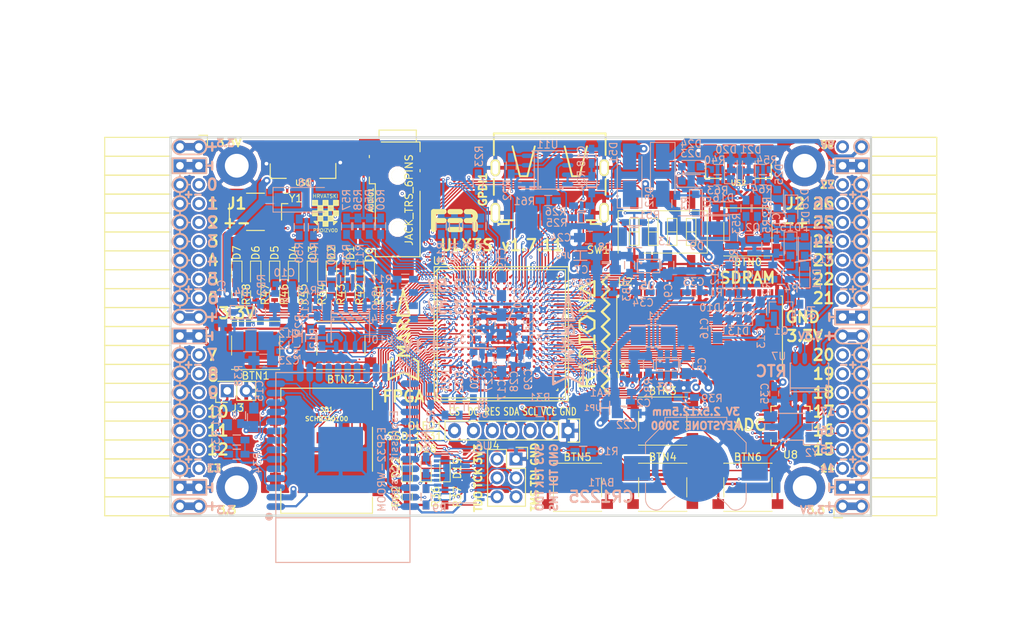
<source format=kicad_pcb>
(kicad_pcb (version 4) (host pcbnew 4.0.7+dfsg1-1)

  (general
    (links 757)
    (no_connects 0)
    (area 93.949999 61.269999 188.230001 112.370001)
    (thickness 1.6)
    (drawings 478)
    (tracks 4731)
    (zones 0)
    (modules 184)
    (nets 256)
  )

  (page A4)
  (layers
    (0 F.Cu signal)
    (1 In1.Cu signal)
    (2 In2.Cu signal)
    (31 B.Cu signal)
    (32 B.Adhes user)
    (33 F.Adhes user)
    (34 B.Paste user)
    (35 F.Paste user)
    (36 B.SilkS user)
    (37 F.SilkS user)
    (38 B.Mask user)
    (39 F.Mask user)
    (40 Dwgs.User user)
    (41 Cmts.User user)
    (42 Eco1.User user)
    (43 Eco2.User user)
    (44 Edge.Cuts user)
    (45 Margin user)
    (46 B.CrtYd user)
    (47 F.CrtYd user)
    (48 B.Fab user)
    (49 F.Fab user)
  )

  (setup
    (last_trace_width 0.3)
    (trace_clearance 0.127)
    (zone_clearance 0.127)
    (zone_45_only no)
    (trace_min 0.127)
    (segment_width 0.2)
    (edge_width 0.2)
    (via_size 0.4)
    (via_drill 0.2)
    (via_min_size 0.4)
    (via_min_drill 0.2)
    (uvia_size 0.3)
    (uvia_drill 0.1)
    (uvias_allowed no)
    (uvia_min_size 0.2)
    (uvia_min_drill 0.1)
    (pcb_text_width 0.3)
    (pcb_text_size 1.5 1.5)
    (mod_edge_width 0.15)
    (mod_text_size 1 1)
    (mod_text_width 0.15)
    (pad_size 1.7272 1.7272)
    (pad_drill 1.016)
    (pad_to_mask_clearance 0.05)
    (aux_axis_origin 94.1 112.22)
    (grid_origin 94.1 112.22)
    (visible_elements 7FFFFFFF)
    (pcbplotparams
      (layerselection 0x310f0_80000007)
      (usegerberextensions true)
      (excludeedgelayer true)
      (linewidth 0.100000)
      (plotframeref false)
      (viasonmask false)
      (mode 1)
      (useauxorigin false)
      (hpglpennumber 1)
      (hpglpenspeed 20)
      (hpglpendiameter 15)
      (hpglpenoverlay 2)
      (psnegative false)
      (psa4output false)
      (plotreference true)
      (plotvalue true)
      (plotinvisibletext false)
      (padsonsilk false)
      (subtractmaskfromsilk false)
      (outputformat 1)
      (mirror false)
      (drillshape 0)
      (scaleselection 1)
      (outputdirectory plot))
  )

  (net 0 "")
  (net 1 GND)
  (net 2 +5V)
  (net 3 /gpio/IN5V)
  (net 4 /gpio/OUT5V)
  (net 5 +3V3)
  (net 6 BTN_D)
  (net 7 BTN_F1)
  (net 8 BTN_F2)
  (net 9 BTN_L)
  (net 10 BTN_R)
  (net 11 BTN_U)
  (net 12 /power/FB1)
  (net 13 +2V5)
  (net 14 /power/PWREN)
  (net 15 /power/FB3)
  (net 16 /power/FB2)
  (net 17 "Net-(D9-Pad1)")
  (net 18 /power/VBAT)
  (net 19 JTAG_TDI)
  (net 20 JTAG_TCK)
  (net 21 JTAG_TMS)
  (net 22 JTAG_TDO)
  (net 23 /power/WAKEUPn)
  (net 24 /power/WKUP)
  (net 25 /power/SHUT)
  (net 26 /power/WAKE)
  (net 27 /power/HOLD)
  (net 28 /power/WKn)
  (net 29 /power/OSCI_32k)
  (net 30 /power/OSCO_32k)
  (net 31 "Net-(Q2-Pad3)")
  (net 32 SHUTDOWN)
  (net 33 /analog/AUDIO_L)
  (net 34 /analog/AUDIO_R)
  (net 35 GPDI_5V_SCL)
  (net 36 GPDI_5V_SDA)
  (net 37 GPDI_SDA)
  (net 38 GPDI_SCL)
  (net 39 /gpdi/VREF2)
  (net 40 SD_CMD)
  (net 41 SD_CLK)
  (net 42 SD_D0)
  (net 43 SD_D1)
  (net 44 USB5V)
  (net 45 GPDI_CEC)
  (net 46 nRESET)
  (net 47 FTDI_nDTR)
  (net 48 SDRAM_CKE)
  (net 49 SDRAM_A7)
  (net 50 SDRAM_D15)
  (net 51 SDRAM_BA1)
  (net 52 SDRAM_D7)
  (net 53 SDRAM_A6)
  (net 54 SDRAM_CLK)
  (net 55 SDRAM_D13)
  (net 56 SDRAM_BA0)
  (net 57 SDRAM_D6)
  (net 58 SDRAM_A5)
  (net 59 SDRAM_D14)
  (net 60 SDRAM_A11)
  (net 61 SDRAM_D12)
  (net 62 SDRAM_D5)
  (net 63 SDRAM_A4)
  (net 64 SDRAM_A10)
  (net 65 SDRAM_D11)
  (net 66 SDRAM_A3)
  (net 67 SDRAM_D4)
  (net 68 SDRAM_D10)
  (net 69 SDRAM_D9)
  (net 70 SDRAM_A9)
  (net 71 SDRAM_D3)
  (net 72 SDRAM_D8)
  (net 73 SDRAM_A8)
  (net 74 SDRAM_A2)
  (net 75 SDRAM_A1)
  (net 76 SDRAM_A0)
  (net 77 SDRAM_D2)
  (net 78 SDRAM_D1)
  (net 79 SDRAM_D0)
  (net 80 SDRAM_DQM0)
  (net 81 SDRAM_nCS)
  (net 82 SDRAM_nRAS)
  (net 83 SDRAM_DQM1)
  (net 84 SDRAM_nCAS)
  (net 85 SDRAM_nWE)
  (net 86 /flash/FLASH_nWP)
  (net 87 /flash/FLASH_nHOLD)
  (net 88 /flash/FLASH_MOSI)
  (net 89 /flash/FLASH_MISO)
  (net 90 /flash/FLASH_SCK)
  (net 91 /flash/FLASH_nCS)
  (net 92 /flash/FPGA_PROGRAMN)
  (net 93 /flash/FPGA_DONE)
  (net 94 /flash/FPGA_INITN)
  (net 95 OLED_RES)
  (net 96 OLED_DC)
  (net 97 OLED_CS)
  (net 98 WIFI_EN)
  (net 99 FTDI_nRTS)
  (net 100 FTDI_TXD)
  (net 101 FTDI_RXD)
  (net 102 WIFI_RXD)
  (net 103 WIFI_GPIO0)
  (net 104 WIFI_TXD)
  (net 105 GPDI_ETH-)
  (net 106 GPDI_ETH+)
  (net 107 GPDI_D2+)
  (net 108 GPDI_D2-)
  (net 109 GPDI_D1+)
  (net 110 GPDI_D1-)
  (net 111 GPDI_D0+)
  (net 112 GPDI_D0-)
  (net 113 GPDI_CLK+)
  (net 114 GPDI_CLK-)
  (net 115 USB_FTDI_D+)
  (net 116 USB_FTDI_D-)
  (net 117 SD_D3)
  (net 118 AUDIO_L3)
  (net 119 AUDIO_L2)
  (net 120 AUDIO_L1)
  (net 121 AUDIO_L0)
  (net 122 AUDIO_R3)
  (net 123 AUDIO_R2)
  (net 124 AUDIO_R1)
  (net 125 AUDIO_R0)
  (net 126 OLED_CLK)
  (net 127 OLED_MOSI)
  (net 128 LED0)
  (net 129 LED1)
  (net 130 LED2)
  (net 131 LED3)
  (net 132 LED4)
  (net 133 LED5)
  (net 134 LED6)
  (net 135 LED7)
  (net 136 BTN_PWRn)
  (net 137 FTDI_nTXLED)
  (net 138 FTDI_nSLEEP)
  (net 139 /blinkey/LED_PWREN)
  (net 140 /blinkey/LED_TXLED)
  (net 141 /sdcard/SD3V3)
  (net 142 SD_D2)
  (net 143 CLK_25MHz)
  (net 144 /blinkey/BTNPUL)
  (net 145 /blinkey/BTNPUR)
  (net 146 USB_FPGA_D+)
  (net 147 /power/FTDI_nSUSPEND)
  (net 148 /blinkey/ALED0)
  (net 149 /blinkey/ALED1)
  (net 150 /blinkey/ALED2)
  (net 151 /blinkey/ALED3)
  (net 152 /blinkey/ALED4)
  (net 153 /blinkey/ALED5)
  (net 154 /blinkey/ALED6)
  (net 155 /blinkey/ALED7)
  (net 156 /usb/FTD-)
  (net 157 /usb/FTD+)
  (net 158 ADC_MISO)
  (net 159 ADC_MOSI)
  (net 160 ADC_CSn)
  (net 161 ADC_SCLK)
  (net 162 SW3)
  (net 163 SW2)
  (net 164 SW1)
  (net 165 USB_FPGA_D-)
  (net 166 /usb/FPD+)
  (net 167 /usb/FPD-)
  (net 168 WIFI_GPIO16)
  (net 169 /usb/ANT_433MHz)
  (net 170 /power/PWRBTn)
  (net 171 PROG_DONE)
  (net 172 /power/P3V3)
  (net 173 /power/P2V5)
  (net 174 /power/L1)
  (net 175 /power/L3)
  (net 176 /power/L2)
  (net 177 FTDI_TXDEN)
  (net 178 SDRAM_A12)
  (net 179 /analog/AUDIO_V)
  (net 180 AUDIO_V3)
  (net 181 AUDIO_V2)
  (net 182 AUDIO_V1)
  (net 183 AUDIO_V0)
  (net 184 /gpdi/FPGA_CEC)
  (net 185 /blinkey/LED_WIFI)
  (net 186 /power/P1V1)
  (net 187 +1V1)
  (net 188 SW4)
  (net 189 /blinkey/SWPU)
  (net 190 /wifi/WIFIEN)
  (net 191 FT2V5)
  (net 192 GN0)
  (net 193 GP0)
  (net 194 GN1)
  (net 195 GP1)
  (net 196 GN2)
  (net 197 GP2)
  (net 198 GN3)
  (net 199 GP3)
  (net 200 GN4)
  (net 201 GP4)
  (net 202 GN5)
  (net 203 GP5)
  (net 204 GN6)
  (net 205 GP6)
  (net 206 GN14)
  (net 207 GP14)
  (net 208 GN15)
  (net 209 GP15)
  (net 210 GN16)
  (net 211 GP16)
  (net 212 GN17)
  (net 213 GP17)
  (net 214 GN18)
  (net 215 GP18)
  (net 216 GN19)
  (net 217 GP19)
  (net 218 GN20)
  (net 219 GP20)
  (net 220 GN21)
  (net 221 GP21)
  (net 222 GN22)
  (net 223 GP22)
  (net 224 GN23)
  (net 225 GP23)
  (net 226 GN24)
  (net 227 GP24)
  (net 228 GN25)
  (net 229 GP25)
  (net 230 GN26)
  (net 231 GP26)
  (net 232 GN27)
  (net 233 GP27)
  (net 234 GN7)
  (net 235 GP7)
  (net 236 GN8)
  (net 237 GP8)
  (net 238 GN9)
  (net 239 GP9)
  (net 240 GN10)
  (net 241 GP10)
  (net 242 GN11)
  (net 243 GP11)
  (net 244 GN12)
  (net 245 GP12)
  (net 246 GN13)
  (net 247 GP13)
  (net 248 WIFI_GPIO5)
  (net 249 WIFI_GPIO17)
  (net 250 USB_FPGA_PULL_D+)
  (net 251 USB_FPGA_PULL_D-)
  (net 252 "Net-(D23-Pad2)")
  (net 253 "Net-(D24-Pad1)")
  (net 254 "Net-(D25-Pad2)")
  (net 255 "Net-(D26-Pad1)")

  (net_class Default "This is the default net class."
    (clearance 0.127)
    (trace_width 0.3)
    (via_dia 0.4)
    (via_drill 0.2)
    (uvia_dia 0.3)
    (uvia_drill 0.1)
    (add_net +1V1)
    (add_net +2V5)
    (add_net +3V3)
    (add_net +5V)
    (add_net /analog/AUDIO_L)
    (add_net /analog/AUDIO_R)
    (add_net /analog/AUDIO_V)
    (add_net /blinkey/ALED0)
    (add_net /blinkey/ALED1)
    (add_net /blinkey/ALED2)
    (add_net /blinkey/ALED3)
    (add_net /blinkey/ALED4)
    (add_net /blinkey/ALED5)
    (add_net /blinkey/ALED6)
    (add_net /blinkey/ALED7)
    (add_net /blinkey/BTNPUL)
    (add_net /blinkey/BTNPUR)
    (add_net /blinkey/LED_PWREN)
    (add_net /blinkey/LED_TXLED)
    (add_net /blinkey/LED_WIFI)
    (add_net /blinkey/SWPU)
    (add_net /gpdi/VREF2)
    (add_net /gpio/IN5V)
    (add_net /gpio/OUT5V)
    (add_net /power/FB1)
    (add_net /power/FB2)
    (add_net /power/FB3)
    (add_net /power/FTDI_nSUSPEND)
    (add_net /power/HOLD)
    (add_net /power/L1)
    (add_net /power/L2)
    (add_net /power/L3)
    (add_net /power/OSCI_32k)
    (add_net /power/OSCO_32k)
    (add_net /power/P1V1)
    (add_net /power/P2V5)
    (add_net /power/P3V3)
    (add_net /power/PWRBTn)
    (add_net /power/PWREN)
    (add_net /power/SHUT)
    (add_net /power/VBAT)
    (add_net /power/WAKE)
    (add_net /power/WAKEUPn)
    (add_net /power/WKUP)
    (add_net /power/WKn)
    (add_net /sdcard/SD3V3)
    (add_net /usb/ANT_433MHz)
    (add_net /usb/FPD+)
    (add_net /usb/FPD-)
    (add_net /usb/FTD+)
    (add_net /usb/FTD-)
    (add_net /wifi/WIFIEN)
    (add_net FT2V5)
    (add_net GND)
    (add_net "Net-(D23-Pad2)")
    (add_net "Net-(D24-Pad1)")
    (add_net "Net-(D25-Pad2)")
    (add_net "Net-(D26-Pad1)")
    (add_net "Net-(D9-Pad1)")
    (add_net "Net-(Q2-Pad3)")
    (add_net SW4)
    (add_net USB5V)
  )

  (net_class BGA ""
    (clearance 0.127)
    (trace_width 0.19)
    (via_dia 0.4)
    (via_drill 0.2)
    (uvia_dia 0.3)
    (uvia_drill 0.1)
    (add_net /flash/FLASH_MISO)
    (add_net /flash/FLASH_MOSI)
    (add_net /flash/FLASH_SCK)
    (add_net /flash/FLASH_nCS)
    (add_net /flash/FLASH_nHOLD)
    (add_net /flash/FLASH_nWP)
    (add_net /flash/FPGA_DONE)
    (add_net /flash/FPGA_INITN)
    (add_net /flash/FPGA_PROGRAMN)
    (add_net /gpdi/FPGA_CEC)
    (add_net ADC_CSn)
    (add_net ADC_MISO)
    (add_net ADC_MOSI)
    (add_net ADC_SCLK)
    (add_net AUDIO_L0)
    (add_net AUDIO_L1)
    (add_net AUDIO_L2)
    (add_net AUDIO_L3)
    (add_net AUDIO_R0)
    (add_net AUDIO_R1)
    (add_net AUDIO_R2)
    (add_net AUDIO_R3)
    (add_net AUDIO_V0)
    (add_net AUDIO_V1)
    (add_net AUDIO_V2)
    (add_net AUDIO_V3)
    (add_net BTN_D)
    (add_net BTN_F1)
    (add_net BTN_F2)
    (add_net BTN_L)
    (add_net BTN_PWRn)
    (add_net BTN_R)
    (add_net BTN_U)
    (add_net CLK_25MHz)
    (add_net FTDI_RXD)
    (add_net FTDI_TXD)
    (add_net FTDI_TXDEN)
    (add_net FTDI_nDTR)
    (add_net FTDI_nRTS)
    (add_net FTDI_nSLEEP)
    (add_net FTDI_nTXLED)
    (add_net GN0)
    (add_net GN1)
    (add_net GN10)
    (add_net GN11)
    (add_net GN12)
    (add_net GN13)
    (add_net GN14)
    (add_net GN15)
    (add_net GN16)
    (add_net GN17)
    (add_net GN18)
    (add_net GN19)
    (add_net GN2)
    (add_net GN20)
    (add_net GN21)
    (add_net GN22)
    (add_net GN23)
    (add_net GN24)
    (add_net GN25)
    (add_net GN26)
    (add_net GN27)
    (add_net GN3)
    (add_net GN4)
    (add_net GN5)
    (add_net GN6)
    (add_net GN7)
    (add_net GN8)
    (add_net GN9)
    (add_net GP0)
    (add_net GP1)
    (add_net GP10)
    (add_net GP11)
    (add_net GP12)
    (add_net GP13)
    (add_net GP14)
    (add_net GP15)
    (add_net GP16)
    (add_net GP17)
    (add_net GP18)
    (add_net GP19)
    (add_net GP2)
    (add_net GP20)
    (add_net GP21)
    (add_net GP22)
    (add_net GP23)
    (add_net GP24)
    (add_net GP25)
    (add_net GP26)
    (add_net GP27)
    (add_net GP3)
    (add_net GP4)
    (add_net GP5)
    (add_net GP6)
    (add_net GP7)
    (add_net GP8)
    (add_net GP9)
    (add_net GPDI_5V_SCL)
    (add_net GPDI_5V_SDA)
    (add_net GPDI_CEC)
    (add_net GPDI_CLK+)
    (add_net GPDI_CLK-)
    (add_net GPDI_D0+)
    (add_net GPDI_D0-)
    (add_net GPDI_D1+)
    (add_net GPDI_D1-)
    (add_net GPDI_D2+)
    (add_net GPDI_D2-)
    (add_net GPDI_ETH+)
    (add_net GPDI_ETH-)
    (add_net GPDI_SCL)
    (add_net GPDI_SDA)
    (add_net JTAG_TCK)
    (add_net JTAG_TDI)
    (add_net JTAG_TDO)
    (add_net JTAG_TMS)
    (add_net LED0)
    (add_net LED1)
    (add_net LED2)
    (add_net LED3)
    (add_net LED4)
    (add_net LED5)
    (add_net LED6)
    (add_net LED7)
    (add_net OLED_CLK)
    (add_net OLED_CS)
    (add_net OLED_DC)
    (add_net OLED_MOSI)
    (add_net OLED_RES)
    (add_net PROG_DONE)
    (add_net SDRAM_A0)
    (add_net SDRAM_A1)
    (add_net SDRAM_A10)
    (add_net SDRAM_A11)
    (add_net SDRAM_A12)
    (add_net SDRAM_A2)
    (add_net SDRAM_A3)
    (add_net SDRAM_A4)
    (add_net SDRAM_A5)
    (add_net SDRAM_A6)
    (add_net SDRAM_A7)
    (add_net SDRAM_A8)
    (add_net SDRAM_A9)
    (add_net SDRAM_BA0)
    (add_net SDRAM_BA1)
    (add_net SDRAM_CKE)
    (add_net SDRAM_CLK)
    (add_net SDRAM_D0)
    (add_net SDRAM_D1)
    (add_net SDRAM_D10)
    (add_net SDRAM_D11)
    (add_net SDRAM_D12)
    (add_net SDRAM_D13)
    (add_net SDRAM_D14)
    (add_net SDRAM_D15)
    (add_net SDRAM_D2)
    (add_net SDRAM_D3)
    (add_net SDRAM_D4)
    (add_net SDRAM_D5)
    (add_net SDRAM_D6)
    (add_net SDRAM_D7)
    (add_net SDRAM_D8)
    (add_net SDRAM_D9)
    (add_net SDRAM_DQM0)
    (add_net SDRAM_DQM1)
    (add_net SDRAM_nCAS)
    (add_net SDRAM_nCS)
    (add_net SDRAM_nRAS)
    (add_net SDRAM_nWE)
    (add_net SD_CLK)
    (add_net SD_CMD)
    (add_net SD_D0)
    (add_net SD_D1)
    (add_net SD_D2)
    (add_net SD_D3)
    (add_net SHUTDOWN)
    (add_net SW1)
    (add_net SW2)
    (add_net SW3)
    (add_net USB_FPGA_D+)
    (add_net USB_FPGA_D-)
    (add_net USB_FPGA_PULL_D+)
    (add_net USB_FPGA_PULL_D-)
    (add_net USB_FTDI_D+)
    (add_net USB_FTDI_D-)
    (add_net WIFI_EN)
    (add_net WIFI_GPIO0)
    (add_net WIFI_GPIO16)
    (add_net WIFI_GPIO17)
    (add_net WIFI_GPIO5)
    (add_net WIFI_RXD)
    (add_net WIFI_TXD)
    (add_net nRESET)
  )

  (net_class Minimal ""
    (clearance 0.127)
    (trace_width 0.127)
    (via_dia 0.4)
    (via_drill 0.2)
    (uvia_dia 0.3)
    (uvia_drill 0.1)
  )

  (module Socket_Strips:Socket_Strip_Angled_2x20 (layer F.Cu) (tedit 5A2B354F) (tstamp 58E6BE3D)
    (at 97.91 62.69 270)
    (descr "Through hole socket strip")
    (tags "socket strip")
    (path /56AC389C/58E6B835)
    (fp_text reference J1 (at 7.62 -5.08 360) (layer F.SilkS)
      (effects (font (size 1.5 1.5) (thickness 0.3)))
    )
    (fp_text value CONN_02X20 (at 0 -2.6 270) (layer F.Fab) hide
      (effects (font (size 1 1) (thickness 0.15)))
    )
    (fp_line (start -1.75 -1.35) (end -1.75 13.15) (layer F.CrtYd) (width 0.05))
    (fp_line (start 50.05 -1.35) (end 50.05 13.15) (layer F.CrtYd) (width 0.05))
    (fp_line (start -1.75 -1.35) (end 50.05 -1.35) (layer F.CrtYd) (width 0.05))
    (fp_line (start -1.75 13.15) (end 50.05 13.15) (layer F.CrtYd) (width 0.05))
    (fp_line (start 49.53 12.64) (end 49.53 3.81) (layer F.SilkS) (width 0.15))
    (fp_line (start 46.99 12.64) (end 49.53 12.64) (layer F.SilkS) (width 0.15))
    (fp_line (start 46.99 3.81) (end 49.53 3.81) (layer F.SilkS) (width 0.15))
    (fp_line (start 49.53 3.81) (end 49.53 12.64) (layer F.SilkS) (width 0.15))
    (fp_line (start 46.99 3.81) (end 46.99 12.64) (layer F.SilkS) (width 0.15))
    (fp_line (start 44.45 3.81) (end 46.99 3.81) (layer F.SilkS) (width 0.15))
    (fp_line (start 44.45 12.64) (end 46.99 12.64) (layer F.SilkS) (width 0.15))
    (fp_line (start 46.99 12.64) (end 46.99 3.81) (layer F.SilkS) (width 0.15))
    (fp_line (start 29.21 12.64) (end 29.21 3.81) (layer F.SilkS) (width 0.15))
    (fp_line (start 26.67 12.64) (end 29.21 12.64) (layer F.SilkS) (width 0.15))
    (fp_line (start 26.67 3.81) (end 29.21 3.81) (layer F.SilkS) (width 0.15))
    (fp_line (start 29.21 3.81) (end 29.21 12.64) (layer F.SilkS) (width 0.15))
    (fp_line (start 31.75 3.81) (end 31.75 12.64) (layer F.SilkS) (width 0.15))
    (fp_line (start 29.21 3.81) (end 31.75 3.81) (layer F.SilkS) (width 0.15))
    (fp_line (start 29.21 12.64) (end 31.75 12.64) (layer F.SilkS) (width 0.15))
    (fp_line (start 31.75 12.64) (end 31.75 3.81) (layer F.SilkS) (width 0.15))
    (fp_line (start 44.45 12.64) (end 44.45 3.81) (layer F.SilkS) (width 0.15))
    (fp_line (start 41.91 12.64) (end 44.45 12.64) (layer F.SilkS) (width 0.15))
    (fp_line (start 41.91 3.81) (end 44.45 3.81) (layer F.SilkS) (width 0.15))
    (fp_line (start 44.45 3.81) (end 44.45 12.64) (layer F.SilkS) (width 0.15))
    (fp_line (start 41.91 3.81) (end 41.91 12.64) (layer F.SilkS) (width 0.15))
    (fp_line (start 39.37 3.81) (end 41.91 3.81) (layer F.SilkS) (width 0.15))
    (fp_line (start 39.37 12.64) (end 41.91 12.64) (layer F.SilkS) (width 0.15))
    (fp_line (start 41.91 12.64) (end 41.91 3.81) (layer F.SilkS) (width 0.15))
    (fp_line (start 39.37 12.64) (end 39.37 3.81) (layer F.SilkS) (width 0.15))
    (fp_line (start 36.83 12.64) (end 39.37 12.64) (layer F.SilkS) (width 0.15))
    (fp_line (start 36.83 3.81) (end 39.37 3.81) (layer F.SilkS) (width 0.15))
    (fp_line (start 39.37 3.81) (end 39.37 12.64) (layer F.SilkS) (width 0.15))
    (fp_line (start 36.83 3.81) (end 36.83 12.64) (layer F.SilkS) (width 0.15))
    (fp_line (start 34.29 3.81) (end 36.83 3.81) (layer F.SilkS) (width 0.15))
    (fp_line (start 34.29 12.64) (end 36.83 12.64) (layer F.SilkS) (width 0.15))
    (fp_line (start 36.83 12.64) (end 36.83 3.81) (layer F.SilkS) (width 0.15))
    (fp_line (start 34.29 12.64) (end 34.29 3.81) (layer F.SilkS) (width 0.15))
    (fp_line (start 31.75 12.64) (end 34.29 12.64) (layer F.SilkS) (width 0.15))
    (fp_line (start 31.75 3.81) (end 34.29 3.81) (layer F.SilkS) (width 0.15))
    (fp_line (start 34.29 3.81) (end 34.29 12.64) (layer F.SilkS) (width 0.15))
    (fp_line (start 16.51 3.81) (end 16.51 12.64) (layer F.SilkS) (width 0.15))
    (fp_line (start 13.97 3.81) (end 16.51 3.81) (layer F.SilkS) (width 0.15))
    (fp_line (start 13.97 12.64) (end 16.51 12.64) (layer F.SilkS) (width 0.15))
    (fp_line (start 16.51 12.64) (end 16.51 3.81) (layer F.SilkS) (width 0.15))
    (fp_line (start 19.05 12.64) (end 19.05 3.81) (layer F.SilkS) (width 0.15))
    (fp_line (start 16.51 12.64) (end 19.05 12.64) (layer F.SilkS) (width 0.15))
    (fp_line (start 16.51 3.81) (end 19.05 3.81) (layer F.SilkS) (width 0.15))
    (fp_line (start 19.05 3.81) (end 19.05 12.64) (layer F.SilkS) (width 0.15))
    (fp_line (start 21.59 3.81) (end 21.59 12.64) (layer F.SilkS) (width 0.15))
    (fp_line (start 19.05 3.81) (end 21.59 3.81) (layer F.SilkS) (width 0.15))
    (fp_line (start 19.05 12.64) (end 21.59 12.64) (layer F.SilkS) (width 0.15))
    (fp_line (start 21.59 12.64) (end 21.59 3.81) (layer F.SilkS) (width 0.15))
    (fp_line (start 24.13 12.64) (end 24.13 3.81) (layer F.SilkS) (width 0.15))
    (fp_line (start 21.59 12.64) (end 24.13 12.64) (layer F.SilkS) (width 0.15))
    (fp_line (start 21.59 3.81) (end 24.13 3.81) (layer F.SilkS) (width 0.15))
    (fp_line (start 24.13 3.81) (end 24.13 12.64) (layer F.SilkS) (width 0.15))
    (fp_line (start 26.67 3.81) (end 26.67 12.64) (layer F.SilkS) (width 0.15))
    (fp_line (start 24.13 3.81) (end 26.67 3.81) (layer F.SilkS) (width 0.15))
    (fp_line (start 24.13 12.64) (end 26.67 12.64) (layer F.SilkS) (width 0.15))
    (fp_line (start 26.67 12.64) (end 26.67 3.81) (layer F.SilkS) (width 0.15))
    (fp_line (start 13.97 12.64) (end 13.97 3.81) (layer F.SilkS) (width 0.15))
    (fp_line (start 11.43 12.64) (end 13.97 12.64) (layer F.SilkS) (width 0.15))
    (fp_line (start 11.43 3.81) (end 13.97 3.81) (layer F.SilkS) (width 0.15))
    (fp_line (start 13.97 3.81) (end 13.97 12.64) (layer F.SilkS) (width 0.15))
    (fp_line (start 11.43 3.81) (end 11.43 12.64) (layer F.SilkS) (width 0.15))
    (fp_line (start 8.89 3.81) (end 11.43 3.81) (layer F.SilkS) (width 0.15))
    (fp_line (start 8.89 12.64) (end 11.43 12.64) (layer F.SilkS) (width 0.15))
    (fp_line (start 11.43 12.64) (end 11.43 3.81) (layer F.SilkS) (width 0.15))
    (fp_line (start 8.89 12.64) (end 8.89 3.81) (layer F.SilkS) (width 0.15))
    (fp_line (start 6.35 12.64) (end 8.89 12.64) (layer F.SilkS) (width 0.15))
    (fp_line (start 6.35 3.81) (end 8.89 3.81) (layer F.SilkS) (width 0.15))
    (fp_line (start 8.89 3.81) (end 8.89 12.64) (layer F.SilkS) (width 0.15))
    (fp_line (start 6.35 3.81) (end 6.35 12.64) (layer F.SilkS) (width 0.15))
    (fp_line (start 3.81 3.81) (end 6.35 3.81) (layer F.SilkS) (width 0.15))
    (fp_line (start 3.81 12.64) (end 6.35 12.64) (layer F.SilkS) (width 0.15))
    (fp_line (start 6.35 12.64) (end 6.35 3.81) (layer F.SilkS) (width 0.15))
    (fp_line (start 3.81 12.64) (end 3.81 3.81) (layer F.SilkS) (width 0.15))
    (fp_line (start 1.27 12.64) (end 3.81 12.64) (layer F.SilkS) (width 0.15))
    (fp_line (start 1.27 3.81) (end 3.81 3.81) (layer F.SilkS) (width 0.15))
    (fp_line (start 3.81 3.81) (end 3.81 12.64) (layer F.SilkS) (width 0.15))
    (fp_line (start 1.27 3.81) (end 1.27 12.64) (layer F.SilkS) (width 0.15))
    (fp_line (start -1.27 3.81) (end 1.27 3.81) (layer F.SilkS) (width 0.15))
    (fp_line (start 0 -1.15) (end -1.55 -1.15) (layer F.SilkS) (width 0.15))
    (fp_line (start -1.55 -1.15) (end -1.55 0) (layer F.SilkS) (width 0.15))
    (fp_line (start -1.27 3.81) (end -1.27 12.64) (layer F.SilkS) (width 0.15))
    (fp_line (start -1.27 12.64) (end 1.27 12.64) (layer F.SilkS) (width 0.15))
    (fp_line (start 1.27 12.64) (end 1.27 3.81) (layer F.SilkS) (width 0.15))
    (pad 1 thru_hole oval (at 0 0 270) (size 1.7272 1.7272) (drill 1.016) (layers *.Cu *.Mask)
      (net 5 +3V3))
    (pad 2 thru_hole oval (at 0 2.54 270) (size 1.7272 1.7272) (drill 1.016) (layers *.Cu *.Mask)
      (net 5 +3V3))
    (pad 3 thru_hole rect (at 2.54 0 270) (size 1.7272 1.7272) (drill 1.016) (layers *.Cu *.Mask)
      (net 1 GND))
    (pad 4 thru_hole rect (at 2.54 2.54 270) (size 1.7272 1.7272) (drill 1.016) (layers *.Cu *.Mask)
      (net 1 GND))
    (pad 5 thru_hole oval (at 5.08 0 270) (size 1.7272 1.7272) (drill 1.016) (layers *.Cu *.Mask)
      (net 192 GN0))
    (pad 6 thru_hole oval (at 5.08 2.54 270) (size 1.7272 1.7272) (drill 1.016) (layers *.Cu *.Mask)
      (net 193 GP0))
    (pad 7 thru_hole oval (at 7.62 0 270) (size 1.7272 1.7272) (drill 1.016) (layers *.Cu *.Mask)
      (net 194 GN1))
    (pad 8 thru_hole oval (at 7.62 2.54 270) (size 1.7272 1.7272) (drill 1.016) (layers *.Cu *.Mask)
      (net 195 GP1))
    (pad 9 thru_hole oval (at 10.16 0 270) (size 1.7272 1.7272) (drill 1.016) (layers *.Cu *.Mask)
      (net 196 GN2))
    (pad 10 thru_hole oval (at 10.16 2.54 270) (size 1.7272 1.7272) (drill 1.016) (layers *.Cu *.Mask)
      (net 197 GP2))
    (pad 11 thru_hole oval (at 12.7 0 270) (size 1.7272 1.7272) (drill 1.016) (layers *.Cu *.Mask)
      (net 198 GN3))
    (pad 12 thru_hole oval (at 12.7 2.54 270) (size 1.7272 1.7272) (drill 1.016) (layers *.Cu *.Mask)
      (net 199 GP3))
    (pad 13 thru_hole oval (at 15.24 0 270) (size 1.7272 1.7272) (drill 1.016) (layers *.Cu *.Mask)
      (net 200 GN4))
    (pad 14 thru_hole oval (at 15.24 2.54 270) (size 1.7272 1.7272) (drill 1.016) (layers *.Cu *.Mask)
      (net 201 GP4))
    (pad 15 thru_hole oval (at 17.78 0 270) (size 1.7272 1.7272) (drill 1.016) (layers *.Cu *.Mask)
      (net 202 GN5))
    (pad 16 thru_hole oval (at 17.78 2.54 270) (size 1.7272 1.7272) (drill 1.016) (layers *.Cu *.Mask)
      (net 203 GP5))
    (pad 17 thru_hole oval (at 20.32 0 270) (size 1.7272 1.7272) (drill 1.016) (layers *.Cu *.Mask)
      (net 204 GN6))
    (pad 18 thru_hole oval (at 20.32 2.54 270) (size 1.7272 1.7272) (drill 1.016) (layers *.Cu *.Mask)
      (net 205 GP6))
    (pad 19 thru_hole oval (at 22.86 0 270) (size 1.7272 1.7272) (drill 1.016) (layers *.Cu *.Mask)
      (net 5 +3V3))
    (pad 20 thru_hole oval (at 22.86 2.54 270) (size 1.7272 1.7272) (drill 1.016) (layers *.Cu *.Mask)
      (net 5 +3V3))
    (pad 21 thru_hole rect (at 25.4 0 270) (size 1.7272 1.7272) (drill 1.016) (layers *.Cu *.Mask)
      (net 1 GND))
    (pad 22 thru_hole rect (at 25.4 2.54 270) (size 1.7272 1.7272) (drill 1.016) (layers *.Cu *.Mask)
      (net 1 GND))
    (pad 23 thru_hole oval (at 27.94 0 270) (size 1.7272 1.7272) (drill 1.016) (layers *.Cu *.Mask)
      (net 234 GN7))
    (pad 24 thru_hole oval (at 27.94 2.54 270) (size 1.7272 1.7272) (drill 1.016) (layers *.Cu *.Mask)
      (net 235 GP7))
    (pad 25 thru_hole oval (at 30.48 0 270) (size 1.7272 1.7272) (drill 1.016) (layers *.Cu *.Mask)
      (net 236 GN8))
    (pad 26 thru_hole oval (at 30.48 2.54 270) (size 1.7272 1.7272) (drill 1.016) (layers *.Cu *.Mask)
      (net 237 GP8))
    (pad 27 thru_hole oval (at 33.02 0 270) (size 1.7272 1.7272) (drill 1.016) (layers *.Cu *.Mask)
      (net 238 GN9))
    (pad 28 thru_hole oval (at 33.02 2.54 270) (size 1.7272 1.7272) (drill 1.016) (layers *.Cu *.Mask)
      (net 239 GP9))
    (pad 29 thru_hole oval (at 35.56 0 270) (size 1.7272 1.7272) (drill 1.016) (layers *.Cu *.Mask)
      (net 240 GN10))
    (pad 30 thru_hole oval (at 35.56 2.54 270) (size 1.7272 1.7272) (drill 1.016) (layers *.Cu *.Mask)
      (net 241 GP10))
    (pad 31 thru_hole oval (at 38.1 0 270) (size 1.7272 1.7272) (drill 1.016) (layers *.Cu *.Mask)
      (net 242 GN11))
    (pad 32 thru_hole oval (at 38.1 2.54 270) (size 1.7272 1.7272) (drill 1.016) (layers *.Cu *.Mask)
      (net 243 GP11))
    (pad 33 thru_hole oval (at 40.64 0 270) (size 1.7272 1.7272) (drill 1.016) (layers *.Cu *.Mask)
      (net 244 GN12))
    (pad 34 thru_hole oval (at 40.64 2.54 270) (size 1.7272 1.7272) (drill 1.016) (layers *.Cu *.Mask)
      (net 245 GP12))
    (pad 35 thru_hole oval (at 43.18 0 270) (size 1.7272 1.7272) (drill 1.016) (layers *.Cu *.Mask)
      (net 246 GN13))
    (pad 36 thru_hole oval (at 43.18 2.54 270) (size 1.7272 1.7272) (drill 1.016) (layers *.Cu *.Mask)
      (net 247 GP13))
    (pad 37 thru_hole rect (at 45.72 0 270) (size 1.7272 1.7272) (drill 1.016) (layers *.Cu *.Mask)
      (net 1 GND))
    (pad 38 thru_hole rect (at 45.72 2.54 270) (size 1.7272 1.7272) (drill 1.016) (layers *.Cu *.Mask)
      (net 1 GND))
    (pad 39 thru_hole oval (at 48.26 0 270) (size 1.7272 1.7272) (drill 1.016) (layers *.Cu *.Mask)
      (net 5 +3V3))
    (pad 40 thru_hole oval (at 48.26 2.54 270) (size 1.7272 1.7272) (drill 1.016) (layers *.Cu *.Mask)
      (net 5 +3V3))
    (model Socket_Strips.3dshapes/Socket_Strip_Angled_2x20.wrl
      (at (xyz 0.95 -0.05 0))
      (scale (xyz 1 1 1))
      (rotate (xyz 0 0 180))
    )
  )

  (module SMD_Packages:1Pin (layer F.Cu) (tedit 59F891E7) (tstamp 59C3DCCD)
    (at 182.67515 111.637626)
    (descr "module 1 pin (ou trou mecanique de percage)")
    (tags DEV)
    (path /58D6BF46/59C3AE47)
    (fp_text reference AE1 (at -3.236 3.798) (layer F.SilkS) hide
      (effects (font (size 1 1) (thickness 0.15)))
    )
    (fp_text value 433MHz (at 2.606 3.798) (layer F.Fab) hide
      (effects (font (size 1 1) (thickness 0.15)))
    )
    (pad 1 smd rect (at 0 0) (size 0.5 0.5) (layers B.Cu F.Paste F.Mask)
      (net 169 /usb/ANT_433MHz))
  )

  (module Resistors_SMD:R_0603_HandSoldering (layer B.Cu) (tedit 58307AEF) (tstamp 590C5C33)
    (at 103.498 98.758 90)
    (descr "Resistor SMD 0603, hand soldering")
    (tags "resistor 0603")
    (path /58DA7327/590C5D62)
    (attr smd)
    (fp_text reference R38 (at 5.334 -0.254 90) (layer B.SilkS)
      (effects (font (size 1 1) (thickness 0.15)) (justify mirror))
    )
    (fp_text value 0.47 (at 3.386 0 90) (layer B.Fab)
      (effects (font (size 1 1) (thickness 0.15)) (justify mirror))
    )
    (fp_line (start -0.8 -0.4) (end -0.8 0.4) (layer B.Fab) (width 0.1))
    (fp_line (start 0.8 -0.4) (end -0.8 -0.4) (layer B.Fab) (width 0.1))
    (fp_line (start 0.8 0.4) (end 0.8 -0.4) (layer B.Fab) (width 0.1))
    (fp_line (start -0.8 0.4) (end 0.8 0.4) (layer B.Fab) (width 0.1))
    (fp_line (start -2 0.8) (end 2 0.8) (layer B.CrtYd) (width 0.05))
    (fp_line (start -2 -0.8) (end 2 -0.8) (layer B.CrtYd) (width 0.05))
    (fp_line (start -2 0.8) (end -2 -0.8) (layer B.CrtYd) (width 0.05))
    (fp_line (start 2 0.8) (end 2 -0.8) (layer B.CrtYd) (width 0.05))
    (fp_line (start 0.5 -0.675) (end -0.5 -0.675) (layer B.SilkS) (width 0.15))
    (fp_line (start -0.5 0.675) (end 0.5 0.675) (layer B.SilkS) (width 0.15))
    (pad 1 smd rect (at -1.1 0 90) (size 1.2 0.9) (layers B.Cu B.Paste B.Mask)
      (net 141 /sdcard/SD3V3))
    (pad 2 smd rect (at 1.1 0 90) (size 1.2 0.9) (layers B.Cu B.Paste B.Mask)
      (net 5 +3V3))
    (model Resistors_SMD.3dshapes/R_0603_HandSoldering.wrl
      (at (xyz 0 0 0))
      (scale (xyz 1 1 1))
      (rotate (xyz 0 0 0))
    )
    (model Resistors_SMD.3dshapes/R_0603.wrl
      (at (xyz 0 0 0))
      (scale (xyz 1 1 1))
      (rotate (xyz 0 0 0))
    )
  )

  (module jumper:SOLDER-JUMPER_1-WAY (layer B.Cu) (tedit 59DFC21C) (tstamp 59DFBD53)
    (at 152.393 97.742 270)
    (path /58D51CAD/59DFB08A)
    (fp_text reference JP1 (at 0 1.778 360) (layer B.SilkS)
      (effects (font (size 0.762 0.762) (thickness 0.1524)) (justify mirror))
    )
    (fp_text value 1.1 (at 0 -1.524 270) (layer B.SilkS) hide
      (effects (font (size 0.762 0.762) (thickness 0.1524)) (justify mirror))
    )
    (fp_line (start 0 0.635) (end 0 -0.635) (layer B.SilkS) (width 0.15))
    (fp_line (start -0.889 -0.635) (end 0.889 -0.635) (layer B.SilkS) (width 0.15))
    (fp_line (start -0.889 0.635) (end 0.889 0.635) (layer B.SilkS) (width 0.15))
    (pad 1 smd rect (at -0.6 0 270) (size 1 1) (layers B.Cu B.Paste B.Mask)
      (net 186 /power/P1V1))
    (pad 2 smd rect (at 0.6 0 270) (size 1 1) (layers B.Cu B.Paste B.Mask)
      (net 187 +1V1))
  )

  (module Diodes_SMD:D_SMA_Handsoldering (layer B.Cu) (tedit 59D564F6) (tstamp 59D3C50D)
    (at 155.695 66.5 90)
    (descr "Diode SMA (DO-214AC) Handsoldering")
    (tags "Diode SMA (DO-214AC) Handsoldering")
    (path /56AC389C/56AC483B)
    (attr smd)
    (fp_text reference D51 (at 3.048 -2.159 90) (layer B.SilkS)
      (effects (font (size 1 1) (thickness 0.15)) (justify mirror))
    )
    (fp_text value STPS2L30AF (at 0 -2.6 90) (layer B.Fab) hide
      (effects (font (size 1 1) (thickness 0.15)) (justify mirror))
    )
    (fp_text user %R (at 3.048 -2.159 90) (layer B.Fab) hide
      (effects (font (size 1 1) (thickness 0.15)) (justify mirror))
    )
    (fp_line (start -4.4 1.65) (end -4.4 -1.65) (layer B.SilkS) (width 0.12))
    (fp_line (start 2.3 -1.5) (end -2.3 -1.5) (layer B.Fab) (width 0.1))
    (fp_line (start -2.3 -1.5) (end -2.3 1.5) (layer B.Fab) (width 0.1))
    (fp_line (start 2.3 1.5) (end 2.3 -1.5) (layer B.Fab) (width 0.1))
    (fp_line (start 2.3 1.5) (end -2.3 1.5) (layer B.Fab) (width 0.1))
    (fp_line (start -4.5 1.75) (end 4.5 1.75) (layer B.CrtYd) (width 0.05))
    (fp_line (start 4.5 1.75) (end 4.5 -1.75) (layer B.CrtYd) (width 0.05))
    (fp_line (start 4.5 -1.75) (end -4.5 -1.75) (layer B.CrtYd) (width 0.05))
    (fp_line (start -4.5 -1.75) (end -4.5 1.75) (layer B.CrtYd) (width 0.05))
    (fp_line (start -0.64944 -0.00102) (end -1.55114 -0.00102) (layer B.Fab) (width 0.1))
    (fp_line (start 0.50118 -0.00102) (end 1.4994 -0.00102) (layer B.Fab) (width 0.1))
    (fp_line (start -0.64944 0.79908) (end -0.64944 -0.80112) (layer B.Fab) (width 0.1))
    (fp_line (start 0.50118 -0.75032) (end 0.50118 0.79908) (layer B.Fab) (width 0.1))
    (fp_line (start -0.64944 -0.00102) (end 0.50118 -0.75032) (layer B.Fab) (width 0.1))
    (fp_line (start -0.64944 -0.00102) (end 0.50118 0.79908) (layer B.Fab) (width 0.1))
    (fp_line (start -4.4 -1.65) (end 2.5 -1.65) (layer B.SilkS) (width 0.12))
    (fp_line (start -4.4 1.65) (end 2.5 1.65) (layer B.SilkS) (width 0.12))
    (pad 1 smd rect (at -2.5 0 90) (size 3.5 1.8) (layers B.Cu B.Paste B.Mask)
      (net 2 +5V))
    (pad 2 smd rect (at 2.5 0 90) (size 3.5 1.8) (layers B.Cu B.Paste B.Mask)
      (net 3 /gpio/IN5V))
    (model ${KISYS3DMOD}/Diodes_SMD.3dshapes/D_SMA.wrl
      (at (xyz 0 0 0))
      (scale (xyz 1 1 1))
      (rotate (xyz 0 0 0))
    )
  )

  (module Resistors_SMD:R_0603_HandSoldering (layer B.Cu) (tedit 58307AEF) (tstamp 595B8F7A)
    (at 156.33 72.85 180)
    (descr "Resistor SMD 0603, hand soldering")
    (tags "resistor 0603")
    (path /58D6547C/595B9C2F)
    (attr smd)
    (fp_text reference R51 (at -2.032 1.016 180) (layer B.SilkS)
      (effects (font (size 1 1) (thickness 0.15)) (justify mirror))
    )
    (fp_text value 150 (at 3.556 -0.508 180) (layer B.Fab)
      (effects (font (size 1 1) (thickness 0.15)) (justify mirror))
    )
    (fp_line (start -0.8 -0.4) (end -0.8 0.4) (layer B.Fab) (width 0.1))
    (fp_line (start 0.8 -0.4) (end -0.8 -0.4) (layer B.Fab) (width 0.1))
    (fp_line (start 0.8 0.4) (end 0.8 -0.4) (layer B.Fab) (width 0.1))
    (fp_line (start -0.8 0.4) (end 0.8 0.4) (layer B.Fab) (width 0.1))
    (fp_line (start -2 0.8) (end 2 0.8) (layer B.CrtYd) (width 0.05))
    (fp_line (start -2 -0.8) (end 2 -0.8) (layer B.CrtYd) (width 0.05))
    (fp_line (start -2 0.8) (end -2 -0.8) (layer B.CrtYd) (width 0.05))
    (fp_line (start 2 0.8) (end 2 -0.8) (layer B.CrtYd) (width 0.05))
    (fp_line (start 0.5 -0.675) (end -0.5 -0.675) (layer B.SilkS) (width 0.15))
    (fp_line (start -0.5 0.675) (end 0.5 0.675) (layer B.SilkS) (width 0.15))
    (pad 1 smd rect (at -1.1 0 180) (size 1.2 0.9) (layers B.Cu B.Paste B.Mask)
      (net 5 +3V3))
    (pad 2 smd rect (at 1.1 0 180) (size 1.2 0.9) (layers B.Cu B.Paste B.Mask)
      (net 189 /blinkey/SWPU))
    (model Resistors_SMD.3dshapes/R_0603.wrl
      (at (xyz 0 0 0))
      (scale (xyz 1 1 1))
      (rotate (xyz 0 0 0))
    )
  )

  (module Resistors_SMD:R_1210_HandSoldering (layer B.Cu) (tedit 58307C8D) (tstamp 58D58A37)
    (at 158.87 88.09 180)
    (descr "Resistor SMD 1210, hand soldering")
    (tags "resistor 1210")
    (path /58D51CAD/5A73C9EB)
    (attr smd)
    (fp_text reference L1 (at 0 2.7 180) (layer B.SilkS)
      (effects (font (size 1 1) (thickness 0.15)) (justify mirror))
    )
    (fp_text value 2.2uH (at 0 2.032 180) (layer B.Fab)
      (effects (font (size 1 1) (thickness 0.15)) (justify mirror))
    )
    (fp_line (start -1.6 -1.25) (end -1.6 1.25) (layer B.Fab) (width 0.1))
    (fp_line (start 1.6 -1.25) (end -1.6 -1.25) (layer B.Fab) (width 0.1))
    (fp_line (start 1.6 1.25) (end 1.6 -1.25) (layer B.Fab) (width 0.1))
    (fp_line (start -1.6 1.25) (end 1.6 1.25) (layer B.Fab) (width 0.1))
    (fp_line (start -3.3 1.6) (end 3.3 1.6) (layer B.CrtYd) (width 0.05))
    (fp_line (start -3.3 -1.6) (end 3.3 -1.6) (layer B.CrtYd) (width 0.05))
    (fp_line (start -3.3 1.6) (end -3.3 -1.6) (layer B.CrtYd) (width 0.05))
    (fp_line (start 3.3 1.6) (end 3.3 -1.6) (layer B.CrtYd) (width 0.05))
    (fp_line (start 1 -1.475) (end -1 -1.475) (layer B.SilkS) (width 0.15))
    (fp_line (start -1 1.475) (end 1 1.475) (layer B.SilkS) (width 0.15))
    (pad 1 smd rect (at -2 0 180) (size 2 2.5) (layers B.Cu B.Paste B.Mask)
      (net 174 /power/L1))
    (pad 2 smd rect (at 2 0 180) (size 2 2.5) (layers B.Cu B.Paste B.Mask)
      (net 186 /power/P1V1))
    (model Inductors_SMD.3dshapes/L_1210.wrl
      (at (xyz 0 0 0))
      (scale (xyz 1 1 1))
      (rotate (xyz 0 0 0))
    )
  )

  (module TSOT-25:TSOT-25 (layer B.Cu) (tedit 59CD7E8F) (tstamp 58D5976E)
    (at 160.775 91.9)
    (path /58D51CAD/5A57BFD7)
    (attr smd)
    (fp_text reference U3 (at -0.381 3.048) (layer B.SilkS)
      (effects (font (size 1 1) (thickness 0.2)) (justify mirror))
    )
    (fp_text value TLV62569DBV (at 0 2.286) (layer B.Fab)
      (effects (font (size 0.4 0.4) (thickness 0.1)) (justify mirror))
    )
    (fp_circle (center -1 -0.4) (end -0.95 -0.5) (layer B.SilkS) (width 0.15))
    (fp_line (start -1.5 0.9) (end 1.5 0.9) (layer B.SilkS) (width 0.15))
    (fp_line (start 1.5 0.9) (end 1.5 -0.9) (layer B.SilkS) (width 0.15))
    (fp_line (start 1.5 -0.9) (end -1.5 -0.9) (layer B.SilkS) (width 0.15))
    (fp_line (start -1.5 -0.9) (end -1.5 0.9) (layer B.SilkS) (width 0.15))
    (pad 1 smd rect (at -0.95 -1.3) (size 0.7 1.2) (layers B.Cu B.Paste B.Mask)
      (net 14 /power/PWREN))
    (pad 2 smd rect (at 0 -1.3) (size 0.7 1.2) (layers B.Cu B.Paste B.Mask)
      (net 1 GND))
    (pad 3 smd rect (at 0.95 -1.3) (size 0.7 1.2) (layers B.Cu B.Paste B.Mask)
      (net 174 /power/L1))
    (pad 4 smd rect (at 0.95 1.3) (size 0.7 1.2) (layers B.Cu B.Paste B.Mask)
      (net 2 +5V))
    (pad 5 smd rect (at -0.95 1.3) (size 0.7 1.2) (layers B.Cu B.Paste B.Mask)
      (net 12 /power/FB1))
    (model TO_SOT_Packages_SMD.3dshapes/SOT-23-5.wrl
      (at (xyz 0 0 0))
      (scale (xyz 1 1 1))
      (rotate (xyz 0 0 -90))
    )
  )

  (module Resistors_SMD:R_1210_HandSoldering (layer B.Cu) (tedit 58307C8D) (tstamp 58D599B2)
    (at 104.895 88.725)
    (descr "Resistor SMD 1210, hand soldering")
    (tags "resistor 1210")
    (path /58D51CAD/58D67BD8)
    (attr smd)
    (fp_text reference L2 (at 4.445 0.635) (layer B.SilkS)
      (effects (font (size 1 1) (thickness 0.15)) (justify mirror))
    )
    (fp_text value 2.2uH (at -1.016 2.159) (layer B.Fab)
      (effects (font (size 1 1) (thickness 0.15)) (justify mirror))
    )
    (fp_line (start -1.6 -1.25) (end -1.6 1.25) (layer B.Fab) (width 0.1))
    (fp_line (start 1.6 -1.25) (end -1.6 -1.25) (layer B.Fab) (width 0.1))
    (fp_line (start 1.6 1.25) (end 1.6 -1.25) (layer B.Fab) (width 0.1))
    (fp_line (start -1.6 1.25) (end 1.6 1.25) (layer B.Fab) (width 0.1))
    (fp_line (start -3.3 1.6) (end 3.3 1.6) (layer B.CrtYd) (width 0.05))
    (fp_line (start -3.3 -1.6) (end 3.3 -1.6) (layer B.CrtYd) (width 0.05))
    (fp_line (start -3.3 1.6) (end -3.3 -1.6) (layer B.CrtYd) (width 0.05))
    (fp_line (start 3.3 1.6) (end 3.3 -1.6) (layer B.CrtYd) (width 0.05))
    (fp_line (start 1 -1.475) (end -1 -1.475) (layer B.SilkS) (width 0.15))
    (fp_line (start -1 1.475) (end 1 1.475) (layer B.SilkS) (width 0.15))
    (pad 1 smd rect (at -2 0) (size 2 2.5) (layers B.Cu B.Paste B.Mask)
      (net 176 /power/L2))
    (pad 2 smd rect (at 2 0) (size 2 2.5) (layers B.Cu B.Paste B.Mask)
      (net 173 /power/P2V5))
    (model Inductors_SMD.3dshapes/L_1210.wrl
      (at (xyz 0 0 0))
      (scale (xyz 1 1 1))
      (rotate (xyz 0 0 0))
    )
  )

  (module TSOT-25:TSOT-25 (layer B.Cu) (tedit 59CD7E82) (tstamp 58D599CD)
    (at 103.625 84.915 180)
    (path /58D51CAD/5A57BC36)
    (attr smd)
    (fp_text reference U4 (at 0 2.697 180) (layer B.SilkS)
      (effects (font (size 1 1) (thickness 0.2)) (justify mirror))
    )
    (fp_text value TLV62569DBV (at 0 2.443 180) (layer B.Fab)
      (effects (font (size 0.4 0.4) (thickness 0.1)) (justify mirror))
    )
    (fp_circle (center -1 -0.4) (end -0.95 -0.5) (layer B.SilkS) (width 0.15))
    (fp_line (start -1.5 0.9) (end 1.5 0.9) (layer B.SilkS) (width 0.15))
    (fp_line (start 1.5 0.9) (end 1.5 -0.9) (layer B.SilkS) (width 0.15))
    (fp_line (start 1.5 -0.9) (end -1.5 -0.9) (layer B.SilkS) (width 0.15))
    (fp_line (start -1.5 -0.9) (end -1.5 0.9) (layer B.SilkS) (width 0.15))
    (pad 1 smd rect (at -0.95 -1.3 180) (size 0.7 1.2) (layers B.Cu B.Paste B.Mask)
      (net 14 /power/PWREN))
    (pad 2 smd rect (at 0 -1.3 180) (size 0.7 1.2) (layers B.Cu B.Paste B.Mask)
      (net 1 GND))
    (pad 3 smd rect (at 0.95 -1.3 180) (size 0.7 1.2) (layers B.Cu B.Paste B.Mask)
      (net 176 /power/L2))
    (pad 4 smd rect (at 0.95 1.3 180) (size 0.7 1.2) (layers B.Cu B.Paste B.Mask)
      (net 2 +5V))
    (pad 5 smd rect (at -0.95 1.3 180) (size 0.7 1.2) (layers B.Cu B.Paste B.Mask)
      (net 16 /power/FB2))
    (model TO_SOT_Packages_SMD.3dshapes/SOT-23-5.wrl
      (at (xyz 0 0 0))
      (scale (xyz 1 1 1))
      (rotate (xyz 0 0 -90))
    )
  )

  (module Resistors_SMD:R_1210_HandSoldering (layer B.Cu) (tedit 58307C8D) (tstamp 58D66E7E)
    (at 156.33 74.755 180)
    (descr "Resistor SMD 1210, hand soldering")
    (tags "resistor 1210")
    (path /58D51CAD/5A73CDB3)
    (attr smd)
    (fp_text reference L3 (at -4.064 -0.635 180) (layer B.SilkS)
      (effects (font (size 1 1) (thickness 0.15)) (justify mirror))
    )
    (fp_text value 2.2uH (at 5.842 0.381 180) (layer B.Fab)
      (effects (font (size 1 1) (thickness 0.15)) (justify mirror))
    )
    (fp_line (start -1.6 -1.25) (end -1.6 1.25) (layer B.Fab) (width 0.1))
    (fp_line (start 1.6 -1.25) (end -1.6 -1.25) (layer B.Fab) (width 0.1))
    (fp_line (start 1.6 1.25) (end 1.6 -1.25) (layer B.Fab) (width 0.1))
    (fp_line (start -1.6 1.25) (end 1.6 1.25) (layer B.Fab) (width 0.1))
    (fp_line (start -3.3 1.6) (end 3.3 1.6) (layer B.CrtYd) (width 0.05))
    (fp_line (start -3.3 -1.6) (end 3.3 -1.6) (layer B.CrtYd) (width 0.05))
    (fp_line (start -3.3 1.6) (end -3.3 -1.6) (layer B.CrtYd) (width 0.05))
    (fp_line (start 3.3 1.6) (end 3.3 -1.6) (layer B.CrtYd) (width 0.05))
    (fp_line (start 1 -1.475) (end -1 -1.475) (layer B.SilkS) (width 0.15))
    (fp_line (start -1 1.475) (end 1 1.475) (layer B.SilkS) (width 0.15))
    (pad 1 smd rect (at -2 0 180) (size 2 2.5) (layers B.Cu B.Paste B.Mask)
      (net 175 /power/L3))
    (pad 2 smd rect (at 2 0 180) (size 2 2.5) (layers B.Cu B.Paste B.Mask)
      (net 172 /power/P3V3))
    (model Inductors_SMD.3dshapes/L_1210.wrl
      (at (xyz 0 0 0))
      (scale (xyz 1 1 1))
      (rotate (xyz 0 0 0))
    )
  )

  (module TSOT-25:TSOT-25 (layer B.Cu) (tedit 59CD7D98) (tstamp 58D66E99)
    (at 158.235 78.692)
    (path /58D51CAD/58D67BBA)
    (attr smd)
    (fp_text reference U5 (at -0.127 2.667) (layer B.SilkS)
      (effects (font (size 1 1) (thickness 0.2)) (justify mirror))
    )
    (fp_text value TLV62569DBV (at 0 2.413) (layer B.Fab)
      (effects (font (size 0.4 0.4) (thickness 0.1)) (justify mirror))
    )
    (fp_circle (center -1 -0.4) (end -0.95 -0.5) (layer B.SilkS) (width 0.15))
    (fp_line (start -1.5 0.9) (end 1.5 0.9) (layer B.SilkS) (width 0.15))
    (fp_line (start 1.5 0.9) (end 1.5 -0.9) (layer B.SilkS) (width 0.15))
    (fp_line (start 1.5 -0.9) (end -1.5 -0.9) (layer B.SilkS) (width 0.15))
    (fp_line (start -1.5 -0.9) (end -1.5 0.9) (layer B.SilkS) (width 0.15))
    (pad 1 smd rect (at -0.95 -1.3) (size 0.7 1.2) (layers B.Cu B.Paste B.Mask)
      (net 14 /power/PWREN))
    (pad 2 smd rect (at 0 -1.3) (size 0.7 1.2) (layers B.Cu B.Paste B.Mask)
      (net 1 GND))
    (pad 3 smd rect (at 0.95 -1.3) (size 0.7 1.2) (layers B.Cu B.Paste B.Mask)
      (net 175 /power/L3))
    (pad 4 smd rect (at 0.95 1.3) (size 0.7 1.2) (layers B.Cu B.Paste B.Mask)
      (net 2 +5V))
    (pad 5 smd rect (at -0.95 1.3) (size 0.7 1.2) (layers B.Cu B.Paste B.Mask)
      (net 15 /power/FB3))
    (model TO_SOT_Packages_SMD.3dshapes/SOT-23-5.wrl
      (at (xyz 0 0 0))
      (scale (xyz 1 1 1))
      (rotate (xyz 0 0 -90))
    )
  )

  (module Capacitors_SMD:C_0805_HandSoldering (layer B.Cu) (tedit 541A9B8D) (tstamp 58D68B19)
    (at 101.085 84.915 270)
    (descr "Capacitor SMD 0805, hand soldering")
    (tags "capacitor 0805")
    (path /58D51CAD/58D598B7)
    (attr smd)
    (fp_text reference C1 (at -3.429 0.127 270) (layer B.SilkS)
      (effects (font (size 1 1) (thickness 0.15)) (justify mirror))
    )
    (fp_text value 22uF (at -3.429 -0.127 270) (layer B.Fab)
      (effects (font (size 1 1) (thickness 0.15)) (justify mirror))
    )
    (fp_line (start -1 -0.625) (end -1 0.625) (layer B.Fab) (width 0.15))
    (fp_line (start 1 -0.625) (end -1 -0.625) (layer B.Fab) (width 0.15))
    (fp_line (start 1 0.625) (end 1 -0.625) (layer B.Fab) (width 0.15))
    (fp_line (start -1 0.625) (end 1 0.625) (layer B.Fab) (width 0.15))
    (fp_line (start -2.3 1) (end 2.3 1) (layer B.CrtYd) (width 0.05))
    (fp_line (start -2.3 -1) (end 2.3 -1) (layer B.CrtYd) (width 0.05))
    (fp_line (start -2.3 1) (end -2.3 -1) (layer B.CrtYd) (width 0.05))
    (fp_line (start 2.3 1) (end 2.3 -1) (layer B.CrtYd) (width 0.05))
    (fp_line (start 0.5 0.85) (end -0.5 0.85) (layer B.SilkS) (width 0.15))
    (fp_line (start -0.5 -0.85) (end 0.5 -0.85) (layer B.SilkS) (width 0.15))
    (pad 1 smd rect (at -1.25 0 270) (size 1.5 1.25) (layers B.Cu B.Paste B.Mask)
      (net 2 +5V))
    (pad 2 smd rect (at 1.25 0 270) (size 1.5 1.25) (layers B.Cu B.Paste B.Mask)
      (net 1 GND))
    (model Capacitors_SMD.3dshapes/C_0805.wrl
      (at (xyz 0 0 0))
      (scale (xyz 1 1 1))
      (rotate (xyz 0 0 0))
    )
  )

  (module Capacitors_SMD:C_0805_HandSoldering (layer B.Cu) (tedit 541A9B8D) (tstamp 58D68B1E)
    (at 155.06 90.63)
    (descr "Capacitor SMD 0805, hand soldering")
    (tags "capacitor 0805")
    (path /58D51CAD/58D5AE64)
    (attr smd)
    (fp_text reference C3 (at -3.048 0) (layer B.SilkS)
      (effects (font (size 1 1) (thickness 0.15)) (justify mirror))
    )
    (fp_text value 22uF (at -4.064 0) (layer B.Fab)
      (effects (font (size 1 1) (thickness 0.15)) (justify mirror))
    )
    (fp_line (start -1 -0.625) (end -1 0.625) (layer B.Fab) (width 0.15))
    (fp_line (start 1 -0.625) (end -1 -0.625) (layer B.Fab) (width 0.15))
    (fp_line (start 1 0.625) (end 1 -0.625) (layer B.Fab) (width 0.15))
    (fp_line (start -1 0.625) (end 1 0.625) (layer B.Fab) (width 0.15))
    (fp_line (start -2.3 1) (end 2.3 1) (layer B.CrtYd) (width 0.05))
    (fp_line (start -2.3 -1) (end 2.3 -1) (layer B.CrtYd) (width 0.05))
    (fp_line (start -2.3 1) (end -2.3 -1) (layer B.CrtYd) (width 0.05))
    (fp_line (start 2.3 1) (end 2.3 -1) (layer B.CrtYd) (width 0.05))
    (fp_line (start 0.5 0.85) (end -0.5 0.85) (layer B.SilkS) (width 0.15))
    (fp_line (start -0.5 -0.85) (end 0.5 -0.85) (layer B.SilkS) (width 0.15))
    (pad 1 smd rect (at -1.25 0) (size 1.5 1.25) (layers B.Cu B.Paste B.Mask)
      (net 186 /power/P1V1))
    (pad 2 smd rect (at 1.25 0) (size 1.5 1.25) (layers B.Cu B.Paste B.Mask)
      (net 1 GND))
    (model Capacitors_SMD.3dshapes/C_0805.wrl
      (at (xyz 0 0 0))
      (scale (xyz 1 1 1))
      (rotate (xyz 0 0 0))
    )
  )

  (module Capacitors_SMD:C_0805_HandSoldering (layer B.Cu) (tedit 541A9B8D) (tstamp 58D68B23)
    (at 155.06 92.535)
    (descr "Capacitor SMD 0805, hand soldering")
    (tags "capacitor 0805")
    (path /58D51CAD/58D5AEB3)
    (attr smd)
    (fp_text reference C4 (at -3.048 0.127) (layer B.SilkS)
      (effects (font (size 1 1) (thickness 0.15)) (justify mirror))
    )
    (fp_text value 22uF (at -4.064 0.127) (layer B.Fab)
      (effects (font (size 1 1) (thickness 0.15)) (justify mirror))
    )
    (fp_line (start -1 -0.625) (end -1 0.625) (layer B.Fab) (width 0.15))
    (fp_line (start 1 -0.625) (end -1 -0.625) (layer B.Fab) (width 0.15))
    (fp_line (start 1 0.625) (end 1 -0.625) (layer B.Fab) (width 0.15))
    (fp_line (start -1 0.625) (end 1 0.625) (layer B.Fab) (width 0.15))
    (fp_line (start -2.3 1) (end 2.3 1) (layer B.CrtYd) (width 0.05))
    (fp_line (start -2.3 -1) (end 2.3 -1) (layer B.CrtYd) (width 0.05))
    (fp_line (start -2.3 1) (end -2.3 -1) (layer B.CrtYd) (width 0.05))
    (fp_line (start 2.3 1) (end 2.3 -1) (layer B.CrtYd) (width 0.05))
    (fp_line (start 0.5 0.85) (end -0.5 0.85) (layer B.SilkS) (width 0.15))
    (fp_line (start -0.5 -0.85) (end 0.5 -0.85) (layer B.SilkS) (width 0.15))
    (pad 1 smd rect (at -1.25 0) (size 1.5 1.25) (layers B.Cu B.Paste B.Mask)
      (net 186 /power/P1V1))
    (pad 2 smd rect (at 1.25 0) (size 1.5 1.25) (layers B.Cu B.Paste B.Mask)
      (net 1 GND))
    (model Capacitors_SMD.3dshapes/C_0805.wrl
      (at (xyz 0 0 0))
      (scale (xyz 1 1 1))
      (rotate (xyz 0 0 0))
    )
  )

  (module Capacitors_SMD:C_0805_HandSoldering (layer B.Cu) (tedit 541A9B8D) (tstamp 58D68B28)
    (at 163.315 91.9 90)
    (descr "Capacitor SMD 0805, hand soldering")
    (tags "capacitor 0805")
    (path /58D51CAD/58D6295E)
    (attr smd)
    (fp_text reference C5 (at 0 2.1 90) (layer B.SilkS)
      (effects (font (size 1 1) (thickness 0.15)) (justify mirror))
    )
    (fp_text value 22uF (at 0.254 1.651 90) (layer B.Fab)
      (effects (font (size 1 1) (thickness 0.15)) (justify mirror))
    )
    (fp_line (start -1 -0.625) (end -1 0.625) (layer B.Fab) (width 0.15))
    (fp_line (start 1 -0.625) (end -1 -0.625) (layer B.Fab) (width 0.15))
    (fp_line (start 1 0.625) (end 1 -0.625) (layer B.Fab) (width 0.15))
    (fp_line (start -1 0.625) (end 1 0.625) (layer B.Fab) (width 0.15))
    (fp_line (start -2.3 1) (end 2.3 1) (layer B.CrtYd) (width 0.05))
    (fp_line (start -2.3 -1) (end 2.3 -1) (layer B.CrtYd) (width 0.05))
    (fp_line (start -2.3 1) (end -2.3 -1) (layer B.CrtYd) (width 0.05))
    (fp_line (start 2.3 1) (end 2.3 -1) (layer B.CrtYd) (width 0.05))
    (fp_line (start 0.5 0.85) (end -0.5 0.85) (layer B.SilkS) (width 0.15))
    (fp_line (start -0.5 -0.85) (end 0.5 -0.85) (layer B.SilkS) (width 0.15))
    (pad 1 smd rect (at -1.25 0 90) (size 1.5 1.25) (layers B.Cu B.Paste B.Mask)
      (net 2 +5V))
    (pad 2 smd rect (at 1.25 0 90) (size 1.5 1.25) (layers B.Cu B.Paste B.Mask)
      (net 1 GND))
    (model Capacitors_SMD.3dshapes/C_0805.wrl
      (at (xyz 0 0 0))
      (scale (xyz 1 1 1))
      (rotate (xyz 0 0 0))
    )
  )

  (module Capacitors_SMD:C_0805_HandSoldering (layer B.Cu) (tedit 541A9B8D) (tstamp 58D68B2D)
    (at 152.52 79.2)
    (descr "Capacitor SMD 0805, hand soldering")
    (tags "capacitor 0805")
    (path /58D51CAD/58D62988)
    (attr smd)
    (fp_text reference C7 (at -3.302 0) (layer B.SilkS)
      (effects (font (size 1 1) (thickness 0.15)) (justify mirror))
    )
    (fp_text value 22uF (at -4.318 0) (layer B.Fab)
      (effects (font (size 1 1) (thickness 0.15)) (justify mirror))
    )
    (fp_line (start -1 -0.625) (end -1 0.625) (layer B.Fab) (width 0.15))
    (fp_line (start 1 -0.625) (end -1 -0.625) (layer B.Fab) (width 0.15))
    (fp_line (start 1 0.625) (end 1 -0.625) (layer B.Fab) (width 0.15))
    (fp_line (start -1 0.625) (end 1 0.625) (layer B.Fab) (width 0.15))
    (fp_line (start -2.3 1) (end 2.3 1) (layer B.CrtYd) (width 0.05))
    (fp_line (start -2.3 -1) (end 2.3 -1) (layer B.CrtYd) (width 0.05))
    (fp_line (start -2.3 1) (end -2.3 -1) (layer B.CrtYd) (width 0.05))
    (fp_line (start 2.3 1) (end 2.3 -1) (layer B.CrtYd) (width 0.05))
    (fp_line (start 0.5 0.85) (end -0.5 0.85) (layer B.SilkS) (width 0.15))
    (fp_line (start -0.5 -0.85) (end 0.5 -0.85) (layer B.SilkS) (width 0.15))
    (pad 1 smd rect (at -1.25 0) (size 1.5 1.25) (layers B.Cu B.Paste B.Mask)
      (net 172 /power/P3V3))
    (pad 2 smd rect (at 1.25 0) (size 1.5 1.25) (layers B.Cu B.Paste B.Mask)
      (net 1 GND))
    (model Capacitors_SMD.3dshapes/C_0805.wrl
      (at (xyz 0 0 0))
      (scale (xyz 1 1 1))
      (rotate (xyz 0 0 0))
    )
  )

  (module Capacitors_SMD:C_0805_HandSoldering (layer B.Cu) (tedit 541A9B8D) (tstamp 58D68B32)
    (at 152.52 77.295)
    (descr "Capacitor SMD 0805, hand soldering")
    (tags "capacitor 0805")
    (path /58D51CAD/58D6298E)
    (attr smd)
    (fp_text reference C8 (at -0.127 -1.143) (layer B.SilkS)
      (effects (font (size 1 1) (thickness 0.15)) (justify mirror))
    )
    (fp_text value 22uF (at -4.572 -0.127) (layer B.Fab)
      (effects (font (size 1 1) (thickness 0.15)) (justify mirror))
    )
    (fp_line (start -1 -0.625) (end -1 0.625) (layer B.Fab) (width 0.15))
    (fp_line (start 1 -0.625) (end -1 -0.625) (layer B.Fab) (width 0.15))
    (fp_line (start 1 0.625) (end 1 -0.625) (layer B.Fab) (width 0.15))
    (fp_line (start -1 0.625) (end 1 0.625) (layer B.Fab) (width 0.15))
    (fp_line (start -2.3 1) (end 2.3 1) (layer B.CrtYd) (width 0.05))
    (fp_line (start -2.3 -1) (end 2.3 -1) (layer B.CrtYd) (width 0.05))
    (fp_line (start -2.3 1) (end -2.3 -1) (layer B.CrtYd) (width 0.05))
    (fp_line (start 2.3 1) (end 2.3 -1) (layer B.CrtYd) (width 0.05))
    (fp_line (start 0.5 0.85) (end -0.5 0.85) (layer B.SilkS) (width 0.15))
    (fp_line (start -0.5 -0.85) (end 0.5 -0.85) (layer B.SilkS) (width 0.15))
    (pad 1 smd rect (at -1.25 0) (size 1.5 1.25) (layers B.Cu B.Paste B.Mask)
      (net 172 /power/P3V3))
    (pad 2 smd rect (at 1.25 0) (size 1.5 1.25) (layers B.Cu B.Paste B.Mask)
      (net 1 GND))
    (model Capacitors_SMD.3dshapes/C_0805.wrl
      (at (xyz 0 0 0))
      (scale (xyz 1 1 1))
      (rotate (xyz 0 0 0))
    )
  )

  (module Capacitors_SMD:C_0805_HandSoldering (layer B.Cu) (tedit 541A9B8D) (tstamp 58D68B37)
    (at 160.775 78.565 90)
    (descr "Capacitor SMD 0805, hand soldering")
    (tags "capacitor 0805")
    (path /58D51CAD/58D67BD2)
    (attr smd)
    (fp_text reference C9 (at -3.429 0.127 90) (layer B.SilkS)
      (effects (font (size 1 1) (thickness 0.15)) (justify mirror))
    )
    (fp_text value 22uF (at -4.699 0.127 90) (layer B.Fab)
      (effects (font (size 1 1) (thickness 0.15)) (justify mirror))
    )
    (fp_line (start -1 -0.625) (end -1 0.625) (layer B.Fab) (width 0.15))
    (fp_line (start 1 -0.625) (end -1 -0.625) (layer B.Fab) (width 0.15))
    (fp_line (start 1 0.625) (end 1 -0.625) (layer B.Fab) (width 0.15))
    (fp_line (start -1 0.625) (end 1 0.625) (layer B.Fab) (width 0.15))
    (fp_line (start -2.3 1) (end 2.3 1) (layer B.CrtYd) (width 0.05))
    (fp_line (start -2.3 -1) (end 2.3 -1) (layer B.CrtYd) (width 0.05))
    (fp_line (start -2.3 1) (end -2.3 -1) (layer B.CrtYd) (width 0.05))
    (fp_line (start 2.3 1) (end 2.3 -1) (layer B.CrtYd) (width 0.05))
    (fp_line (start 0.5 0.85) (end -0.5 0.85) (layer B.SilkS) (width 0.15))
    (fp_line (start -0.5 -0.85) (end 0.5 -0.85) (layer B.SilkS) (width 0.15))
    (pad 1 smd rect (at -1.25 0 90) (size 1.5 1.25) (layers B.Cu B.Paste B.Mask)
      (net 2 +5V))
    (pad 2 smd rect (at 1.25 0 90) (size 1.5 1.25) (layers B.Cu B.Paste B.Mask)
      (net 1 GND))
    (model Capacitors_SMD.3dshapes/C_0805.wrl
      (at (xyz 0 0 0))
      (scale (xyz 1 1 1))
      (rotate (xyz 0 0 0))
    )
  )

  (module Capacitors_SMD:C_0805_HandSoldering (layer B.Cu) (tedit 541A9B8D) (tstamp 58D68B3C)
    (at 109.34 84.28 180)
    (descr "Capacitor SMD 0805, hand soldering")
    (tags "capacitor 0805")
    (path /58D51CAD/58D67BF6)
    (attr smd)
    (fp_text reference C11 (at -2.794 -0.254 270) (layer B.SilkS)
      (effects (font (size 1 1) (thickness 0.15)) (justify mirror))
    )
    (fp_text value 22uF (at -2.794 -1.016 270) (layer B.Fab)
      (effects (font (size 1 1) (thickness 0.15)) (justify mirror))
    )
    (fp_line (start -1 -0.625) (end -1 0.625) (layer B.Fab) (width 0.15))
    (fp_line (start 1 -0.625) (end -1 -0.625) (layer B.Fab) (width 0.15))
    (fp_line (start 1 0.625) (end 1 -0.625) (layer B.Fab) (width 0.15))
    (fp_line (start -1 0.625) (end 1 0.625) (layer B.Fab) (width 0.15))
    (fp_line (start -2.3 1) (end 2.3 1) (layer B.CrtYd) (width 0.05))
    (fp_line (start -2.3 -1) (end 2.3 -1) (layer B.CrtYd) (width 0.05))
    (fp_line (start -2.3 1) (end -2.3 -1) (layer B.CrtYd) (width 0.05))
    (fp_line (start 2.3 1) (end 2.3 -1) (layer B.CrtYd) (width 0.05))
    (fp_line (start 0.5 0.85) (end -0.5 0.85) (layer B.SilkS) (width 0.15))
    (fp_line (start -0.5 -0.85) (end 0.5 -0.85) (layer B.SilkS) (width 0.15))
    (pad 1 smd rect (at -1.25 0 180) (size 1.5 1.25) (layers B.Cu B.Paste B.Mask)
      (net 173 /power/P2V5))
    (pad 2 smd rect (at 1.25 0 180) (size 1.5 1.25) (layers B.Cu B.Paste B.Mask)
      (net 1 GND))
    (model Capacitors_SMD.3dshapes/C_0805.wrl
      (at (xyz 0 0 0))
      (scale (xyz 1 1 1))
      (rotate (xyz 0 0 0))
    )
  )

  (module Capacitors_SMD:C_0805_HandSoldering (layer B.Cu) (tedit 541A9B8D) (tstamp 58D68B41)
    (at 109.34 86.185 180)
    (descr "Capacitor SMD 0805, hand soldering")
    (tags "capacitor 0805")
    (path /58D51CAD/58D67BFC)
    (attr smd)
    (fp_text reference C12 (at -0.635 -1.615 360) (layer B.SilkS)
      (effects (font (size 1 1) (thickness 0.15)) (justify mirror))
    )
    (fp_text value 22uF (at -1.27 -1.651 360) (layer B.Fab)
      (effects (font (size 1 1) (thickness 0.15)) (justify mirror))
    )
    (fp_line (start -1 -0.625) (end -1 0.625) (layer B.Fab) (width 0.15))
    (fp_line (start 1 -0.625) (end -1 -0.625) (layer B.Fab) (width 0.15))
    (fp_line (start 1 0.625) (end 1 -0.625) (layer B.Fab) (width 0.15))
    (fp_line (start -1 0.625) (end 1 0.625) (layer B.Fab) (width 0.15))
    (fp_line (start -2.3 1) (end 2.3 1) (layer B.CrtYd) (width 0.05))
    (fp_line (start -2.3 -1) (end 2.3 -1) (layer B.CrtYd) (width 0.05))
    (fp_line (start -2.3 1) (end -2.3 -1) (layer B.CrtYd) (width 0.05))
    (fp_line (start 2.3 1) (end 2.3 -1) (layer B.CrtYd) (width 0.05))
    (fp_line (start 0.5 0.85) (end -0.5 0.85) (layer B.SilkS) (width 0.15))
    (fp_line (start -0.5 -0.85) (end 0.5 -0.85) (layer B.SilkS) (width 0.15))
    (pad 1 smd rect (at -1.25 0 180) (size 1.5 1.25) (layers B.Cu B.Paste B.Mask)
      (net 173 /power/P2V5))
    (pad 2 smd rect (at 1.25 0 180) (size 1.5 1.25) (layers B.Cu B.Paste B.Mask)
      (net 1 GND))
    (model Capacitors_SMD.3dshapes/C_0805.wrl
      (at (xyz 0 0 0))
      (scale (xyz 1 1 1))
      (rotate (xyz 0 0 0))
    )
  )

  (module Capacitors_SMD:C_0805_HandSoldering (layer B.Cu) (tedit 541A9B8D) (tstamp 58D79A6F)
    (at 173.221 84.788 90)
    (descr "Capacitor SMD 0805, hand soldering")
    (tags "capacitor 0805")
    (path /58D51CAD/58D7A3F0)
    (attr smd)
    (fp_text reference C13 (at -3.556 0.127 90) (layer B.SilkS)
      (effects (font (size 1 1) (thickness 0.15)) (justify mirror))
    )
    (fp_text value 2.2uF (at -4.318 0.127 90) (layer B.Fab)
      (effects (font (size 1 1) (thickness 0.15)) (justify mirror))
    )
    (fp_line (start -1 -0.625) (end -1 0.625) (layer B.Fab) (width 0.15))
    (fp_line (start 1 -0.625) (end -1 -0.625) (layer B.Fab) (width 0.15))
    (fp_line (start 1 0.625) (end 1 -0.625) (layer B.Fab) (width 0.15))
    (fp_line (start -1 0.625) (end 1 0.625) (layer B.Fab) (width 0.15))
    (fp_line (start -2.3 1) (end 2.3 1) (layer B.CrtYd) (width 0.05))
    (fp_line (start -2.3 -1) (end 2.3 -1) (layer B.CrtYd) (width 0.05))
    (fp_line (start -2.3 1) (end -2.3 -1) (layer B.CrtYd) (width 0.05))
    (fp_line (start 2.3 1) (end 2.3 -1) (layer B.CrtYd) (width 0.05))
    (fp_line (start 0.5 0.85) (end -0.5 0.85) (layer B.SilkS) (width 0.15))
    (fp_line (start -0.5 -0.85) (end 0.5 -0.85) (layer B.SilkS) (width 0.15))
    (pad 1 smd rect (at -1.25 0 90) (size 1.5 1.25) (layers B.Cu B.Paste B.Mask)
      (net 2 +5V))
    (pad 2 smd rect (at 1.25 0 90) (size 1.5 1.25) (layers B.Cu B.Paste B.Mask)
      (net 24 /power/WKUP))
    (model Capacitors_SMD.3dshapes/C_0805.wrl
      (at (xyz 0 0 0))
      (scale (xyz 1 1 1))
      (rotate (xyz 0 0 0))
    )
  )

  (module TO_SOT_Packages_SMD:SOT-23_Handsoldering (layer B.Cu) (tedit 583F3954) (tstamp 58D86548)
    (at 176.015 84.28 90)
    (descr "SOT-23, Handsoldering")
    (tags SOT-23)
    (path /58D51CAD/58D89315)
    (attr smd)
    (fp_text reference Q1 (at -3.1115 0 180) (layer B.SilkS)
      (effects (font (size 1 1) (thickness 0.15)) (justify mirror))
    )
    (fp_text value BC857 (at -3.302 4.699 180) (layer B.Fab)
      (effects (font (size 1 1) (thickness 0.15)) (justify mirror))
    )
    (fp_line (start 0.76 -1.58) (end 0.76 -0.65) (layer B.SilkS) (width 0.12))
    (fp_line (start 0.76 1.58) (end 0.76 0.65) (layer B.SilkS) (width 0.12))
    (fp_line (start 0.7 1.52) (end 0.7 -1.52) (layer B.Fab) (width 0.15))
    (fp_line (start -0.7 -1.52) (end 0.7 -1.52) (layer B.Fab) (width 0.15))
    (fp_line (start -2.7 1.75) (end 2.7 1.75) (layer B.CrtYd) (width 0.05))
    (fp_line (start 2.7 1.75) (end 2.7 -1.75) (layer B.CrtYd) (width 0.05))
    (fp_line (start 2.7 -1.75) (end -2.7 -1.75) (layer B.CrtYd) (width 0.05))
    (fp_line (start -2.7 -1.75) (end -2.7 1.75) (layer B.CrtYd) (width 0.05))
    (fp_line (start 0.76 1.58) (end -2.4 1.58) (layer B.SilkS) (width 0.12))
    (fp_line (start -0.7 1.52) (end 0.7 1.52) (layer B.Fab) (width 0.15))
    (fp_line (start -0.7 1.52) (end -0.7 -1.52) (layer B.Fab) (width 0.15))
    (fp_line (start 0.76 -1.58) (end -0.7 -1.58) (layer B.SilkS) (width 0.12))
    (pad 1 smd rect (at -1.5 0.95 90) (size 1.9 0.8) (layers B.Cu B.Paste B.Mask)
      (net 28 /power/WKn))
    (pad 2 smd rect (at -1.5 -0.95 90) (size 1.9 0.8) (layers B.Cu B.Paste B.Mask)
      (net 2 +5V))
    (pad 3 smd rect (at 1.5 0 90) (size 1.9 0.8) (layers B.Cu B.Paste B.Mask)
      (net 24 /power/WKUP))
    (model TO_SOT_Packages_SMD.3dshapes/SOT-23.wrl
      (at (xyz 0 0 0))
      (scale (xyz 1 1 1))
      (rotate (xyz 0 0 0))
    )
  )

  (module TO_SOT_Packages_SMD:SOT-23_Handsoldering (layer B.Cu) (tedit 583F3954) (tstamp 58D8654F)
    (at 170.935 76.025 180)
    (descr "SOT-23, Handsoldering")
    (tags SOT-23)
    (path /58D51CAD/58D883BD)
    (attr smd)
    (fp_text reference Q2 (at -1.295 2.5 180) (layer B.SilkS)
      (effects (font (size 1 1) (thickness 0.15)) (justify mirror))
    )
    (fp_text value 2N7002 (at 3.683 -1.397 180) (layer B.Fab)
      (effects (font (size 1 1) (thickness 0.15)) (justify mirror))
    )
    (fp_line (start 0.76 -1.58) (end 0.76 -0.65) (layer B.SilkS) (width 0.12))
    (fp_line (start 0.76 1.58) (end 0.76 0.65) (layer B.SilkS) (width 0.12))
    (fp_line (start 0.7 1.52) (end 0.7 -1.52) (layer B.Fab) (width 0.15))
    (fp_line (start -0.7 -1.52) (end 0.7 -1.52) (layer B.Fab) (width 0.15))
    (fp_line (start -2.7 1.75) (end 2.7 1.75) (layer B.CrtYd) (width 0.05))
    (fp_line (start 2.7 1.75) (end 2.7 -1.75) (layer B.CrtYd) (width 0.05))
    (fp_line (start 2.7 -1.75) (end -2.7 -1.75) (layer B.CrtYd) (width 0.05))
    (fp_line (start -2.7 -1.75) (end -2.7 1.75) (layer B.CrtYd) (width 0.05))
    (fp_line (start 0.76 1.58) (end -2.4 1.58) (layer B.SilkS) (width 0.12))
    (fp_line (start -0.7 1.52) (end 0.7 1.52) (layer B.Fab) (width 0.15))
    (fp_line (start -0.7 1.52) (end -0.7 -1.52) (layer B.Fab) (width 0.15))
    (fp_line (start 0.76 -1.58) (end -0.7 -1.58) (layer B.SilkS) (width 0.12))
    (pad 1 smd rect (at -1.5 0.95 180) (size 1.9 0.8) (layers B.Cu B.Paste B.Mask)
      (net 25 /power/SHUT))
    (pad 2 smd rect (at -1.5 -0.95 180) (size 1.9 0.8) (layers B.Cu B.Paste B.Mask)
      (net 1 GND))
    (pad 3 smd rect (at 1.5 0 180) (size 1.9 0.8) (layers B.Cu B.Paste B.Mask)
      (net 31 "Net-(Q2-Pad3)"))
    (model TO_SOT_Packages_SMD.3dshapes/SOT-23.wrl
      (at (xyz 0 0 0))
      (scale (xyz 1 1 1))
      (rotate (xyz 0 0 0))
    )
  )

  (module Capacitors_SMD:C_0603_HandSoldering (layer B.Cu) (tedit 541A9B4D) (tstamp 58D8EBBE)
    (at 154.86 96.91)
    (descr "Capacitor SMD 0603, hand soldering")
    (tags "capacitor 0603")
    (path /58D51CAD/58D5A146)
    (attr smd)
    (fp_text reference C2 (at 2.74 0.197) (layer B.SilkS)
      (effects (font (size 1 1) (thickness 0.15)) (justify mirror))
    )
    (fp_text value 470pF (at -4.118 0.07) (layer B.Fab)
      (effects (font (size 1 1) (thickness 0.15)) (justify mirror))
    )
    (fp_line (start -0.8 -0.4) (end -0.8 0.4) (layer B.Fab) (width 0.15))
    (fp_line (start 0.8 -0.4) (end -0.8 -0.4) (layer B.Fab) (width 0.15))
    (fp_line (start 0.8 0.4) (end 0.8 -0.4) (layer B.Fab) (width 0.15))
    (fp_line (start -0.8 0.4) (end 0.8 0.4) (layer B.Fab) (width 0.15))
    (fp_line (start -1.85 0.75) (end 1.85 0.75) (layer B.CrtYd) (width 0.05))
    (fp_line (start -1.85 -0.75) (end 1.85 -0.75) (layer B.CrtYd) (width 0.05))
    (fp_line (start -1.85 0.75) (end -1.85 -0.75) (layer B.CrtYd) (width 0.05))
    (fp_line (start 1.85 0.75) (end 1.85 -0.75) (layer B.CrtYd) (width 0.05))
    (fp_line (start -0.35 0.6) (end 0.35 0.6) (layer B.SilkS) (width 0.15))
    (fp_line (start 0.35 -0.6) (end -0.35 -0.6) (layer B.SilkS) (width 0.15))
    (pad 1 smd rect (at -0.95 0) (size 1.2 0.75) (layers B.Cu B.Paste B.Mask)
      (net 186 /power/P1V1))
    (pad 2 smd rect (at 0.95 0) (size 1.2 0.75) (layers B.Cu B.Paste B.Mask)
      (net 12 /power/FB1))
    (model Capacitors_SMD.3dshapes/C_0603.wrl
      (at (xyz 0 0 0))
      (scale (xyz 1 1 1))
      (rotate (xyz 0 0 0))
    )
  )

  (module Capacitors_SMD:C_0603_HandSoldering (layer B.Cu) (tedit 541A9B4D) (tstamp 58D8EBC3)
    (at 152.52 82.375)
    (descr "Capacitor SMD 0603, hand soldering")
    (tags "capacitor 0603")
    (path /58D51CAD/58D6296A)
    (attr smd)
    (fp_text reference C6 (at -2.794 0.127) (layer B.SilkS)
      (effects (font (size 1 1) (thickness 0.15)) (justify mirror))
    )
    (fp_text value 470pF (at -4.064 0.127) (layer B.Fab)
      (effects (font (size 1 1) (thickness 0.15)) (justify mirror))
    )
    (fp_line (start -0.8 -0.4) (end -0.8 0.4) (layer B.Fab) (width 0.15))
    (fp_line (start 0.8 -0.4) (end -0.8 -0.4) (layer B.Fab) (width 0.15))
    (fp_line (start 0.8 0.4) (end 0.8 -0.4) (layer B.Fab) (width 0.15))
    (fp_line (start -0.8 0.4) (end 0.8 0.4) (layer B.Fab) (width 0.15))
    (fp_line (start -1.85 0.75) (end 1.85 0.75) (layer B.CrtYd) (width 0.05))
    (fp_line (start -1.85 -0.75) (end 1.85 -0.75) (layer B.CrtYd) (width 0.05))
    (fp_line (start -1.85 0.75) (end -1.85 -0.75) (layer B.CrtYd) (width 0.05))
    (fp_line (start 1.85 0.75) (end 1.85 -0.75) (layer B.CrtYd) (width 0.05))
    (fp_line (start -0.35 0.6) (end 0.35 0.6) (layer B.SilkS) (width 0.15))
    (fp_line (start 0.35 -0.6) (end -0.35 -0.6) (layer B.SilkS) (width 0.15))
    (pad 1 smd rect (at -0.95 0) (size 1.2 0.75) (layers B.Cu B.Paste B.Mask)
      (net 172 /power/P3V3))
    (pad 2 smd rect (at 0.95 0) (size 1.2 0.75) (layers B.Cu B.Paste B.Mask)
      (net 15 /power/FB3))
    (model Capacitors_SMD.3dshapes/C_0603.wrl
      (at (xyz 0 0 0))
      (scale (xyz 1 1 1))
      (rotate (xyz 0 0 0))
    )
  )

  (module Capacitors_SMD:C_0603_HandSoldering (layer B.Cu) (tedit 541A9B4D) (tstamp 58D8EBC8)
    (at 109.34 81.105 180)
    (descr "Capacitor SMD 0603, hand soldering")
    (tags "capacitor 0603")
    (path /58D51CAD/58D67BDE)
    (attr smd)
    (fp_text reference C10 (at -0.04 1.505 180) (layer B.SilkS)
      (effects (font (size 1 1) (thickness 0.15)) (justify mirror))
    )
    (fp_text value 470pF (at 0 1.651 180) (layer B.Fab)
      (effects (font (size 1 1) (thickness 0.15)) (justify mirror))
    )
    (fp_line (start -0.8 -0.4) (end -0.8 0.4) (layer B.Fab) (width 0.15))
    (fp_line (start 0.8 -0.4) (end -0.8 -0.4) (layer B.Fab) (width 0.15))
    (fp_line (start 0.8 0.4) (end 0.8 -0.4) (layer B.Fab) (width 0.15))
    (fp_line (start -0.8 0.4) (end 0.8 0.4) (layer B.Fab) (width 0.15))
    (fp_line (start -1.85 0.75) (end 1.85 0.75) (layer B.CrtYd) (width 0.05))
    (fp_line (start -1.85 -0.75) (end 1.85 -0.75) (layer B.CrtYd) (width 0.05))
    (fp_line (start -1.85 0.75) (end -1.85 -0.75) (layer B.CrtYd) (width 0.05))
    (fp_line (start 1.85 0.75) (end 1.85 -0.75) (layer B.CrtYd) (width 0.05))
    (fp_line (start -0.35 0.6) (end 0.35 0.6) (layer B.SilkS) (width 0.15))
    (fp_line (start 0.35 -0.6) (end -0.35 -0.6) (layer B.SilkS) (width 0.15))
    (pad 1 smd rect (at -0.95 0 180) (size 1.2 0.75) (layers B.Cu B.Paste B.Mask)
      (net 173 /power/P2V5))
    (pad 2 smd rect (at 0.95 0 180) (size 1.2 0.75) (layers B.Cu B.Paste B.Mask)
      (net 16 /power/FB2))
    (model Capacitors_SMD.3dshapes/C_0603.wrl
      (at (xyz 0 0 0))
      (scale (xyz 1 1 1))
      (rotate (xyz 0 0 0))
    )
  )

  (module Capacitors_SMD:C_0603_HandSoldering (layer B.Cu) (tedit 541A9B4D) (tstamp 58D8EBCD)
    (at 175.38 76.025 270)
    (descr "Capacitor SMD 0603, hand soldering")
    (tags "capacitor 0603")
    (path /58D51CAD/58D84952)
    (attr smd)
    (fp_text reference C14 (at -3.048 0 270) (layer B.SilkS)
      (effects (font (size 1 1) (thickness 0.15)) (justify mirror))
    )
    (fp_text value 100nF (at -4.191 0 270) (layer B.Fab)
      (effects (font (size 1 1) (thickness 0.15)) (justify mirror))
    )
    (fp_line (start -0.8 -0.4) (end -0.8 0.4) (layer B.Fab) (width 0.15))
    (fp_line (start 0.8 -0.4) (end -0.8 -0.4) (layer B.Fab) (width 0.15))
    (fp_line (start 0.8 0.4) (end 0.8 -0.4) (layer B.Fab) (width 0.15))
    (fp_line (start -0.8 0.4) (end 0.8 0.4) (layer B.Fab) (width 0.15))
    (fp_line (start -1.85 0.75) (end 1.85 0.75) (layer B.CrtYd) (width 0.05))
    (fp_line (start -1.85 -0.75) (end 1.85 -0.75) (layer B.CrtYd) (width 0.05))
    (fp_line (start -1.85 0.75) (end -1.85 -0.75) (layer B.CrtYd) (width 0.05))
    (fp_line (start 1.85 0.75) (end 1.85 -0.75) (layer B.CrtYd) (width 0.05))
    (fp_line (start -0.35 0.6) (end 0.35 0.6) (layer B.SilkS) (width 0.15))
    (fp_line (start 0.35 -0.6) (end -0.35 -0.6) (layer B.SilkS) (width 0.15))
    (pad 1 smd rect (at -0.95 0 270) (size 1.2 0.75) (layers B.Cu B.Paste B.Mask)
      (net 25 /power/SHUT))
    (pad 2 smd rect (at 0.95 0 270) (size 1.2 0.75) (layers B.Cu B.Paste B.Mask)
      (net 1 GND))
    (model Capacitors_SMD.3dshapes/C_0603.wrl
      (at (xyz 0 0 0))
      (scale (xyz 1 1 1))
      (rotate (xyz 0 0 0))
    )
  )

  (module Resistors_SMD:R_0603_HandSoldering (layer B.Cu) (tedit 58307AEF) (tstamp 58D8ED64)
    (at 170.3 82.375)
    (descr "Resistor SMD 0603, hand soldering")
    (tags "resistor 0603")
    (path /58D51CAD/58D67C1D)
    (attr smd)
    (fp_text reference R1 (at -3.048 -0.127) (layer B.SilkS)
      (effects (font (size 1 1) (thickness 0.15)) (justify mirror))
    )
    (fp_text value 15k (at -3.302 0.127) (layer B.Fab)
      (effects (font (size 1 1) (thickness 0.15)) (justify mirror))
    )
    (fp_line (start -0.8 -0.4) (end -0.8 0.4) (layer B.Fab) (width 0.1))
    (fp_line (start 0.8 -0.4) (end -0.8 -0.4) (layer B.Fab) (width 0.1))
    (fp_line (start 0.8 0.4) (end 0.8 -0.4) (layer B.Fab) (width 0.1))
    (fp_line (start -0.8 0.4) (end 0.8 0.4) (layer B.Fab) (width 0.1))
    (fp_line (start -2 0.8) (end 2 0.8) (layer B.CrtYd) (width 0.05))
    (fp_line (start -2 -0.8) (end 2 -0.8) (layer B.CrtYd) (width 0.05))
    (fp_line (start -2 0.8) (end -2 -0.8) (layer B.CrtYd) (width 0.05))
    (fp_line (start 2 0.8) (end 2 -0.8) (layer B.CrtYd) (width 0.05))
    (fp_line (start 0.5 -0.675) (end -0.5 -0.675) (layer B.SilkS) (width 0.15))
    (fp_line (start -0.5 0.675) (end 0.5 0.675) (layer B.SilkS) (width 0.15))
    (pad 1 smd rect (at -1.1 0) (size 1.2 0.9) (layers B.Cu B.Paste B.Mask)
      (net 26 /power/WAKE))
    (pad 2 smd rect (at 1.1 0) (size 1.2 0.9) (layers B.Cu B.Paste B.Mask)
      (net 14 /power/PWREN))
    (model Resistors_SMD.3dshapes/R_0603.wrl
      (at (xyz 0 0 0))
      (scale (xyz 1 1 1))
      (rotate (xyz 0 0 0))
    )
  )

  (module Resistors_SMD:R_0603_HandSoldering (layer B.Cu) (tedit 58307AEF) (tstamp 58D8ED69)
    (at 172.84 79.835 90)
    (descr "Resistor SMD 0603, hand soldering")
    (tags "resistor 0603")
    (path /58D51CAD/58D7BDD9)
    (attr smd)
    (fp_text reference R2 (at -1.905 1.27 90) (layer B.SilkS)
      (effects (font (size 1 1) (thickness 0.15)) (justify mirror))
    )
    (fp_text value 47k (at -2.413 1.27 180) (layer B.Fab)
      (effects (font (size 1 1) (thickness 0.15)) (justify mirror))
    )
    (fp_line (start -0.8 -0.4) (end -0.8 0.4) (layer B.Fab) (width 0.1))
    (fp_line (start 0.8 -0.4) (end -0.8 -0.4) (layer B.Fab) (width 0.1))
    (fp_line (start 0.8 0.4) (end 0.8 -0.4) (layer B.Fab) (width 0.1))
    (fp_line (start -0.8 0.4) (end 0.8 0.4) (layer B.Fab) (width 0.1))
    (fp_line (start -2 0.8) (end 2 0.8) (layer B.CrtYd) (width 0.05))
    (fp_line (start -2 -0.8) (end 2 -0.8) (layer B.CrtYd) (width 0.05))
    (fp_line (start -2 0.8) (end -2 -0.8) (layer B.CrtYd) (width 0.05))
    (fp_line (start 2 0.8) (end 2 -0.8) (layer B.CrtYd) (width 0.05))
    (fp_line (start 0.5 -0.675) (end -0.5 -0.675) (layer B.SilkS) (width 0.15))
    (fp_line (start -0.5 0.675) (end 0.5 0.675) (layer B.SilkS) (width 0.15))
    (pad 1 smd rect (at -1.1 0 90) (size 1.2 0.9) (layers B.Cu B.Paste B.Mask)
      (net 14 /power/PWREN))
    (pad 2 smd rect (at 1.1 0 90) (size 1.2 0.9) (layers B.Cu B.Paste B.Mask)
      (net 1 GND))
    (model Resistors_SMD.3dshapes/R_0603.wrl
      (at (xyz 0 0 0))
      (scale (xyz 1 1 1))
      (rotate (xyz 0 0 0))
    )
  )

  (module Resistors_SMD:R_0603_HandSoldering (layer B.Cu) (tedit 58307AEF) (tstamp 58D8ED73)
    (at 176.015 80.47 180)
    (descr "Resistor SMD 0603, hand soldering")
    (tags "resistor 0603")
    (path /58D51CAD/58D7CBD5)
    (attr smd)
    (fp_text reference R4 (at -1.397 -1.27 360) (layer B.SilkS)
      (effects (font (size 1 1) (thickness 0.15)) (justify mirror))
    )
    (fp_text value 4.7k (at -5.461 0 180) (layer B.Fab)
      (effects (font (size 1 1) (thickness 0.15)) (justify mirror))
    )
    (fp_line (start -0.8 -0.4) (end -0.8 0.4) (layer B.Fab) (width 0.1))
    (fp_line (start 0.8 -0.4) (end -0.8 -0.4) (layer B.Fab) (width 0.1))
    (fp_line (start 0.8 0.4) (end 0.8 -0.4) (layer B.Fab) (width 0.1))
    (fp_line (start -0.8 0.4) (end 0.8 0.4) (layer B.Fab) (width 0.1))
    (fp_line (start -2 0.8) (end 2 0.8) (layer B.CrtYd) (width 0.05))
    (fp_line (start -2 -0.8) (end 2 -0.8) (layer B.CrtYd) (width 0.05))
    (fp_line (start -2 0.8) (end -2 -0.8) (layer B.CrtYd) (width 0.05))
    (fp_line (start 2 0.8) (end 2 -0.8) (layer B.CrtYd) (width 0.05))
    (fp_line (start 0.5 -0.675) (end -0.5 -0.675) (layer B.SilkS) (width 0.15))
    (fp_line (start -0.5 0.675) (end 0.5 0.675) (layer B.SilkS) (width 0.15))
    (pad 1 smd rect (at -1.1 0 180) (size 1.2 0.9) (layers B.Cu B.Paste B.Mask)
      (net 27 /power/HOLD))
    (pad 2 smd rect (at 1.1 0 180) (size 1.2 0.9) (layers B.Cu B.Paste B.Mask)
      (net 14 /power/PWREN))
    (model Resistors_SMD.3dshapes/R_0603.wrl
      (at (xyz 0 0 0))
      (scale (xyz 1 1 1))
      (rotate (xyz 0 0 0))
    )
  )

  (module Resistors_SMD:R_0603_HandSoldering (layer B.Cu) (tedit 58307AEF) (tstamp 58D8ED78)
    (at 174.11 76.025 270)
    (descr "Resistor SMD 0603, hand soldering")
    (tags "resistor 0603")
    (path /58D51CAD/58D85B68)
    (attr smd)
    (fp_text reference R5 (at -2.667 0 270) (layer B.SilkS)
      (effects (font (size 1 1) (thickness 0.15)) (justify mirror))
    )
    (fp_text value 4.7M (at -3.683 0 450) (layer B.Fab)
      (effects (font (size 1 1) (thickness 0.15)) (justify mirror))
    )
    (fp_line (start -0.8 -0.4) (end -0.8 0.4) (layer B.Fab) (width 0.1))
    (fp_line (start 0.8 -0.4) (end -0.8 -0.4) (layer B.Fab) (width 0.1))
    (fp_line (start 0.8 0.4) (end 0.8 -0.4) (layer B.Fab) (width 0.1))
    (fp_line (start -0.8 0.4) (end 0.8 0.4) (layer B.Fab) (width 0.1))
    (fp_line (start -2 0.8) (end 2 0.8) (layer B.CrtYd) (width 0.05))
    (fp_line (start -2 -0.8) (end 2 -0.8) (layer B.CrtYd) (width 0.05))
    (fp_line (start -2 0.8) (end -2 -0.8) (layer B.CrtYd) (width 0.05))
    (fp_line (start 2 0.8) (end 2 -0.8) (layer B.CrtYd) (width 0.05))
    (fp_line (start 0.5 -0.675) (end -0.5 -0.675) (layer B.SilkS) (width 0.15))
    (fp_line (start -0.5 0.675) (end 0.5 0.675) (layer B.SilkS) (width 0.15))
    (pad 1 smd rect (at -1.1 0 270) (size 1.2 0.9) (layers B.Cu B.Paste B.Mask)
      (net 25 /power/SHUT))
    (pad 2 smd rect (at 1.1 0 270) (size 1.2 0.9) (layers B.Cu B.Paste B.Mask)
      (net 1 GND))
    (model Resistors_SMD.3dshapes/R_0603.wrl
      (at (xyz 0 0 0))
      (scale (xyz 1 1 1))
      (rotate (xyz 0 0 0))
    )
  )

  (module Resistors_SMD:R_0603_HandSoldering (layer B.Cu) (tedit 58307AEF) (tstamp 58D8ED7D)
    (at 178.555 84.915 270)
    (descr "Resistor SMD 0603, hand soldering")
    (tags "resistor 0603")
    (path /58D51CAD/58D7B291)
    (attr smd)
    (fp_text reference R6 (at 0 -1.524 270) (layer B.SilkS)
      (effects (font (size 1 1) (thickness 0.15)) (justify mirror))
    )
    (fp_text value 1k (at 0 -1.397 270) (layer B.Fab)
      (effects (font (size 1 1) (thickness 0.15)) (justify mirror))
    )
    (fp_line (start -0.8 -0.4) (end -0.8 0.4) (layer B.Fab) (width 0.1))
    (fp_line (start 0.8 -0.4) (end -0.8 -0.4) (layer B.Fab) (width 0.1))
    (fp_line (start 0.8 0.4) (end 0.8 -0.4) (layer B.Fab) (width 0.1))
    (fp_line (start -0.8 0.4) (end 0.8 0.4) (layer B.Fab) (width 0.1))
    (fp_line (start -2 0.8) (end 2 0.8) (layer B.CrtYd) (width 0.05))
    (fp_line (start -2 -0.8) (end 2 -0.8) (layer B.CrtYd) (width 0.05))
    (fp_line (start -2 0.8) (end -2 -0.8) (layer B.CrtYd) (width 0.05))
    (fp_line (start 2 0.8) (end 2 -0.8) (layer B.CrtYd) (width 0.05))
    (fp_line (start 0.5 -0.675) (end -0.5 -0.675) (layer B.SilkS) (width 0.15))
    (fp_line (start -0.5 0.675) (end 0.5 0.675) (layer B.SilkS) (width 0.15))
    (pad 1 smd rect (at -1.1 0 270) (size 1.2 0.9) (layers B.Cu B.Paste B.Mask)
      (net 28 /power/WKn))
    (pad 2 smd rect (at 1.1 0 270) (size 1.2 0.9) (layers B.Cu B.Paste B.Mask)
      (net 23 /power/WAKEUPn))
    (model Resistors_SMD.3dshapes/R_0603.wrl
      (at (xyz 0 0 0))
      (scale (xyz 1 1 1))
      (rotate (xyz 0 0 0))
    )
  )

  (module Resistors_SMD:R_0603_HandSoldering (layer B.Cu) (tedit 58307AEF) (tstamp 58D8ED82)
    (at 113.785 84.28 270)
    (descr "Resistor SMD 0603, hand soldering")
    (tags "resistor 0603")
    (path /58D6547C/58D6605D)
    (attr smd)
    (fp_text reference R7 (at -2.794 -0.635 270) (layer B.SilkS)
      (effects (font (size 1 1) (thickness 0.15)) (justify mirror))
    )
    (fp_text value 150 (at 0 -1.397 270) (layer B.Fab)
      (effects (font (size 1 1) (thickness 0.15)) (justify mirror))
    )
    (fp_line (start -0.8 -0.4) (end -0.8 0.4) (layer B.Fab) (width 0.1))
    (fp_line (start 0.8 -0.4) (end -0.8 -0.4) (layer B.Fab) (width 0.1))
    (fp_line (start 0.8 0.4) (end 0.8 -0.4) (layer B.Fab) (width 0.1))
    (fp_line (start -0.8 0.4) (end 0.8 0.4) (layer B.Fab) (width 0.1))
    (fp_line (start -2 0.8) (end 2 0.8) (layer B.CrtYd) (width 0.05))
    (fp_line (start -2 -0.8) (end 2 -0.8) (layer B.CrtYd) (width 0.05))
    (fp_line (start -2 0.8) (end -2 -0.8) (layer B.CrtYd) (width 0.05))
    (fp_line (start 2 0.8) (end 2 -0.8) (layer B.CrtYd) (width 0.05))
    (fp_line (start 0.5 -0.675) (end -0.5 -0.675) (layer B.SilkS) (width 0.15))
    (fp_line (start -0.5 0.675) (end 0.5 0.675) (layer B.SilkS) (width 0.15))
    (pad 1 smd rect (at -1.1 0 270) (size 1.2 0.9) (layers B.Cu B.Paste B.Mask)
      (net 5 +3V3))
    (pad 2 smd rect (at 1.1 0 270) (size 1.2 0.9) (layers B.Cu B.Paste B.Mask)
      (net 144 /blinkey/BTNPUL))
    (model Resistors_SMD.3dshapes/R_0603.wrl
      (at (xyz 0 0 0))
      (scale (xyz 1 1 1))
      (rotate (xyz 0 0 0))
    )
  )

  (module Resistors_SMD:R_0603_HandSoldering (layer B.Cu) (tedit 58307AEF) (tstamp 58D8ED87)
    (at 170.935 79.835 90)
    (descr "Resistor SMD 0603, hand soldering")
    (tags "resistor 0603")
    (path /58D51CAD/58D8111E)
    (attr smd)
    (fp_text reference R8 (at 2.54 -1.27 90) (layer B.SilkS)
      (effects (font (size 1 1) (thickness 0.15)) (justify mirror))
    )
    (fp_text value 1k (at 0.127 -3.429 90) (layer B.Fab)
      (effects (font (size 1 1) (thickness 0.15)) (justify mirror))
    )
    (fp_line (start -0.8 -0.4) (end -0.8 0.4) (layer B.Fab) (width 0.1))
    (fp_line (start 0.8 -0.4) (end -0.8 -0.4) (layer B.Fab) (width 0.1))
    (fp_line (start 0.8 0.4) (end 0.8 -0.4) (layer B.Fab) (width 0.1))
    (fp_line (start -0.8 0.4) (end 0.8 0.4) (layer B.Fab) (width 0.1))
    (fp_line (start -2 0.8) (end 2 0.8) (layer B.CrtYd) (width 0.05))
    (fp_line (start -2 -0.8) (end 2 -0.8) (layer B.CrtYd) (width 0.05))
    (fp_line (start -2 0.8) (end -2 -0.8) (layer B.CrtYd) (width 0.05))
    (fp_line (start 2 0.8) (end 2 -0.8) (layer B.CrtYd) (width 0.05))
    (fp_line (start 0.5 -0.675) (end -0.5 -0.675) (layer B.SilkS) (width 0.15))
    (fp_line (start -0.5 0.675) (end 0.5 0.675) (layer B.SilkS) (width 0.15))
    (pad 1 smd rect (at -1.1 0 90) (size 1.2 0.9) (layers B.Cu B.Paste B.Mask)
      (net 14 /power/PWREN))
    (pad 2 smd rect (at 1.1 0 90) (size 1.2 0.9) (layers B.Cu B.Paste B.Mask)
      (net 31 "Net-(Q2-Pad3)"))
    (model Resistors_SMD.3dshapes/R_0603.wrl
      (at (xyz 0 0 0))
      (scale (xyz 1 1 1))
      (rotate (xyz 0 0 0))
    )
  )

  (module Resistors_SMD:R_0603_HandSoldering (layer B.Cu) (tedit 58307AEF) (tstamp 58D8ED8C)
    (at 128.39 109.68 270)
    (descr "Resistor SMD 0603, hand soldering")
    (tags "resistor 0603")
    (path /58D6BF46/58EB9CB5)
    (attr smd)
    (fp_text reference R9 (at 1.524 -1.778 360) (layer B.SilkS)
      (effects (font (size 1 1) (thickness 0.15)) (justify mirror))
    )
    (fp_text value 15k (at -3.384 0.128 270) (layer B.Fab)
      (effects (font (size 1 1) (thickness 0.15)) (justify mirror))
    )
    (fp_line (start -0.8 -0.4) (end -0.8 0.4) (layer B.Fab) (width 0.1))
    (fp_line (start 0.8 -0.4) (end -0.8 -0.4) (layer B.Fab) (width 0.1))
    (fp_line (start 0.8 0.4) (end 0.8 -0.4) (layer B.Fab) (width 0.1))
    (fp_line (start -0.8 0.4) (end 0.8 0.4) (layer B.Fab) (width 0.1))
    (fp_line (start -2 0.8) (end 2 0.8) (layer B.CrtYd) (width 0.05))
    (fp_line (start -2 -0.8) (end 2 -0.8) (layer B.CrtYd) (width 0.05))
    (fp_line (start -2 0.8) (end -2 -0.8) (layer B.CrtYd) (width 0.05))
    (fp_line (start 2 0.8) (end 2 -0.8) (layer B.CrtYd) (width 0.05))
    (fp_line (start 0.5 -0.675) (end -0.5 -0.675) (layer B.SilkS) (width 0.15))
    (fp_line (start -0.5 0.675) (end 0.5 0.675) (layer B.SilkS) (width 0.15))
    (pad 1 smd rect (at -1.1 0 270) (size 1.2 0.9) (layers B.Cu B.Paste B.Mask)
      (net 46 nRESET))
    (pad 2 smd rect (at 1.1 0 270) (size 1.2 0.9) (layers B.Cu B.Paste B.Mask)
      (net 191 FT2V5))
    (model Resistors_SMD.3dshapes/R_0603.wrl
      (at (xyz 0 0 0))
      (scale (xyz 1 1 1))
      (rotate (xyz 0 0 0))
    )
  )

  (module Resistors_SMD:R_0603_HandSoldering (layer B.Cu) (tedit 58307AEF) (tstamp 58D8ED91)
    (at 149.472 103.584 180)
    (descr "Resistor SMD 0603, hand soldering")
    (tags "resistor 0603")
    (path /58D51CAD/591E4865)
    (attr smd)
    (fp_text reference R10 (at -3.302 0 180) (layer B.SilkS)
      (effects (font (size 1 1) (thickness 0.15)) (justify mirror))
    )
    (fp_text value 150 (at 0 -1.9 180) (layer B.Fab)
      (effects (font (size 1 1) (thickness 0.15)) (justify mirror))
    )
    (fp_line (start -0.8 -0.4) (end -0.8 0.4) (layer B.Fab) (width 0.1))
    (fp_line (start 0.8 -0.4) (end -0.8 -0.4) (layer B.Fab) (width 0.1))
    (fp_line (start 0.8 0.4) (end 0.8 -0.4) (layer B.Fab) (width 0.1))
    (fp_line (start -0.8 0.4) (end 0.8 0.4) (layer B.Fab) (width 0.1))
    (fp_line (start -2 0.8) (end 2 0.8) (layer B.CrtYd) (width 0.05))
    (fp_line (start -2 -0.8) (end 2 -0.8) (layer B.CrtYd) (width 0.05))
    (fp_line (start -2 0.8) (end -2 -0.8) (layer B.CrtYd) (width 0.05))
    (fp_line (start 2 0.8) (end 2 -0.8) (layer B.CrtYd) (width 0.05))
    (fp_line (start 0.5 -0.675) (end -0.5 -0.675) (layer B.SilkS) (width 0.15))
    (fp_line (start -0.5 0.675) (end 0.5 0.675) (layer B.SilkS) (width 0.15))
    (pad 1 smd rect (at -1.1 0 180) (size 1.2 0.9) (layers B.Cu B.Paste B.Mask)
      (net 147 /power/FTDI_nSUSPEND))
    (pad 2 smd rect (at 1.1 0 180) (size 1.2 0.9) (layers B.Cu B.Paste B.Mask)
      (net 138 FTDI_nSLEEP))
    (model Resistors_SMD.3dshapes/R_0603.wrl
      (at (xyz 0 0 0))
      (scale (xyz 1 1 1))
      (rotate (xyz 0 0 0))
    )
  )

  (module Resistors_SMD:R_0603_HandSoldering (layer B.Cu) (tedit 58307AEF) (tstamp 58D8EDA0)
    (at 176.015 78.565 180)
    (descr "Resistor SMD 0603, hand soldering")
    (tags "resistor 0603")
    (path /58D51CAD/58DA1F4D)
    (attr smd)
    (fp_text reference R13 (at -5.588 0.762 180) (layer B.SilkS)
      (effects (font (size 1 1) (thickness 0.15)) (justify mirror))
    )
    (fp_text value 15k (at -5.461 0.127 360) (layer B.Fab)
      (effects (font (size 1 1) (thickness 0.15)) (justify mirror))
    )
    (fp_line (start -0.8 -0.4) (end -0.8 0.4) (layer B.Fab) (width 0.1))
    (fp_line (start 0.8 -0.4) (end -0.8 -0.4) (layer B.Fab) (width 0.1))
    (fp_line (start 0.8 0.4) (end 0.8 -0.4) (layer B.Fab) (width 0.1))
    (fp_line (start -0.8 0.4) (end 0.8 0.4) (layer B.Fab) (width 0.1))
    (fp_line (start -2 0.8) (end 2 0.8) (layer B.CrtYd) (width 0.05))
    (fp_line (start -2 -0.8) (end 2 -0.8) (layer B.CrtYd) (width 0.05))
    (fp_line (start -2 0.8) (end -2 -0.8) (layer B.CrtYd) (width 0.05))
    (fp_line (start 2 0.8) (end 2 -0.8) (layer B.CrtYd) (width 0.05))
    (fp_line (start 0.5 -0.675) (end -0.5 -0.675) (layer B.SilkS) (width 0.15))
    (fp_line (start -0.5 0.675) (end 0.5 0.675) (layer B.SilkS) (width 0.15))
    (pad 1 smd rect (at -1.1 0 180) (size 1.2 0.9) (layers B.Cu B.Paste B.Mask)
      (net 32 SHUTDOWN))
    (pad 2 smd rect (at 1.1 0 180) (size 1.2 0.9) (layers B.Cu B.Paste B.Mask)
      (net 1 GND))
    (model Resistors_SMD.3dshapes/R_0603.wrl
      (at (xyz 0 0 0))
      (scale (xyz 1 1 1))
      (rotate (xyz 0 0 0))
    )
  )

  (module Resistors_SMD:R_0603_HandSoldering (layer B.Cu) (tedit 58307AEF) (tstamp 58D8EDA5)
    (at 154.86 95.64)
    (descr "Resistor SMD 0603, hand soldering")
    (tags "resistor 0603")
    (path /58D51CAD/58D5A193)
    (attr smd)
    (fp_text reference RA1 (at -3.102 0.07) (layer B.SilkS)
      (effects (font (size 1 1) (thickness 0.15)) (justify mirror))
    )
    (fp_text value 15k (at -3.356 0.07) (layer B.Fab)
      (effects (font (size 1 1) (thickness 0.15)) (justify mirror))
    )
    (fp_line (start -0.8 -0.4) (end -0.8 0.4) (layer B.Fab) (width 0.1))
    (fp_line (start 0.8 -0.4) (end -0.8 -0.4) (layer B.Fab) (width 0.1))
    (fp_line (start 0.8 0.4) (end 0.8 -0.4) (layer B.Fab) (width 0.1))
    (fp_line (start -0.8 0.4) (end 0.8 0.4) (layer B.Fab) (width 0.1))
    (fp_line (start -2 0.8) (end 2 0.8) (layer B.CrtYd) (width 0.05))
    (fp_line (start -2 -0.8) (end 2 -0.8) (layer B.CrtYd) (width 0.05))
    (fp_line (start -2 0.8) (end -2 -0.8) (layer B.CrtYd) (width 0.05))
    (fp_line (start 2 0.8) (end 2 -0.8) (layer B.CrtYd) (width 0.05))
    (fp_line (start 0.5 -0.675) (end -0.5 -0.675) (layer B.SilkS) (width 0.15))
    (fp_line (start -0.5 0.675) (end 0.5 0.675) (layer B.SilkS) (width 0.15))
    (pad 1 smd rect (at -1.1 0) (size 1.2 0.9) (layers B.Cu B.Paste B.Mask)
      (net 186 /power/P1V1))
    (pad 2 smd rect (at 1.1 0) (size 1.2 0.9) (layers B.Cu B.Paste B.Mask)
      (net 12 /power/FB1))
    (model Resistors_SMD.3dshapes/R_0603.wrl
      (at (xyz 0 0 0))
      (scale (xyz 1 1 1))
      (rotate (xyz 0 0 0))
    )
  )

  (module Resistors_SMD:R_0603_HandSoldering (layer B.Cu) (tedit 58307AEF) (tstamp 58D8EDAA)
    (at 109.34 82.375 180)
    (descr "Resistor SMD 0603, hand soldering")
    (tags "resistor 0603")
    (path /58D51CAD/58D67BE4)
    (attr smd)
    (fp_text reference RA2 (at -3.048 0.381 360) (layer B.SilkS)
      (effects (font (size 1 1) (thickness 0.15)) (justify mirror))
    )
    (fp_text value 15k (at -3.302 0.635 180) (layer B.Fab)
      (effects (font (size 1 1) (thickness 0.15)) (justify mirror))
    )
    (fp_line (start -0.8 -0.4) (end -0.8 0.4) (layer B.Fab) (width 0.1))
    (fp_line (start 0.8 -0.4) (end -0.8 -0.4) (layer B.Fab) (width 0.1))
    (fp_line (start 0.8 0.4) (end 0.8 -0.4) (layer B.Fab) (width 0.1))
    (fp_line (start -0.8 0.4) (end 0.8 0.4) (layer B.Fab) (width 0.1))
    (fp_line (start -2 0.8) (end 2 0.8) (layer B.CrtYd) (width 0.05))
    (fp_line (start -2 -0.8) (end 2 -0.8) (layer B.CrtYd) (width 0.05))
    (fp_line (start -2 0.8) (end -2 -0.8) (layer B.CrtYd) (width 0.05))
    (fp_line (start 2 0.8) (end 2 -0.8) (layer B.CrtYd) (width 0.05))
    (fp_line (start 0.5 -0.675) (end -0.5 -0.675) (layer B.SilkS) (width 0.15))
    (fp_line (start -0.5 0.675) (end 0.5 0.675) (layer B.SilkS) (width 0.15))
    (pad 1 smd rect (at -1.1 0 180) (size 1.2 0.9) (layers B.Cu B.Paste B.Mask)
      (net 173 /power/P2V5))
    (pad 2 smd rect (at 1.1 0 180) (size 1.2 0.9) (layers B.Cu B.Paste B.Mask)
      (net 16 /power/FB2))
    (model Resistors_SMD.3dshapes/R_0603.wrl
      (at (xyz 0 0 0))
      (scale (xyz 1 1 1))
      (rotate (xyz 0 0 0))
    )
  )

  (module Resistors_SMD:R_0603_HandSoldering (layer B.Cu) (tedit 58307AEF) (tstamp 58D8EDAF)
    (at 152.52 81.105)
    (descr "Resistor SMD 0603, hand soldering")
    (tags "resistor 0603")
    (path /58D51CAD/58D62970)
    (attr smd)
    (fp_text reference RA3 (at -3.302 -0.127) (layer B.SilkS)
      (effects (font (size 1 1) (thickness 0.15)) (justify mirror))
    )
    (fp_text value 15k (at -3.302 -0.127) (layer B.Fab)
      (effects (font (size 1 1) (thickness 0.15)) (justify mirror))
    )
    (fp_line (start -0.8 -0.4) (end -0.8 0.4) (layer B.Fab) (width 0.1))
    (fp_line (start 0.8 -0.4) (end -0.8 -0.4) (layer B.Fab) (width 0.1))
    (fp_line (start 0.8 0.4) (end 0.8 -0.4) (layer B.Fab) (width 0.1))
    (fp_line (start -0.8 0.4) (end 0.8 0.4) (layer B.Fab) (width 0.1))
    (fp_line (start -2 0.8) (end 2 0.8) (layer B.CrtYd) (width 0.05))
    (fp_line (start -2 -0.8) (end 2 -0.8) (layer B.CrtYd) (width 0.05))
    (fp_line (start -2 0.8) (end -2 -0.8) (layer B.CrtYd) (width 0.05))
    (fp_line (start 2 0.8) (end 2 -0.8) (layer B.CrtYd) (width 0.05))
    (fp_line (start 0.5 -0.675) (end -0.5 -0.675) (layer B.SilkS) (width 0.15))
    (fp_line (start -0.5 0.675) (end 0.5 0.675) (layer B.SilkS) (width 0.15))
    (pad 1 smd rect (at -1.1 0) (size 1.2 0.9) (layers B.Cu B.Paste B.Mask)
      (net 172 /power/P3V3))
    (pad 2 smd rect (at 1.1 0) (size 1.2 0.9) (layers B.Cu B.Paste B.Mask)
      (net 15 /power/FB3))
    (model Resistors_SMD.3dshapes/R_0603.wrl
      (at (xyz 0 0 0))
      (scale (xyz 1 1 1))
      (rotate (xyz 0 0 0))
    )
  )

  (module Resistors_SMD:R_0603_HandSoldering (layer B.Cu) (tedit 58307AEF) (tstamp 58D8EDB4)
    (at 158.235 91.9 270)
    (descr "Resistor SMD 0603, hand soldering")
    (tags "resistor 0603")
    (path /58D51CAD/58D5A1E5)
    (attr smd)
    (fp_text reference RB1 (at 3.302 0 270) (layer B.SilkS)
      (effects (font (size 1 1) (thickness 0.15)) (justify mirror))
    )
    (fp_text value 18k (at 3.302 -0.127 270) (layer B.Fab)
      (effects (font (size 1 1) (thickness 0.15)) (justify mirror))
    )
    (fp_line (start -0.8 -0.4) (end -0.8 0.4) (layer B.Fab) (width 0.1))
    (fp_line (start 0.8 -0.4) (end -0.8 -0.4) (layer B.Fab) (width 0.1))
    (fp_line (start 0.8 0.4) (end 0.8 -0.4) (layer B.Fab) (width 0.1))
    (fp_line (start -0.8 0.4) (end 0.8 0.4) (layer B.Fab) (width 0.1))
    (fp_line (start -2 0.8) (end 2 0.8) (layer B.CrtYd) (width 0.05))
    (fp_line (start -2 -0.8) (end 2 -0.8) (layer B.CrtYd) (width 0.05))
    (fp_line (start -2 0.8) (end -2 -0.8) (layer B.CrtYd) (width 0.05))
    (fp_line (start 2 0.8) (end 2 -0.8) (layer B.CrtYd) (width 0.05))
    (fp_line (start 0.5 -0.675) (end -0.5 -0.675) (layer B.SilkS) (width 0.15))
    (fp_line (start -0.5 0.675) (end 0.5 0.675) (layer B.SilkS) (width 0.15))
    (pad 1 smd rect (at -1.1 0 270) (size 1.2 0.9) (layers B.Cu B.Paste B.Mask)
      (net 1 GND))
    (pad 2 smd rect (at 1.1 0 270) (size 1.2 0.9) (layers B.Cu B.Paste B.Mask)
      (net 12 /power/FB1))
    (model Resistors_SMD.3dshapes/R_0603.wrl
      (at (xyz 0 0 0))
      (scale (xyz 1 1 1))
      (rotate (xyz 0 0 0))
    )
  )

  (module Resistors_SMD:R_0603_HandSoldering (layer B.Cu) (tedit 58307AEF) (tstamp 58D8EDB9)
    (at 106.165 84.915 90)
    (descr "Resistor SMD 0603, hand soldering")
    (tags "resistor 0603")
    (path /58D51CAD/58D67BEA)
    (attr smd)
    (fp_text reference RB2 (at 3.683 0.127 90) (layer B.SilkS)
      (effects (font (size 1 1) (thickness 0.15)) (justify mirror))
    )
    (fp_text value 4.7k (at 3.429 -0.127 90) (layer B.Fab)
      (effects (font (size 1 1) (thickness 0.15)) (justify mirror))
    )
    (fp_line (start -0.8 -0.4) (end -0.8 0.4) (layer B.Fab) (width 0.1))
    (fp_line (start 0.8 -0.4) (end -0.8 -0.4) (layer B.Fab) (width 0.1))
    (fp_line (start 0.8 0.4) (end 0.8 -0.4) (layer B.Fab) (width 0.1))
    (fp_line (start -0.8 0.4) (end 0.8 0.4) (layer B.Fab) (width 0.1))
    (fp_line (start -2 0.8) (end 2 0.8) (layer B.CrtYd) (width 0.05))
    (fp_line (start -2 -0.8) (end 2 -0.8) (layer B.CrtYd) (width 0.05))
    (fp_line (start -2 0.8) (end -2 -0.8) (layer B.CrtYd) (width 0.05))
    (fp_line (start 2 0.8) (end 2 -0.8) (layer B.CrtYd) (width 0.05))
    (fp_line (start 0.5 -0.675) (end -0.5 -0.675) (layer B.SilkS) (width 0.15))
    (fp_line (start -0.5 0.675) (end 0.5 0.675) (layer B.SilkS) (width 0.15))
    (pad 1 smd rect (at -1.1 0 90) (size 1.2 0.9) (layers B.Cu B.Paste B.Mask)
      (net 1 GND))
    (pad 2 smd rect (at 1.1 0 90) (size 1.2 0.9) (layers B.Cu B.Paste B.Mask)
      (net 16 /power/FB2))
    (model Resistors_SMD.3dshapes/R_0603_HandSoldering.wrl
      (at (xyz 0 0 0))
      (scale (xyz 1 1 1))
      (rotate (xyz 0 0 0))
    )
    (model Resistors_SMD.3dshapes/R_0603.wrl
      (at (xyz 0 0 0))
      (scale (xyz 1 1 1))
      (rotate (xyz 0 0 0))
    )
  )

  (module Resistors_SMD:R_0603_HandSoldering (layer B.Cu) (tedit 58307AEF) (tstamp 58D8EDBE)
    (at 155.695 78.565 270)
    (descr "Resistor SMD 0603, hand soldering")
    (tags "resistor 0603")
    (path /58D51CAD/58D62976)
    (attr smd)
    (fp_text reference RB3 (at 3.429 0.395 270) (layer B.SilkS)
      (effects (font (size 1 1) (thickness 0.15)) (justify mirror))
    )
    (fp_text value 3.3k (at 3.683 -0.127 270) (layer B.Fab)
      (effects (font (size 1 1) (thickness 0.15)) (justify mirror))
    )
    (fp_line (start -0.8 -0.4) (end -0.8 0.4) (layer B.Fab) (width 0.1))
    (fp_line (start 0.8 -0.4) (end -0.8 -0.4) (layer B.Fab) (width 0.1))
    (fp_line (start 0.8 0.4) (end 0.8 -0.4) (layer B.Fab) (width 0.1))
    (fp_line (start -0.8 0.4) (end 0.8 0.4) (layer B.Fab) (width 0.1))
    (fp_line (start -2 0.8) (end 2 0.8) (layer B.CrtYd) (width 0.05))
    (fp_line (start -2 -0.8) (end 2 -0.8) (layer B.CrtYd) (width 0.05))
    (fp_line (start -2 0.8) (end -2 -0.8) (layer B.CrtYd) (width 0.05))
    (fp_line (start 2 0.8) (end 2 -0.8) (layer B.CrtYd) (width 0.05))
    (fp_line (start 0.5 -0.675) (end -0.5 -0.675) (layer B.SilkS) (width 0.15))
    (fp_line (start -0.5 0.675) (end 0.5 0.675) (layer B.SilkS) (width 0.15))
    (pad 1 smd rect (at -1.1 0 270) (size 1.2 0.9) (layers B.Cu B.Paste B.Mask)
      (net 1 GND))
    (pad 2 smd rect (at 1.1 0 270) (size 1.2 0.9) (layers B.Cu B.Paste B.Mask)
      (net 15 /power/FB3))
    (model Resistors_SMD.3dshapes/R_0603.wrl
      (at (xyz 0 0 0))
      (scale (xyz 1 1 1))
      (rotate (xyz 0 0 0))
    )
  )

  (module Resistors_SMD:R_0603_HandSoldering (layer B.Cu) (tedit 58307AEF) (tstamp 58D8FA8A)
    (at 125.596 85.804 180)
    (descr "Resistor SMD 0603, hand soldering")
    (tags "resistor 0603")
    (path /58D82BD0/58D90500)
    (attr smd)
    (fp_text reference R14 (at 3.175 0 180) (layer B.SilkS)
      (effects (font (size 1 1) (thickness 0.15)) (justify mirror))
    )
    (fp_text value 1.2k (at -3.724 0 180) (layer B.Fab)
      (effects (font (size 1 1) (thickness 0.15)) (justify mirror))
    )
    (fp_line (start -0.8 -0.4) (end -0.8 0.4) (layer B.Fab) (width 0.1))
    (fp_line (start 0.8 -0.4) (end -0.8 -0.4) (layer B.Fab) (width 0.1))
    (fp_line (start 0.8 0.4) (end 0.8 -0.4) (layer B.Fab) (width 0.1))
    (fp_line (start -0.8 0.4) (end 0.8 0.4) (layer B.Fab) (width 0.1))
    (fp_line (start -2 0.8) (end 2 0.8) (layer B.CrtYd) (width 0.05))
    (fp_line (start -2 -0.8) (end 2 -0.8) (layer B.CrtYd) (width 0.05))
    (fp_line (start -2 0.8) (end -2 -0.8) (layer B.CrtYd) (width 0.05))
    (fp_line (start 2 0.8) (end 2 -0.8) (layer B.CrtYd) (width 0.05))
    (fp_line (start 0.5 -0.675) (end -0.5 -0.675) (layer B.SilkS) (width 0.15))
    (fp_line (start -0.5 0.675) (end 0.5 0.675) (layer B.SilkS) (width 0.15))
    (pad 1 smd rect (at -1.1 0 180) (size 1.2 0.9) (layers B.Cu B.Paste B.Mask)
      (net 121 AUDIO_L0))
    (pad 2 smd rect (at 1.1 0 180) (size 1.2 0.9) (layers B.Cu B.Paste B.Mask)
      (net 33 /analog/AUDIO_L))
    (model Resistors_SMD.3dshapes/R_0603.wrl
      (at (xyz 0 0 0))
      (scale (xyz 1 1 1))
      (rotate (xyz 0 0 0))
    )
  )

  (module Resistors_SMD:R_0603_HandSoldering (layer B.Cu) (tedit 58307AEF) (tstamp 58D8FA90)
    (at 125.596 84.026 180)
    (descr "Resistor SMD 0603, hand soldering")
    (tags "resistor 0603")
    (path /58D82BD0/58D904D5)
    (attr smd)
    (fp_text reference R15 (at 3.175 -0.001 180) (layer B.SilkS)
      (effects (font (size 1 1) (thickness 0.15)) (justify mirror))
    )
    (fp_text value 680 (at -3.724 0 180) (layer B.Fab)
      (effects (font (size 1 1) (thickness 0.15)) (justify mirror))
    )
    (fp_line (start -0.8 -0.4) (end -0.8 0.4) (layer B.Fab) (width 0.1))
    (fp_line (start 0.8 -0.4) (end -0.8 -0.4) (layer B.Fab) (width 0.1))
    (fp_line (start 0.8 0.4) (end 0.8 -0.4) (layer B.Fab) (width 0.1))
    (fp_line (start -0.8 0.4) (end 0.8 0.4) (layer B.Fab) (width 0.1))
    (fp_line (start -2 0.8) (end 2 0.8) (layer B.CrtYd) (width 0.05))
    (fp_line (start -2 -0.8) (end 2 -0.8) (layer B.CrtYd) (width 0.05))
    (fp_line (start -2 0.8) (end -2 -0.8) (layer B.CrtYd) (width 0.05))
    (fp_line (start 2 0.8) (end 2 -0.8) (layer B.CrtYd) (width 0.05))
    (fp_line (start 0.5 -0.675) (end -0.5 -0.675) (layer B.SilkS) (width 0.15))
    (fp_line (start -0.5 0.675) (end 0.5 0.675) (layer B.SilkS) (width 0.15))
    (pad 1 smd rect (at -1.1 0 180) (size 1.2 0.9) (layers B.Cu B.Paste B.Mask)
      (net 120 AUDIO_L1))
    (pad 2 smd rect (at 1.1 0 180) (size 1.2 0.9) (layers B.Cu B.Paste B.Mask)
      (net 33 /analog/AUDIO_L))
    (model Resistors_SMD.3dshapes/R_0603.wrl
      (at (xyz 0 0 0))
      (scale (xyz 1 1 1))
      (rotate (xyz 0 0 0))
    )
  )

  (module Resistors_SMD:R_0603_HandSoldering (layer B.Cu) (tedit 58307AEF) (tstamp 58D8FA96)
    (at 125.596 82.248 180)
    (descr "Resistor SMD 0603, hand soldering")
    (tags "resistor 0603")
    (path /58D82BD0/58D904AE)
    (attr smd)
    (fp_text reference R16 (at 3.175 0 180) (layer B.SilkS)
      (effects (font (size 1 1) (thickness 0.15)) (justify mirror))
    )
    (fp_text value 330 (at -3.724 0 180) (layer B.Fab)
      (effects (font (size 1 1) (thickness 0.15)) (justify mirror))
    )
    (fp_line (start -0.8 -0.4) (end -0.8 0.4) (layer B.Fab) (width 0.1))
    (fp_line (start 0.8 -0.4) (end -0.8 -0.4) (layer B.Fab) (width 0.1))
    (fp_line (start 0.8 0.4) (end 0.8 -0.4) (layer B.Fab) (width 0.1))
    (fp_line (start -0.8 0.4) (end 0.8 0.4) (layer B.Fab) (width 0.1))
    (fp_line (start -2 0.8) (end 2 0.8) (layer B.CrtYd) (width 0.05))
    (fp_line (start -2 -0.8) (end 2 -0.8) (layer B.CrtYd) (width 0.05))
    (fp_line (start -2 0.8) (end -2 -0.8) (layer B.CrtYd) (width 0.05))
    (fp_line (start 2 0.8) (end 2 -0.8) (layer B.CrtYd) (width 0.05))
    (fp_line (start 0.5 -0.675) (end -0.5 -0.675) (layer B.SilkS) (width 0.15))
    (fp_line (start -0.5 0.675) (end 0.5 0.675) (layer B.SilkS) (width 0.15))
    (pad 1 smd rect (at -1.1 0 180) (size 1.2 0.9) (layers B.Cu B.Paste B.Mask)
      (net 119 AUDIO_L2))
    (pad 2 smd rect (at 1.1 0 180) (size 1.2 0.9) (layers B.Cu B.Paste B.Mask)
      (net 33 /analog/AUDIO_L))
    (model Resistors_SMD.3dshapes/R_0603.wrl
      (at (xyz 0 0 0))
      (scale (xyz 1 1 1))
      (rotate (xyz 0 0 0))
    )
  )

  (module Resistors_SMD:R_0603_HandSoldering (layer B.Cu) (tedit 58307AEF) (tstamp 58D8FA9C)
    (at 125.596 80.47 180)
    (descr "Resistor SMD 0603, hand soldering")
    (tags "resistor 0603")
    (path /58D82BD0/58D90455)
    (attr smd)
    (fp_text reference R17 (at 3.175 0 180) (layer B.SilkS)
      (effects (font (size 1 1) (thickness 0.15)) (justify mirror))
    )
    (fp_text value 150 (at -3.724 0 180) (layer B.Fab)
      (effects (font (size 1 1) (thickness 0.15)) (justify mirror))
    )
    (fp_line (start -0.8 -0.4) (end -0.8 0.4) (layer B.Fab) (width 0.1))
    (fp_line (start 0.8 -0.4) (end -0.8 -0.4) (layer B.Fab) (width 0.1))
    (fp_line (start 0.8 0.4) (end 0.8 -0.4) (layer B.Fab) (width 0.1))
    (fp_line (start -0.8 0.4) (end 0.8 0.4) (layer B.Fab) (width 0.1))
    (fp_line (start -2 0.8) (end 2 0.8) (layer B.CrtYd) (width 0.05))
    (fp_line (start -2 -0.8) (end 2 -0.8) (layer B.CrtYd) (width 0.05))
    (fp_line (start -2 0.8) (end -2 -0.8) (layer B.CrtYd) (width 0.05))
    (fp_line (start 2 0.8) (end 2 -0.8) (layer B.CrtYd) (width 0.05))
    (fp_line (start 0.5 -0.675) (end -0.5 -0.675) (layer B.SilkS) (width 0.15))
    (fp_line (start -0.5 0.675) (end 0.5 0.675) (layer B.SilkS) (width 0.15))
    (pad 1 smd rect (at -1.1 0 180) (size 1.2 0.9) (layers B.Cu B.Paste B.Mask)
      (net 118 AUDIO_L3))
    (pad 2 smd rect (at 1.1 0 180) (size 1.2 0.9) (layers B.Cu B.Paste B.Mask)
      (net 33 /analog/AUDIO_L))
    (model Resistors_SMD.3dshapes/R_0603.wrl
      (at (xyz 0 0 0))
      (scale (xyz 1 1 1))
      (rotate (xyz 0 0 0))
    )
  )

  (module Resistors_SMD:R_0603_HandSoldering (layer B.Cu) (tedit 58307AEF) (tstamp 58D8FAA2)
    (at 130.422 73.358 90)
    (descr "Resistor SMD 0603, hand soldering")
    (tags "resistor 0603")
    (path /58D82BD0/58D907DC)
    (attr smd)
    (fp_text reference R18 (at -3.556 0 90) (layer B.SilkS)
      (effects (font (size 1 1) (thickness 0.15)) (justify mirror))
    )
    (fp_text value 1.2k (at -3.556 0 90) (layer B.Fab)
      (effects (font (size 1 1) (thickness 0.15)) (justify mirror))
    )
    (fp_line (start -0.8 -0.4) (end -0.8 0.4) (layer B.Fab) (width 0.1))
    (fp_line (start 0.8 -0.4) (end -0.8 -0.4) (layer B.Fab) (width 0.1))
    (fp_line (start 0.8 0.4) (end 0.8 -0.4) (layer B.Fab) (width 0.1))
    (fp_line (start -0.8 0.4) (end 0.8 0.4) (layer B.Fab) (width 0.1))
    (fp_line (start -2 0.8) (end 2 0.8) (layer B.CrtYd) (width 0.05))
    (fp_line (start -2 -0.8) (end 2 -0.8) (layer B.CrtYd) (width 0.05))
    (fp_line (start -2 0.8) (end -2 -0.8) (layer B.CrtYd) (width 0.05))
    (fp_line (start 2 0.8) (end 2 -0.8) (layer B.CrtYd) (width 0.05))
    (fp_line (start 0.5 -0.675) (end -0.5 -0.675) (layer B.SilkS) (width 0.15))
    (fp_line (start -0.5 0.675) (end 0.5 0.675) (layer B.SilkS) (width 0.15))
    (pad 1 smd rect (at -1.1 0 90) (size 1.2 0.9) (layers B.Cu B.Paste B.Mask)
      (net 125 AUDIO_R0))
    (pad 2 smd rect (at 1.1 0 90) (size 1.2 0.9) (layers B.Cu B.Paste B.Mask)
      (net 34 /analog/AUDIO_R))
    (model Resistors_SMD.3dshapes/R_0603.wrl
      (at (xyz 0 0 0))
      (scale (xyz 1 1 1))
      (rotate (xyz 0 0 0))
    )
  )

  (module Resistors_SMD:R_0603_HandSoldering (layer B.Cu) (tedit 58307AEF) (tstamp 58D8FAA8)
    (at 132.2 73.358 90)
    (descr "Resistor SMD 0603, hand soldering")
    (tags "resistor 0603")
    (path /58D82BD0/58D907D6)
    (attr smd)
    (fp_text reference R19 (at -3.556 0 90) (layer B.SilkS)
      (effects (font (size 1 1) (thickness 0.15)) (justify mirror))
    )
    (fp_text value 680 (at -3.556 0 90) (layer B.Fab)
      (effects (font (size 1 1) (thickness 0.15)) (justify mirror))
    )
    (fp_line (start -0.8 -0.4) (end -0.8 0.4) (layer B.Fab) (width 0.1))
    (fp_line (start 0.8 -0.4) (end -0.8 -0.4) (layer B.Fab) (width 0.1))
    (fp_line (start 0.8 0.4) (end 0.8 -0.4) (layer B.Fab) (width 0.1))
    (fp_line (start -0.8 0.4) (end 0.8 0.4) (layer B.Fab) (width 0.1))
    (fp_line (start -2 0.8) (end 2 0.8) (layer B.CrtYd) (width 0.05))
    (fp_line (start -2 -0.8) (end 2 -0.8) (layer B.CrtYd) (width 0.05))
    (fp_line (start -2 0.8) (end -2 -0.8) (layer B.CrtYd) (width 0.05))
    (fp_line (start 2 0.8) (end 2 -0.8) (layer B.CrtYd) (width 0.05))
    (fp_line (start 0.5 -0.675) (end -0.5 -0.675) (layer B.SilkS) (width 0.15))
    (fp_line (start -0.5 0.675) (end 0.5 0.675) (layer B.SilkS) (width 0.15))
    (pad 1 smd rect (at -1.1 0 90) (size 1.2 0.9) (layers B.Cu B.Paste B.Mask)
      (net 124 AUDIO_R1))
    (pad 2 smd rect (at 1.1 0 90) (size 1.2 0.9) (layers B.Cu B.Paste B.Mask)
      (net 34 /analog/AUDIO_R))
    (model Resistors_SMD.3dshapes/R_0603.wrl
      (at (xyz 0 0 0))
      (scale (xyz 1 1 1))
      (rotate (xyz 0 0 0))
    )
  )

  (module Resistors_SMD:R_0603_HandSoldering (layer B.Cu) (tedit 58307AEF) (tstamp 58D8FAAE)
    (at 133.978 73.358 90)
    (descr "Resistor SMD 0603, hand soldering")
    (tags "resistor 0603")
    (path /58D82BD0/58D907D0)
    (attr smd)
    (fp_text reference R20 (at -3.556 0 90) (layer B.SilkS)
      (effects (font (size 1 1) (thickness 0.15)) (justify mirror))
    )
    (fp_text value 330 (at -3.556 0 90) (layer B.Fab)
      (effects (font (size 1 1) (thickness 0.15)) (justify mirror))
    )
    (fp_line (start -0.8 -0.4) (end -0.8 0.4) (layer B.Fab) (width 0.1))
    (fp_line (start 0.8 -0.4) (end -0.8 -0.4) (layer B.Fab) (width 0.1))
    (fp_line (start 0.8 0.4) (end 0.8 -0.4) (layer B.Fab) (width 0.1))
    (fp_line (start -0.8 0.4) (end 0.8 0.4) (layer B.Fab) (width 0.1))
    (fp_line (start -2 0.8) (end 2 0.8) (layer B.CrtYd) (width 0.05))
    (fp_line (start -2 -0.8) (end 2 -0.8) (layer B.CrtYd) (width 0.05))
    (fp_line (start -2 0.8) (end -2 -0.8) (layer B.CrtYd) (width 0.05))
    (fp_line (start 2 0.8) (end 2 -0.8) (layer B.CrtYd) (width 0.05))
    (fp_line (start 0.5 -0.675) (end -0.5 -0.675) (layer B.SilkS) (width 0.15))
    (fp_line (start -0.5 0.675) (end 0.5 0.675) (layer B.SilkS) (width 0.15))
    (pad 1 smd rect (at -1.1 0 90) (size 1.2 0.9) (layers B.Cu B.Paste B.Mask)
      (net 123 AUDIO_R2))
    (pad 2 smd rect (at 1.1 0 90) (size 1.2 0.9) (layers B.Cu B.Paste B.Mask)
      (net 34 /analog/AUDIO_R))
    (model Resistors_SMD.3dshapes/R_0603.wrl
      (at (xyz 0 0 0))
      (scale (xyz 1 1 1))
      (rotate (xyz 0 0 0))
    )
  )

  (module Resistors_SMD:R_0603_HandSoldering (layer B.Cu) (tedit 58307AEF) (tstamp 58D8FAB4)
    (at 135.756 73.358 90)
    (descr "Resistor SMD 0603, hand soldering")
    (tags "resistor 0603")
    (path /58D82BD0/58D907CA)
    (attr smd)
    (fp_text reference R21 (at -3.556 0 90) (layer B.SilkS)
      (effects (font (size 1 1) (thickness 0.15)) (justify mirror))
    )
    (fp_text value 150 (at -3.556 0.009999 90) (layer B.Fab)
      (effects (font (size 1 1) (thickness 0.15)) (justify mirror))
    )
    (fp_line (start -0.8 -0.4) (end -0.8 0.4) (layer B.Fab) (width 0.1))
    (fp_line (start 0.8 -0.4) (end -0.8 -0.4) (layer B.Fab) (width 0.1))
    (fp_line (start 0.8 0.4) (end 0.8 -0.4) (layer B.Fab) (width 0.1))
    (fp_line (start -0.8 0.4) (end 0.8 0.4) (layer B.Fab) (width 0.1))
    (fp_line (start -2 0.8) (end 2 0.8) (layer B.CrtYd) (width 0.05))
    (fp_line (start -2 -0.8) (end 2 -0.8) (layer B.CrtYd) (width 0.05))
    (fp_line (start -2 0.8) (end -2 -0.8) (layer B.CrtYd) (width 0.05))
    (fp_line (start 2 0.8) (end 2 -0.8) (layer B.CrtYd) (width 0.05))
    (fp_line (start 0.5 -0.675) (end -0.5 -0.675) (layer B.SilkS) (width 0.15))
    (fp_line (start -0.5 0.675) (end 0.5 0.675) (layer B.SilkS) (width 0.15))
    (pad 1 smd rect (at -1.1 0 90) (size 1.2 0.9) (layers B.Cu B.Paste B.Mask)
      (net 122 AUDIO_R3))
    (pad 2 smd rect (at 1.1 0 90) (size 1.2 0.9) (layers B.Cu B.Paste B.Mask)
      (net 34 /analog/AUDIO_R))
    (model Resistors_SMD.3dshapes/R_0603.wrl
      (at (xyz 0 0 0))
      (scale (xyz 1 1 1))
      (rotate (xyz 0 0 0))
    )
  )

  (module Capacitors_SMD:C_0603_HandSoldering (layer B.Cu) (tedit 541A9B4D) (tstamp 58D91CFD)
    (at 150.5896 63.96 90)
    (descr "Capacitor SMD 0603, hand soldering")
    (tags "capacitor 0603")
    (path /58D686D9/58D92807)
    (attr smd)
    (fp_text reference C18 (at 0 -1.3716 90) (layer B.SilkS)
      (effects (font (size 1 1) (thickness 0.15)) (justify mirror))
    )
    (fp_text value 470pF (at 0 3.2004 90) (layer B.Fab)
      (effects (font (size 1 1) (thickness 0.15)) (justify mirror))
    )
    (fp_line (start -0.8 -0.4) (end -0.8 0.4) (layer B.Fab) (width 0.15))
    (fp_line (start 0.8 -0.4) (end -0.8 -0.4) (layer B.Fab) (width 0.15))
    (fp_line (start 0.8 0.4) (end 0.8 -0.4) (layer B.Fab) (width 0.15))
    (fp_line (start -0.8 0.4) (end 0.8 0.4) (layer B.Fab) (width 0.15))
    (fp_line (start -1.85 0.75) (end 1.85 0.75) (layer B.CrtYd) (width 0.05))
    (fp_line (start -1.85 -0.75) (end 1.85 -0.75) (layer B.CrtYd) (width 0.05))
    (fp_line (start -1.85 0.75) (end -1.85 -0.75) (layer B.CrtYd) (width 0.05))
    (fp_line (start 1.85 0.75) (end 1.85 -0.75) (layer B.CrtYd) (width 0.05))
    (fp_line (start -0.35 0.6) (end 0.35 0.6) (layer B.SilkS) (width 0.15))
    (fp_line (start 0.35 -0.6) (end -0.35 -0.6) (layer B.SilkS) (width 0.15))
    (pad 1 smd rect (at -0.95 0 90) (size 1.2 0.75) (layers B.Cu B.Paste B.Mask)
      (net 39 /gpdi/VREF2))
    (pad 2 smd rect (at 0.95 0 90) (size 1.2 0.75) (layers B.Cu B.Paste B.Mask)
      (net 1 GND))
    (model Capacitors_SMD.3dshapes/C_0603.wrl
      (at (xyz 0 0 0))
      (scale (xyz 1 1 1))
      (rotate (xyz 0 0 0))
    )
  )

  (module Socket_Strips:Socket_Strip_Angled_2x20 (layer F.Cu) (tedit 5A2B35BD) (tstamp 58E6BE69)
    (at 184.27 110.95 90)
    (descr "Through hole socket strip")
    (tags "socket strip")
    (path /56AC389C/58E6B7F6)
    (fp_text reference J2 (at 40.64 -6.35 180) (layer F.SilkS)
      (effects (font (size 1.5 1.5) (thickness 0.3)))
    )
    (fp_text value CONN_02X20 (at 0 -2.6 90) (layer F.Fab) hide
      (effects (font (size 1 1) (thickness 0.15)))
    )
    (fp_line (start -1.75 -1.35) (end -1.75 13.15) (layer F.CrtYd) (width 0.05))
    (fp_line (start 50.05 -1.35) (end 50.05 13.15) (layer F.CrtYd) (width 0.05))
    (fp_line (start -1.75 -1.35) (end 50.05 -1.35) (layer F.CrtYd) (width 0.05))
    (fp_line (start -1.75 13.15) (end 50.05 13.15) (layer F.CrtYd) (width 0.05))
    (fp_line (start 49.53 12.64) (end 49.53 3.81) (layer F.SilkS) (width 0.15))
    (fp_line (start 46.99 12.64) (end 49.53 12.64) (layer F.SilkS) (width 0.15))
    (fp_line (start 46.99 3.81) (end 49.53 3.81) (layer F.SilkS) (width 0.15))
    (fp_line (start 49.53 3.81) (end 49.53 12.64) (layer F.SilkS) (width 0.15))
    (fp_line (start 46.99 3.81) (end 46.99 12.64) (layer F.SilkS) (width 0.15))
    (fp_line (start 44.45 3.81) (end 46.99 3.81) (layer F.SilkS) (width 0.15))
    (fp_line (start 44.45 12.64) (end 46.99 12.64) (layer F.SilkS) (width 0.15))
    (fp_line (start 46.99 12.64) (end 46.99 3.81) (layer F.SilkS) (width 0.15))
    (fp_line (start 29.21 12.64) (end 29.21 3.81) (layer F.SilkS) (width 0.15))
    (fp_line (start 26.67 12.64) (end 29.21 12.64) (layer F.SilkS) (width 0.15))
    (fp_line (start 26.67 3.81) (end 29.21 3.81) (layer F.SilkS) (width 0.15))
    (fp_line (start 29.21 3.81) (end 29.21 12.64) (layer F.SilkS) (width 0.15))
    (fp_line (start 31.75 3.81) (end 31.75 12.64) (layer F.SilkS) (width 0.15))
    (fp_line (start 29.21 3.81) (end 31.75 3.81) (layer F.SilkS) (width 0.15))
    (fp_line (start 29.21 12.64) (end 31.75 12.64) (layer F.SilkS) (width 0.15))
    (fp_line (start 31.75 12.64) (end 31.75 3.81) (layer F.SilkS) (width 0.15))
    (fp_line (start 44.45 12.64) (end 44.45 3.81) (layer F.SilkS) (width 0.15))
    (fp_line (start 41.91 12.64) (end 44.45 12.64) (layer F.SilkS) (width 0.15))
    (fp_line (start 41.91 3.81) (end 44.45 3.81) (layer F.SilkS) (width 0.15))
    (fp_line (start 44.45 3.81) (end 44.45 12.64) (layer F.SilkS) (width 0.15))
    (fp_line (start 41.91 3.81) (end 41.91 12.64) (layer F.SilkS) (width 0.15))
    (fp_line (start 39.37 3.81) (end 41.91 3.81) (layer F.SilkS) (width 0.15))
    (fp_line (start 39.37 12.64) (end 41.91 12.64) (layer F.SilkS) (width 0.15))
    (fp_line (start 41.91 12.64) (end 41.91 3.81) (layer F.SilkS) (width 0.15))
    (fp_line (start 39.37 12.64) (end 39.37 3.81) (layer F.SilkS) (width 0.15))
    (fp_line (start 36.83 12.64) (end 39.37 12.64) (layer F.SilkS) (width 0.15))
    (fp_line (start 36.83 3.81) (end 39.37 3.81) (layer F.SilkS) (width 0.15))
    (fp_line (start 39.37 3.81) (end 39.37 12.64) (layer F.SilkS) (width 0.15))
    (fp_line (start 36.83 3.81) (end 36.83 12.64) (layer F.SilkS) (width 0.15))
    (fp_line (start 34.29 3.81) (end 36.83 3.81) (layer F.SilkS) (width 0.15))
    (fp_line (start 34.29 12.64) (end 36.83 12.64) (layer F.SilkS) (width 0.15))
    (fp_line (start 36.83 12.64) (end 36.83 3.81) (layer F.SilkS) (width 0.15))
    (fp_line (start 34.29 12.64) (end 34.29 3.81) (layer F.SilkS) (width 0.15))
    (fp_line (start 31.75 12.64) (end 34.29 12.64) (layer F.SilkS) (width 0.15))
    (fp_line (start 31.75 3.81) (end 34.29 3.81) (layer F.SilkS) (width 0.15))
    (fp_line (start 34.29 3.81) (end 34.29 12.64) (layer F.SilkS) (width 0.15))
    (fp_line (start 16.51 3.81) (end 16.51 12.64) (layer F.SilkS) (width 0.15))
    (fp_line (start 13.97 3.81) (end 16.51 3.81) (layer F.SilkS) (width 0.15))
    (fp_line (start 13.97 12.64) (end 16.51 12.64) (layer F.SilkS) (width 0.15))
    (fp_line (start 16.51 12.64) (end 16.51 3.81) (layer F.SilkS) (width 0.15))
    (fp_line (start 19.05 12.64) (end 19.05 3.81) (layer F.SilkS) (width 0.15))
    (fp_line (start 16.51 12.64) (end 19.05 12.64) (layer F.SilkS) (width 0.15))
    (fp_line (start 16.51 3.81) (end 19.05 3.81) (layer F.SilkS) (width 0.15))
    (fp_line (start 19.05 3.81) (end 19.05 12.64) (layer F.SilkS) (width 0.15))
    (fp_line (start 21.59 3.81) (end 21.59 12.64) (layer F.SilkS) (width 0.15))
    (fp_line (start 19.05 3.81) (end 21.59 3.81) (layer F.SilkS) (width 0.15))
    (fp_line (start 19.05 12.64) (end 21.59 12.64) (layer F.SilkS) (width 0.15))
    (fp_line (start 21.59 12.64) (end 21.59 3.81) (layer F.SilkS) (width 0.15))
    (fp_line (start 24.13 12.64) (end 24.13 3.81) (layer F.SilkS) (width 0.15))
    (fp_line (start 21.59 12.64) (end 24.13 12.64) (layer F.SilkS) (width 0.15))
    (fp_line (start 21.59 3.81) (end 24.13 3.81) (layer F.SilkS) (width 0.15))
    (fp_line (start 24.13 3.81) (end 24.13 12.64) (layer F.SilkS) (width 0.15))
    (fp_line (start 26.67 3.81) (end 26.67 12.64) (layer F.SilkS) (width 0.15))
    (fp_line (start 24.13 3.81) (end 26.67 3.81) (layer F.SilkS) (width 0.15))
    (fp_line (start 24.13 12.64) (end 26.67 12.64) (layer F.SilkS) (width 0.15))
    (fp_line (start 26.67 12.64) (end 26.67 3.81) (layer F.SilkS) (width 0.15))
    (fp_line (start 13.97 12.64) (end 13.97 3.81) (layer F.SilkS) (width 0.15))
    (fp_line (start 11.43 12.64) (end 13.97 12.64) (layer F.SilkS) (width 0.15))
    (fp_line (start 11.43 3.81) (end 13.97 3.81) (layer F.SilkS) (width 0.15))
    (fp_line (start 13.97 3.81) (end 13.97 12.64) (layer F.SilkS) (width 0.15))
    (fp_line (start 11.43 3.81) (end 11.43 12.64) (layer F.SilkS) (width 0.15))
    (fp_line (start 8.89 3.81) (end 11.43 3.81) (layer F.SilkS) (width 0.15))
    (fp_line (start 8.89 12.64) (end 11.43 12.64) (layer F.SilkS) (width 0.15))
    (fp_line (start 11.43 12.64) (end 11.43 3.81) (layer F.SilkS) (width 0.15))
    (fp_line (start 8.89 12.64) (end 8.89 3.81) (layer F.SilkS) (width 0.15))
    (fp_line (start 6.35 12.64) (end 8.89 12.64) (layer F.SilkS) (width 0.15))
    (fp_line (start 6.35 3.81) (end 8.89 3.81) (layer F.SilkS) (width 0.15))
    (fp_line (start 8.89 3.81) (end 8.89 12.64) (layer F.SilkS) (width 0.15))
    (fp_line (start 6.35 3.81) (end 6.35 12.64) (layer F.SilkS) (width 0.15))
    (fp_line (start 3.81 3.81) (end 6.35 3.81) (layer F.SilkS) (width 0.15))
    (fp_line (start 3.81 12.64) (end 6.35 12.64) (layer F.SilkS) (width 0.15))
    (fp_line (start 6.35 12.64) (end 6.35 3.81) (layer F.SilkS) (width 0.15))
    (fp_line (start 3.81 12.64) (end 3.81 3.81) (layer F.SilkS) (width 0.15))
    (fp_line (start 1.27 12.64) (end 3.81 12.64) (layer F.SilkS) (width 0.15))
    (fp_line (start 1.27 3.81) (end 3.81 3.81) (layer F.SilkS) (width 0.15))
    (fp_line (start 3.81 3.81) (end 3.81 12.64) (layer F.SilkS) (width 0.15))
    (fp_line (start 1.27 3.81) (end 1.27 12.64) (layer F.SilkS) (width 0.15))
    (fp_line (start -1.27 3.81) (end 1.27 3.81) (layer F.SilkS) (width 0.15))
    (fp_line (start 0 -1.15) (end -1.55 -1.15) (layer F.SilkS) (width 0.15))
    (fp_line (start -1.55 -1.15) (end -1.55 0) (layer F.SilkS) (width 0.15))
    (fp_line (start -1.27 3.81) (end -1.27 12.64) (layer F.SilkS) (width 0.15))
    (fp_line (start -1.27 12.64) (end 1.27 12.64) (layer F.SilkS) (width 0.15))
    (fp_line (start 1.27 12.64) (end 1.27 3.81) (layer F.SilkS) (width 0.15))
    (pad 1 thru_hole oval (at 0 0 90) (size 1.7272 1.7272) (drill 1.016) (layers *.Cu *.Mask)
      (net 5 +3V3))
    (pad 2 thru_hole oval (at 0 2.54 90) (size 1.7272 1.7272) (drill 1.016) (layers *.Cu *.Mask)
      (net 5 +3V3))
    (pad 3 thru_hole rect (at 2.54 0 90) (size 1.7272 1.7272) (drill 1.016) (layers *.Cu *.Mask)
      (net 1 GND))
    (pad 4 thru_hole rect (at 2.54 2.54 90) (size 1.7272 1.7272) (drill 1.016) (layers *.Cu *.Mask)
      (net 1 GND))
    (pad 5 thru_hole oval (at 5.08 0 90) (size 1.7272 1.7272) (drill 1.016) (layers *.Cu *.Mask)
      (net 206 GN14))
    (pad 6 thru_hole oval (at 5.08 2.54 90) (size 1.7272 1.7272) (drill 1.016) (layers *.Cu *.Mask)
      (net 207 GP14))
    (pad 7 thru_hole oval (at 7.62 0 90) (size 1.7272 1.7272) (drill 1.016) (layers *.Cu *.Mask)
      (net 208 GN15))
    (pad 8 thru_hole oval (at 7.62 2.54 90) (size 1.7272 1.7272) (drill 1.016) (layers *.Cu *.Mask)
      (net 209 GP15))
    (pad 9 thru_hole oval (at 10.16 0 90) (size 1.7272 1.7272) (drill 1.016) (layers *.Cu *.Mask)
      (net 210 GN16))
    (pad 10 thru_hole oval (at 10.16 2.54 90) (size 1.7272 1.7272) (drill 1.016) (layers *.Cu *.Mask)
      (net 211 GP16))
    (pad 11 thru_hole oval (at 12.7 0 90) (size 1.7272 1.7272) (drill 1.016) (layers *.Cu *.Mask)
      (net 212 GN17))
    (pad 12 thru_hole oval (at 12.7 2.54 90) (size 1.7272 1.7272) (drill 1.016) (layers *.Cu *.Mask)
      (net 213 GP17))
    (pad 13 thru_hole oval (at 15.24 0 90) (size 1.7272 1.7272) (drill 1.016) (layers *.Cu *.Mask)
      (net 214 GN18))
    (pad 14 thru_hole oval (at 15.24 2.54 90) (size 1.7272 1.7272) (drill 1.016) (layers *.Cu *.Mask)
      (net 215 GP18))
    (pad 15 thru_hole oval (at 17.78 0 90) (size 1.7272 1.7272) (drill 1.016) (layers *.Cu *.Mask)
      (net 216 GN19))
    (pad 16 thru_hole oval (at 17.78 2.54 90) (size 1.7272 1.7272) (drill 1.016) (layers *.Cu *.Mask)
      (net 217 GP19))
    (pad 17 thru_hole oval (at 20.32 0 90) (size 1.7272 1.7272) (drill 1.016) (layers *.Cu *.Mask)
      (net 218 GN20))
    (pad 18 thru_hole oval (at 20.32 2.54 90) (size 1.7272 1.7272) (drill 1.016) (layers *.Cu *.Mask)
      (net 219 GP20))
    (pad 19 thru_hole oval (at 22.86 0 90) (size 1.7272 1.7272) (drill 1.016) (layers *.Cu *.Mask)
      (net 5 +3V3))
    (pad 20 thru_hole oval (at 22.86 2.54 90) (size 1.7272 1.7272) (drill 1.016) (layers *.Cu *.Mask)
      (net 5 +3V3))
    (pad 21 thru_hole rect (at 25.4 0 90) (size 1.7272 1.7272) (drill 1.016) (layers *.Cu *.Mask)
      (net 1 GND))
    (pad 22 thru_hole rect (at 25.4 2.54 90) (size 1.7272 1.7272) (drill 1.016) (layers *.Cu *.Mask)
      (net 1 GND))
    (pad 23 thru_hole oval (at 27.94 0 90) (size 1.7272 1.7272) (drill 1.016) (layers *.Cu *.Mask)
      (net 220 GN21))
    (pad 24 thru_hole oval (at 27.94 2.54 90) (size 1.7272 1.7272) (drill 1.016) (layers *.Cu *.Mask)
      (net 221 GP21))
    (pad 25 thru_hole oval (at 30.48 0 90) (size 1.7272 1.7272) (drill 1.016) (layers *.Cu *.Mask)
      (net 222 GN22))
    (pad 26 thru_hole oval (at 30.48 2.54 90) (size 1.7272 1.7272) (drill 1.016) (layers *.Cu *.Mask)
      (net 223 GP22))
    (pad 27 thru_hole oval (at 33.02 0 90) (size 1.7272 1.7272) (drill 1.016) (layers *.Cu *.Mask)
      (net 224 GN23))
    (pad 28 thru_hole oval (at 33.02 2.54 90) (size 1.7272 1.7272) (drill 1.016) (layers *.Cu *.Mask)
      (net 225 GP23))
    (pad 29 thru_hole oval (at 35.56 0 90) (size 1.7272 1.7272) (drill 1.016) (layers *.Cu *.Mask)
      (net 226 GN24))
    (pad 30 thru_hole oval (at 35.56 2.54 90) (size 1.7272 1.7272) (drill 1.016) (layers *.Cu *.Mask)
      (net 227 GP24))
    (pad 31 thru_hole oval (at 38.1 0 90) (size 1.7272 1.7272) (drill 1.016) (layers *.Cu *.Mask)
      (net 228 GN25))
    (pad 32 thru_hole oval (at 38.1 2.54 90) (size 1.7272 1.7272) (drill 1.016) (layers *.Cu *.Mask)
      (net 229 GP25))
    (pad 33 thru_hole oval (at 40.64 0 90) (size 1.7272 1.7272) (drill 1.016) (layers *.Cu *.Mask)
      (net 230 GN26))
    (pad 34 thru_hole oval (at 40.64 2.54 90) (size 1.7272 1.7272) (drill 1.016) (layers *.Cu *.Mask)
      (net 231 GP26))
    (pad 35 thru_hole oval (at 43.18 0 90) (size 1.7272 1.7272) (drill 1.016) (layers *.Cu *.Mask)
      (net 232 GN27))
    (pad 36 thru_hole oval (at 43.18 2.54 90) (size 1.7272 1.7272) (drill 1.016) (layers *.Cu *.Mask)
      (net 233 GP27))
    (pad 37 thru_hole rect (at 45.72 0 90) (size 1.7272 1.7272) (drill 1.016) (layers *.Cu *.Mask)
      (net 1 GND))
    (pad 38 thru_hole rect (at 45.72 2.54 90) (size 1.7272 1.7272) (drill 1.016) (layers *.Cu *.Mask)
      (net 1 GND))
    (pad 39 thru_hole oval (at 48.26 0 90) (size 1.7272 1.7272) (drill 1.016) (layers *.Cu *.Mask)
      (net 3 /gpio/IN5V))
    (pad 40 thru_hole oval (at 48.26 2.54 90) (size 1.7272 1.7272) (drill 1.016) (layers *.Cu *.Mask)
      (net 4 /gpio/OUT5V))
    (model Socket_Strips.3dshapes/Socket_Strip_Angled_2x20.wrl
      (at (xyz 0.95 -0.05 0))
      (scale (xyz 1 1 1))
      (rotate (xyz 0 0 180))
    )
  )

  (module Mounting_Holes:MountingHole_3.2mm_M3_ISO14580_Pad (layer F.Cu) (tedit 59CCC8F3) (tstamp 58E6B6EC)
    (at 102.99 108.41)
    (descr "Mounting Hole 3.2mm, M3, ISO14580")
    (tags "mounting hole 3.2mm m3 iso14580")
    (path /58E6B981)
    (fp_text reference H1 (at 0 -3.75) (layer F.SilkS) hide
      (effects (font (size 1 1) (thickness 0.15)))
    )
    (fp_text value HOLE (at 0 3.75) (layer F.Fab) hide
      (effects (font (size 1 1) (thickness 0.15)))
    )
    (fp_circle (center 0 0) (end 2.75 0) (layer Cmts.User) (width 0.15))
    (fp_circle (center 0 0) (end 3 0) (layer F.CrtYd) (width 0.05))
    (pad 1 thru_hole circle (at 0 0) (size 5.5 5.5) (drill 3.2) (layers *.Cu *.Mask)
      (net 1 GND))
  )

  (module Mounting_Holes:MountingHole_3.2mm_M3_ISO14580_Pad (layer F.Cu) (tedit 59CCC804) (tstamp 58E6B6F1)
    (at 179.19 108.41)
    (descr "Mounting Hole 3.2mm, M3, ISO14580")
    (tags "mounting hole 3.2mm m3 iso14580")
    (path /58E6BACE)
    (fp_text reference H2 (at 0 -3.75) (layer F.SilkS) hide
      (effects (font (size 1 1) (thickness 0.15)))
    )
    (fp_text value HOLE (at 0 3.75) (layer F.Fab) hide
      (effects (font (size 1 1) (thickness 0.15)))
    )
    (fp_circle (center 0 0) (end 2.75 0) (layer Cmts.User) (width 0.15))
    (fp_circle (center 0 0) (end 3 0) (layer F.CrtYd) (width 0.05))
    (pad 1 thru_hole circle (at 0 0) (size 5.5 5.5) (drill 3.2) (layers *.Cu *.Mask)
      (net 1 GND))
  )

  (module Mounting_Holes:MountingHole_3.2mm_M3_ISO14580_Pad (layer F.Cu) (tedit 59CCC847) (tstamp 58E6B6F6)
    (at 179.19 65.23)
    (descr "Mounting Hole 3.2mm, M3, ISO14580")
    (tags "mounting hole 3.2mm m3 iso14580")
    (path /58E6BAEF)
    (fp_text reference H3 (at 0 -3.75) (layer F.SilkS) hide
      (effects (font (size 1 1) (thickness 0.15)))
    )
    (fp_text value HOLE (at 0 3.75) (layer F.Fab) hide
      (effects (font (size 1 1) (thickness 0.15)))
    )
    (fp_circle (center 0 0) (end 2.75 0) (layer Cmts.User) (width 0.15))
    (fp_circle (center 0 0) (end 3 0) (layer F.CrtYd) (width 0.05))
    (pad 1 thru_hole circle (at 0 0) (size 5.5 5.5) (drill 3.2) (layers *.Cu *.Mask)
      (net 1 GND))
  )

  (module Mounting_Holes:MountingHole_3.2mm_M3_ISO14580_Pad (layer F.Cu) (tedit 59CCC5C4) (tstamp 58E6B6FB)
    (at 102.99 65.23)
    (descr "Mounting Hole 3.2mm, M3, ISO14580")
    (tags "mounting hole 3.2mm m3 iso14580")
    (path /58E6BBE9)
    (fp_text reference H4 (at 0 -3.75) (layer F.SilkS) hide
      (effects (font (size 1 1) (thickness 0.15)))
    )
    (fp_text value HOLE (at 0 3.75) (layer F.Fab) hide
      (effects (font (size 1 1) (thickness 0.15)))
    )
    (fp_circle (center 0 0) (end 2.75 0) (layer Cmts.User) (width 0.15))
    (fp_circle (center 0 0) (end 3 0) (layer F.CrtYd) (width 0.05))
    (pad 1 thru_hole circle (at 0 0) (size 5.5 5.5) (drill 3.2) (layers *.Cu *.Mask)
      (net 1 GND))
  )

  (module Resistors_SMD:R_0603_HandSoldering (layer B.Cu) (tedit 58307AEF) (tstamp 58E794DF)
    (at 162.045 70.31 90)
    (descr "Resistor SMD 0603, hand soldering")
    (tags "resistor 0603")
    (path /58D51CAD/58E810CC)
    (attr smd)
    (fp_text reference R3 (at 0 1.143 90) (layer B.SilkS)
      (effects (font (size 1 1) (thickness 0.15)) (justify mirror))
    )
    (fp_text value 4.7k (at 3.556 0.635 90) (layer B.Fab)
      (effects (font (size 1 1) (thickness 0.15)) (justify mirror))
    )
    (fp_line (start -0.8 -0.4) (end -0.8 0.4) (layer B.Fab) (width 0.1))
    (fp_line (start 0.8 -0.4) (end -0.8 -0.4) (layer B.Fab) (width 0.1))
    (fp_line (start 0.8 0.4) (end 0.8 -0.4) (layer B.Fab) (width 0.1))
    (fp_line (start -0.8 0.4) (end 0.8 0.4) (layer B.Fab) (width 0.1))
    (fp_line (start -2 0.8) (end 2 0.8) (layer B.CrtYd) (width 0.05))
    (fp_line (start -2 -0.8) (end 2 -0.8) (layer B.CrtYd) (width 0.05))
    (fp_line (start -2 0.8) (end -2 -0.8) (layer B.CrtYd) (width 0.05))
    (fp_line (start 2 0.8) (end 2 -0.8) (layer B.CrtYd) (width 0.05))
    (fp_line (start 0.5 -0.675) (end -0.5 -0.675) (layer B.SilkS) (width 0.15))
    (fp_line (start -0.5 0.675) (end 0.5 0.675) (layer B.SilkS) (width 0.15))
    (pad 1 smd rect (at -1.1 0 90) (size 1.2 0.9) (layers B.Cu B.Paste B.Mask)
      (net 2 +5V))
    (pad 2 smd rect (at 1.1 0 90) (size 1.2 0.9) (layers B.Cu B.Paste B.Mask)
      (net 170 /power/PWRBTn))
    (model Resistors_SMD.3dshapes/R_0603.wrl
      (at (xyz 0 0 0))
      (scale (xyz 1 1 1))
      (rotate (xyz 0 0 0))
    )
  )

  (module Resistors_SMD:R_0603_HandSoldering (layer B.Cu) (tedit 58307AEF) (tstamp 58E7970D)
    (at 139.82 65.23 90)
    (descr "Resistor SMD 0603, hand soldering")
    (tags "resistor 0603")
    (path /58D686D9/58D92D93)
    (attr smd)
    (fp_text reference R22 (at -3.27 -0.54 90) (layer B.SilkS)
      (effects (font (size 1 1) (thickness 0.15)) (justify mirror))
    )
    (fp_text value 2.2k (at -3.81 0 90) (layer B.Fab)
      (effects (font (size 1 1) (thickness 0.15)) (justify mirror))
    )
    (fp_line (start -0.8 -0.4) (end -0.8 0.4) (layer B.Fab) (width 0.1))
    (fp_line (start 0.8 -0.4) (end -0.8 -0.4) (layer B.Fab) (width 0.1))
    (fp_line (start 0.8 0.4) (end 0.8 -0.4) (layer B.Fab) (width 0.1))
    (fp_line (start -0.8 0.4) (end 0.8 0.4) (layer B.Fab) (width 0.1))
    (fp_line (start -2 0.8) (end 2 0.8) (layer B.CrtYd) (width 0.05))
    (fp_line (start -2 -0.8) (end 2 -0.8) (layer B.CrtYd) (width 0.05))
    (fp_line (start -2 0.8) (end -2 -0.8) (layer B.CrtYd) (width 0.05))
    (fp_line (start 2 0.8) (end 2 -0.8) (layer B.CrtYd) (width 0.05))
    (fp_line (start 0.5 -0.675) (end -0.5 -0.675) (layer B.SilkS) (width 0.15))
    (fp_line (start -0.5 0.675) (end 0.5 0.675) (layer B.SilkS) (width 0.15))
    (pad 1 smd rect (at -1.1 0 90) (size 1.2 0.9) (layers B.Cu B.Paste B.Mask)
      (net 5 +3V3))
    (pad 2 smd rect (at 1.1 0 90) (size 1.2 0.9) (layers B.Cu B.Paste B.Mask)
      (net 37 GPDI_SDA))
    (model Resistors_SMD.3dshapes/R_0603.wrl
      (at (xyz 0 0 0))
      (scale (xyz 1 1 1))
      (rotate (xyz 0 0 0))
    )
  )

  (module Resistors_SMD:R_0603_HandSoldering (layer B.Cu) (tedit 58307AEF) (tstamp 58E79712)
    (at 135.375 67.432 90)
    (descr "Resistor SMD 0603, hand soldering")
    (tags "resistor 0603")
    (path /58D686D9/58D92CF9)
    (attr smd)
    (fp_text reference R23 (at 3.472 0.127 90) (layer B.SilkS)
      (effects (font (size 1 1) (thickness 0.15)) (justify mirror))
    )
    (fp_text value 2.2k (at 3.472 -0.127 90) (layer B.Fab)
      (effects (font (size 1 1) (thickness 0.15)) (justify mirror))
    )
    (fp_line (start -0.8 -0.4) (end -0.8 0.4) (layer B.Fab) (width 0.1))
    (fp_line (start 0.8 -0.4) (end -0.8 -0.4) (layer B.Fab) (width 0.1))
    (fp_line (start 0.8 0.4) (end 0.8 -0.4) (layer B.Fab) (width 0.1))
    (fp_line (start -0.8 0.4) (end 0.8 0.4) (layer B.Fab) (width 0.1))
    (fp_line (start -2 0.8) (end 2 0.8) (layer B.CrtYd) (width 0.05))
    (fp_line (start -2 -0.8) (end 2 -0.8) (layer B.CrtYd) (width 0.05))
    (fp_line (start -2 0.8) (end -2 -0.8) (layer B.CrtYd) (width 0.05))
    (fp_line (start 2 0.8) (end 2 -0.8) (layer B.CrtYd) (width 0.05))
    (fp_line (start 0.5 -0.675) (end -0.5 -0.675) (layer B.SilkS) (width 0.15))
    (fp_line (start -0.5 0.675) (end 0.5 0.675) (layer B.SilkS) (width 0.15))
    (pad 1 smd rect (at -1.1 0 90) (size 1.2 0.9) (layers B.Cu B.Paste B.Mask)
      (net 5 +3V3))
    (pad 2 smd rect (at 1.1 0 90) (size 1.2 0.9) (layers B.Cu B.Paste B.Mask)
      (net 38 GPDI_SCL))
    (model Resistors_SMD.3dshapes/R_0603.wrl
      (at (xyz 0 0 0))
      (scale (xyz 1 1 1))
      (rotate (xyz 0 0 0))
    )
  )

  (module Resistors_SMD:R_0603_HandSoldering (layer B.Cu) (tedit 58307AEF) (tstamp 58E79717)
    (at 150.615 67.77 90)
    (descr "Resistor SMD 0603, hand soldering")
    (tags "resistor 0603")
    (path /58D686D9/58D92136)
    (attr smd)
    (fp_text reference R24 (at 0.508 -1.397 90) (layer B.SilkS)
      (effects (font (size 1 1) (thickness 0.15)) (justify mirror))
    )
    (fp_text value 100k (at 0 -1.397 90) (layer B.Fab)
      (effects (font (size 1 1) (thickness 0.15)) (justify mirror))
    )
    (fp_line (start -0.8 -0.4) (end -0.8 0.4) (layer B.Fab) (width 0.1))
    (fp_line (start 0.8 -0.4) (end -0.8 -0.4) (layer B.Fab) (width 0.1))
    (fp_line (start 0.8 0.4) (end 0.8 -0.4) (layer B.Fab) (width 0.1))
    (fp_line (start -0.8 0.4) (end 0.8 0.4) (layer B.Fab) (width 0.1))
    (fp_line (start -2 0.8) (end 2 0.8) (layer B.CrtYd) (width 0.05))
    (fp_line (start -2 -0.8) (end 2 -0.8) (layer B.CrtYd) (width 0.05))
    (fp_line (start -2 0.8) (end -2 -0.8) (layer B.CrtYd) (width 0.05))
    (fp_line (start 2 0.8) (end 2 -0.8) (layer B.CrtYd) (width 0.05))
    (fp_line (start 0.5 -0.675) (end -0.5 -0.675) (layer B.SilkS) (width 0.15))
    (fp_line (start -0.5 0.675) (end 0.5 0.675) (layer B.SilkS) (width 0.15))
    (pad 1 smd rect (at -1.1 0 90) (size 1.2 0.9) (layers B.Cu B.Paste B.Mask)
      (net 2 +5V))
    (pad 2 smd rect (at 1.1 0 90) (size 1.2 0.9) (layers B.Cu B.Paste B.Mask)
      (net 39 /gpdi/VREF2))
    (model Resistors_SMD.3dshapes/R_0603.wrl
      (at (xyz 0 0 0))
      (scale (xyz 1 1 1))
      (rotate (xyz 0 0 0))
    )
  )

  (module Resistors_SMD:R_0603_HandSoldering (layer B.Cu) (tedit 58307AEF) (tstamp 58E7971C)
    (at 149.175 72.215 180)
    (descr "Resistor SMD 0603, hand soldering")
    (tags "resistor 0603")
    (path /58D686D9/58D921DD)
    (attr smd)
    (fp_text reference R25 (at 3.259 -0.685 180) (layer B.SilkS)
      (effects (font (size 1 1) (thickness 0.15)) (justify mirror))
    )
    (fp_text value 4.7k (at 3.259 -0.127 180) (layer B.Fab)
      (effects (font (size 1 1) (thickness 0.15)) (justify mirror))
    )
    (fp_line (start -0.8 -0.4) (end -0.8 0.4) (layer B.Fab) (width 0.1))
    (fp_line (start 0.8 -0.4) (end -0.8 -0.4) (layer B.Fab) (width 0.1))
    (fp_line (start 0.8 0.4) (end 0.8 -0.4) (layer B.Fab) (width 0.1))
    (fp_line (start -0.8 0.4) (end 0.8 0.4) (layer B.Fab) (width 0.1))
    (fp_line (start -2 0.8) (end 2 0.8) (layer B.CrtYd) (width 0.05))
    (fp_line (start -2 -0.8) (end 2 -0.8) (layer B.CrtYd) (width 0.05))
    (fp_line (start -2 0.8) (end -2 -0.8) (layer B.CrtYd) (width 0.05))
    (fp_line (start 2 0.8) (end 2 -0.8) (layer B.CrtYd) (width 0.05))
    (fp_line (start 0.5 -0.675) (end -0.5 -0.675) (layer B.SilkS) (width 0.15))
    (fp_line (start -0.5 0.675) (end 0.5 0.675) (layer B.SilkS) (width 0.15))
    (pad 1 smd rect (at -1.1 0 180) (size 1.2 0.9) (layers B.Cu B.Paste B.Mask)
      (net 2 +5V))
    (pad 2 smd rect (at 1.1 0 180) (size 1.2 0.9) (layers B.Cu B.Paste B.Mask)
      (net 35 GPDI_5V_SCL))
    (model Resistors_SMD.3dshapes/R_0603.wrl
      (at (xyz 0 0 0))
      (scale (xyz 1 1 1))
      (rotate (xyz 0 0 0))
    )
  )

  (module Resistors_SMD:R_0603_HandSoldering (layer B.Cu) (tedit 58307AEF) (tstamp 58E79721)
    (at 149.28 70.6 180)
    (descr "Resistor SMD 0603, hand soldering")
    (tags "resistor 0603")
    (path /58D686D9/58D92237)
    (attr smd)
    (fp_text reference R26 (at 3.5 -0.8 180) (layer B.SilkS)
      (effects (font (size 1 1) (thickness 0.15)) (justify mirror))
    )
    (fp_text value 4.7k (at 3.364 0.036 180) (layer B.Fab)
      (effects (font (size 1 1) (thickness 0.15)) (justify mirror))
    )
    (fp_line (start -0.8 -0.4) (end -0.8 0.4) (layer B.Fab) (width 0.1))
    (fp_line (start 0.8 -0.4) (end -0.8 -0.4) (layer B.Fab) (width 0.1))
    (fp_line (start 0.8 0.4) (end 0.8 -0.4) (layer B.Fab) (width 0.1))
    (fp_line (start -0.8 0.4) (end 0.8 0.4) (layer B.Fab) (width 0.1))
    (fp_line (start -2 0.8) (end 2 0.8) (layer B.CrtYd) (width 0.05))
    (fp_line (start -2 -0.8) (end 2 -0.8) (layer B.CrtYd) (width 0.05))
    (fp_line (start -2 0.8) (end -2 -0.8) (layer B.CrtYd) (width 0.05))
    (fp_line (start 2 0.8) (end 2 -0.8) (layer B.CrtYd) (width 0.05))
    (fp_line (start 0.5 -0.675) (end -0.5 -0.675) (layer B.SilkS) (width 0.15))
    (fp_line (start -0.5 0.675) (end 0.5 0.675) (layer B.SilkS) (width 0.15))
    (pad 1 smd rect (at -1.1 0 180) (size 1.2 0.9) (layers B.Cu B.Paste B.Mask)
      (net 2 +5V))
    (pad 2 smd rect (at 1.1 0 180) (size 1.2 0.9) (layers B.Cu B.Paste B.Mask)
      (net 36 GPDI_5V_SDA))
    (model Resistors_SMD.3dshapes/R_0603.wrl
      (at (xyz 0 0 0))
      (scale (xyz 1 1 1))
      (rotate (xyz 0 0 0))
    )
  )

  (module Housings_SSOP:SSOP-20_4.4x6.5mm_Pitch0.65mm (layer B.Cu) (tedit 57AFAF80) (tstamp 58EB6259)
    (at 132.835 107.14 180)
    (descr "SSOP20: plastic shrink small outline package; 20 leads; body width 4.4 mm; (see NXP SSOP-TSSOP-VSO-REFLOW.pdf and sot266-1_po.pdf)")
    (tags "SSOP 0.65")
    (path /58D6BF46/58EB61C6)
    (attr smd)
    (fp_text reference U6 (at -3.175 4.318 180) (layer B.SilkS)
      (effects (font (size 1 1) (thickness 0.15)) (justify mirror))
    )
    (fp_text value FT231XS (at 0 -4.3 180) (layer B.Fab)
      (effects (font (size 1 1) (thickness 0.15)) (justify mirror))
    )
    (fp_line (start -1.2 3.25) (end 2.2 3.25) (layer B.Fab) (width 0.15))
    (fp_line (start 2.2 3.25) (end 2.2 -3.25) (layer B.Fab) (width 0.15))
    (fp_line (start 2.2 -3.25) (end -2.2 -3.25) (layer B.Fab) (width 0.15))
    (fp_line (start -2.2 -3.25) (end -2.2 2.25) (layer B.Fab) (width 0.15))
    (fp_line (start -2.2 2.25) (end -1.2 3.25) (layer B.Fab) (width 0.15))
    (fp_line (start -3.65 3.55) (end -3.65 -3.55) (layer B.CrtYd) (width 0.05))
    (fp_line (start 3.65 3.55) (end 3.65 -3.55) (layer B.CrtYd) (width 0.05))
    (fp_line (start -3.65 3.55) (end 3.65 3.55) (layer B.CrtYd) (width 0.05))
    (fp_line (start -3.65 -3.55) (end 3.65 -3.55) (layer B.CrtYd) (width 0.05))
    (fp_line (start 2.325 3.45) (end 2.325 3.35) (layer B.SilkS) (width 0.15))
    (fp_line (start 2.325 -3.375) (end 2.325 -3.35) (layer B.SilkS) (width 0.15))
    (fp_line (start -2.325 -3.375) (end -2.325 -3.35) (layer B.SilkS) (width 0.15))
    (fp_line (start -3.4 3.45) (end 2.325 3.45) (layer B.SilkS) (width 0.15))
    (fp_line (start -2.325 -3.375) (end 2.325 -3.375) (layer B.SilkS) (width 0.15))
    (pad 1 smd rect (at -2.9 2.925 180) (size 1 0.4) (layers B.Cu B.Paste B.Mask)
      (net 47 FTDI_nDTR))
    (pad 2 smd rect (at -2.9 2.275 180) (size 1 0.4) (layers B.Cu B.Paste B.Mask)
      (net 99 FTDI_nRTS))
    (pad 3 smd rect (at -2.9 1.625 180) (size 1 0.4) (layers B.Cu B.Paste B.Mask)
      (net 191 FT2V5))
    (pad 4 smd rect (at -2.9 0.975 180) (size 1 0.4) (layers B.Cu B.Paste B.Mask)
      (net 101 FTDI_RXD))
    (pad 5 smd rect (at -2.9 0.325 180) (size 1 0.4) (layers B.Cu B.Paste B.Mask)
      (net 19 JTAG_TDI))
    (pad 6 smd rect (at -2.9 -0.325 180) (size 1 0.4) (layers B.Cu B.Paste B.Mask)
      (net 1 GND))
    (pad 7 smd rect (at -2.9 -0.975 180) (size 1 0.4) (layers B.Cu B.Paste B.Mask)
      (net 20 JTAG_TCK))
    (pad 8 smd rect (at -2.9 -1.625 180) (size 1 0.4) (layers B.Cu B.Paste B.Mask)
      (net 21 JTAG_TMS))
    (pad 9 smd rect (at -2.9 -2.275 180) (size 1 0.4) (layers B.Cu B.Paste B.Mask)
      (net 22 JTAG_TDO))
    (pad 10 smd rect (at -2.9 -2.925 180) (size 1 0.4) (layers B.Cu B.Paste B.Mask)
      (net 137 FTDI_nTXLED))
    (pad 11 smd rect (at 2.9 -2.925 180) (size 1 0.4) (layers B.Cu B.Paste B.Mask)
      (net 115 USB_FTDI_D+))
    (pad 12 smd rect (at 2.9 -2.275 180) (size 1 0.4) (layers B.Cu B.Paste B.Mask)
      (net 116 USB_FTDI_D-))
    (pad 13 smd rect (at 2.9 -1.625 180) (size 1 0.4) (layers B.Cu B.Paste B.Mask)
      (net 191 FT2V5))
    (pad 14 smd rect (at 2.9 -0.975 180) (size 1 0.4) (layers B.Cu B.Paste B.Mask)
      (net 46 nRESET))
    (pad 15 smd rect (at 2.9 -0.325 180) (size 1 0.4) (layers B.Cu B.Paste B.Mask)
      (net 44 USB5V))
    (pad 16 smd rect (at 2.9 0.325 180) (size 1 0.4) (layers B.Cu B.Paste B.Mask)
      (net 1 GND))
    (pad 17 smd rect (at 2.9 0.975 180) (size 1 0.4) (layers B.Cu B.Paste B.Mask))
    (pad 18 smd rect (at 2.9 1.625 180) (size 1 0.4) (layers B.Cu B.Paste B.Mask)
      (net 177 FTDI_TXDEN))
    (pad 19 smd rect (at 2.9 2.275 180) (size 1 0.4) (layers B.Cu B.Paste B.Mask)
      (net 138 FTDI_nSLEEP))
    (pad 20 smd rect (at 2.9 2.925 180) (size 1 0.4) (layers B.Cu B.Paste B.Mask)
      (net 100 FTDI_TXD))
    (model Housings_SSOP.3dshapes/SSOP-20_4.4x6.5mm_Pitch0.65mm.wrl
      (at (xyz 0 0 0))
      (scale (xyz 1 1 1))
      (rotate (xyz 0 0 0))
    )
  )

  (module Resistors_SMD:R_0603_HandSoldering (layer B.Cu) (tedit 58307AEF) (tstamp 58EC0519)
    (at 119.5 80.47 270)
    (descr "Resistor SMD 0603, hand soldering")
    (tags "resistor 0603")
    (path /58D913EC/58EC4E77)
    (attr smd)
    (fp_text reference R11 (at -3.302 0 270) (layer B.SilkS)
      (effects (font (size 1 1) (thickness 0.15)) (justify mirror))
    )
    (fp_text value 10k (at -3.048 0 270) (layer B.Fab)
      (effects (font (size 1 1) (thickness 0.15)) (justify mirror))
    )
    (fp_line (start -0.8 -0.4) (end -0.8 0.4) (layer B.Fab) (width 0.1))
    (fp_line (start 0.8 -0.4) (end -0.8 -0.4) (layer B.Fab) (width 0.1))
    (fp_line (start 0.8 0.4) (end 0.8 -0.4) (layer B.Fab) (width 0.1))
    (fp_line (start -0.8 0.4) (end 0.8 0.4) (layer B.Fab) (width 0.1))
    (fp_line (start -2 0.8) (end 2 0.8) (layer B.CrtYd) (width 0.05))
    (fp_line (start -2 -0.8) (end 2 -0.8) (layer B.CrtYd) (width 0.05))
    (fp_line (start -2 0.8) (end -2 -0.8) (layer B.CrtYd) (width 0.05))
    (fp_line (start 2 0.8) (end 2 -0.8) (layer B.CrtYd) (width 0.05))
    (fp_line (start 0.5 -0.675) (end -0.5 -0.675) (layer B.SilkS) (width 0.15))
    (fp_line (start -0.5 0.675) (end 0.5 0.675) (layer B.SilkS) (width 0.15))
    (pad 1 smd rect (at -1.1 0 270) (size 1.2 0.9) (layers B.Cu B.Paste B.Mask)
      (net 5 +3V3))
    (pad 2 smd rect (at 1.1 0 270) (size 1.2 0.9) (layers B.Cu B.Paste B.Mask)
      (net 86 /flash/FLASH_nWP))
    (model Resistors_SMD.3dshapes/R_0603_HandSoldering.wrl
      (at (xyz 0 0 0))
      (scale (xyz 1 1 1))
      (rotate (xyz 0 0 0))
    )
    (model Resistors_SMD.3dshapes/R_0603.wrl
      (at (xyz 0 0 0))
      (scale (xyz 1 1 1))
      (rotate (xyz 0 0 0))
    )
  )

  (module Resistors_SMD:R_0603_HandSoldering (layer B.Cu) (tedit 58307AEF) (tstamp 58EC051F)
    (at 114.42 88.344 90)
    (descr "Resistor SMD 0603, hand soldering")
    (tags "resistor 0603")
    (path /58D913EC/58EC4E85)
    (attr smd)
    (fp_text reference R12 (at -0.071 -1.076 270) (layer B.SilkS)
      (effects (font (size 1 1) (thickness 0.15)) (justify mirror))
    )
    (fp_text value 10k (at -2.738 -0.314 180) (layer B.Fab)
      (effects (font (size 1 1) (thickness 0.15)) (justify mirror))
    )
    (fp_line (start -0.8 -0.4) (end -0.8 0.4) (layer B.Fab) (width 0.1))
    (fp_line (start 0.8 -0.4) (end -0.8 -0.4) (layer B.Fab) (width 0.1))
    (fp_line (start 0.8 0.4) (end 0.8 -0.4) (layer B.Fab) (width 0.1))
    (fp_line (start -0.8 0.4) (end 0.8 0.4) (layer B.Fab) (width 0.1))
    (fp_line (start -2 0.8) (end 2 0.8) (layer B.CrtYd) (width 0.05))
    (fp_line (start -2 -0.8) (end 2 -0.8) (layer B.CrtYd) (width 0.05))
    (fp_line (start -2 0.8) (end -2 -0.8) (layer B.CrtYd) (width 0.05))
    (fp_line (start 2 0.8) (end 2 -0.8) (layer B.CrtYd) (width 0.05))
    (fp_line (start 0.5 -0.675) (end -0.5 -0.675) (layer B.SilkS) (width 0.15))
    (fp_line (start -0.5 0.675) (end 0.5 0.675) (layer B.SilkS) (width 0.15))
    (pad 1 smd rect (at -1.1 0 90) (size 1.2 0.9) (layers B.Cu B.Paste B.Mask)
      (net 5 +3V3))
    (pad 2 smd rect (at 1.1 0 90) (size 1.2 0.9) (layers B.Cu B.Paste B.Mask)
      (net 87 /flash/FLASH_nHOLD))
    (model Resistors_SMD.3dshapes/R_0603.wrl
      (at (xyz 0 0 0))
      (scale (xyz 1 1 1))
      (rotate (xyz 0 0 0))
    )
  )

  (module Resistors_SMD:R_0603_HandSoldering (layer B.Cu) (tedit 58307AEF) (tstamp 58EC0525)
    (at 129.025 96.175 90)
    (descr "Resistor SMD 0603, hand soldering")
    (tags "resistor 0603")
    (path /58D913EC/58EC0EFE)
    (attr smd)
    (fp_text reference R27 (at -3.218 0 90) (layer B.SilkS)
      (effects (font (size 1 1) (thickness 0.15)) (justify mirror))
    )
    (fp_text value 10k (at 3.429 0 90) (layer B.Fab)
      (effects (font (size 1 1) (thickness 0.15)) (justify mirror))
    )
    (fp_line (start -0.8 -0.4) (end -0.8 0.4) (layer B.Fab) (width 0.1))
    (fp_line (start 0.8 -0.4) (end -0.8 -0.4) (layer B.Fab) (width 0.1))
    (fp_line (start 0.8 0.4) (end 0.8 -0.4) (layer B.Fab) (width 0.1))
    (fp_line (start -0.8 0.4) (end 0.8 0.4) (layer B.Fab) (width 0.1))
    (fp_line (start -2 0.8) (end 2 0.8) (layer B.CrtYd) (width 0.05))
    (fp_line (start -2 -0.8) (end 2 -0.8) (layer B.CrtYd) (width 0.05))
    (fp_line (start -2 0.8) (end -2 -0.8) (layer B.CrtYd) (width 0.05))
    (fp_line (start 2 0.8) (end 2 -0.8) (layer B.CrtYd) (width 0.05))
    (fp_line (start 0.5 -0.675) (end -0.5 -0.675) (layer B.SilkS) (width 0.15))
    (fp_line (start -0.5 0.675) (end 0.5 0.675) (layer B.SilkS) (width 0.15))
    (pad 1 smd rect (at -1.1 0 90) (size 1.2 0.9) (layers B.Cu B.Paste B.Mask)
      (net 5 +3V3))
    (pad 2 smd rect (at 1.1 0 90) (size 1.2 0.9) (layers B.Cu B.Paste B.Mask)
      (net 88 /flash/FLASH_MOSI))
    (model Resistors_SMD.3dshapes/R_0603.wrl
      (at (xyz 0 0 0))
      (scale (xyz 1 1 1))
      (rotate (xyz 0 0 0))
    )
  )

  (module Resistors_SMD:R_0603_HandSoldering (layer B.Cu) (tedit 58307AEF) (tstamp 58EC052B)
    (at 117.595 80.47 270)
    (descr "Resistor SMD 0603, hand soldering")
    (tags "resistor 0603")
    (path /58D913EC/58EC0F8E)
    (attr smd)
    (fp_text reference R28 (at -3.302 -0.127 270) (layer B.SilkS)
      (effects (font (size 1 1) (thickness 0.15)) (justify mirror))
    )
    (fp_text value 10k (at -3.048 -0.127 270) (layer B.Fab)
      (effects (font (size 1 1) (thickness 0.15)) (justify mirror))
    )
    (fp_line (start -0.8 -0.4) (end -0.8 0.4) (layer B.Fab) (width 0.1))
    (fp_line (start 0.8 -0.4) (end -0.8 -0.4) (layer B.Fab) (width 0.1))
    (fp_line (start 0.8 0.4) (end 0.8 -0.4) (layer B.Fab) (width 0.1))
    (fp_line (start -0.8 0.4) (end 0.8 0.4) (layer B.Fab) (width 0.1))
    (fp_line (start -2 0.8) (end 2 0.8) (layer B.CrtYd) (width 0.05))
    (fp_line (start -2 -0.8) (end 2 -0.8) (layer B.CrtYd) (width 0.05))
    (fp_line (start -2 0.8) (end -2 -0.8) (layer B.CrtYd) (width 0.05))
    (fp_line (start 2 0.8) (end 2 -0.8) (layer B.CrtYd) (width 0.05))
    (fp_line (start 0.5 -0.675) (end -0.5 -0.675) (layer B.SilkS) (width 0.15))
    (fp_line (start -0.5 0.675) (end 0.5 0.675) (layer B.SilkS) (width 0.15))
    (pad 1 smd rect (at -1.1 0 270) (size 1.2 0.9) (layers B.Cu B.Paste B.Mask)
      (net 5 +3V3))
    (pad 2 smd rect (at 1.1 0 270) (size 1.2 0.9) (layers B.Cu B.Paste B.Mask)
      (net 89 /flash/FLASH_MISO))
    (model Resistors_SMD.3dshapes/R_0603.wrl
      (at (xyz 0 0 0))
      (scale (xyz 1 1 1))
      (rotate (xyz 0 0 0))
    )
  )

  (module Resistors_SMD:R_0603_HandSoldering (layer B.Cu) (tedit 58307AEF) (tstamp 58EC0531)
    (at 112.896 88.344 90)
    (descr "Resistor SMD 0603, hand soldering")
    (tags "resistor 0603")
    (path /58D913EC/58EC15E1)
    (attr smd)
    (fp_text reference R29 (at 1.706 -1.538 270) (layer B.SilkS)
      (effects (font (size 1 1) (thickness 0.15)) (justify mirror))
    )
    (fp_text value 1k (at -2.866 -0.014 90) (layer B.Fab)
      (effects (font (size 1 1) (thickness 0.15)) (justify mirror))
    )
    (fp_line (start -0.8 -0.4) (end -0.8 0.4) (layer B.Fab) (width 0.1))
    (fp_line (start 0.8 -0.4) (end -0.8 -0.4) (layer B.Fab) (width 0.1))
    (fp_line (start 0.8 0.4) (end 0.8 -0.4) (layer B.Fab) (width 0.1))
    (fp_line (start -0.8 0.4) (end 0.8 0.4) (layer B.Fab) (width 0.1))
    (fp_line (start -2 0.8) (end 2 0.8) (layer B.CrtYd) (width 0.05))
    (fp_line (start -2 -0.8) (end 2 -0.8) (layer B.CrtYd) (width 0.05))
    (fp_line (start -2 0.8) (end -2 -0.8) (layer B.CrtYd) (width 0.05))
    (fp_line (start 2 0.8) (end 2 -0.8) (layer B.CrtYd) (width 0.05))
    (fp_line (start 0.5 -0.675) (end -0.5 -0.675) (layer B.SilkS) (width 0.15))
    (fp_line (start -0.5 0.675) (end 0.5 0.675) (layer B.SilkS) (width 0.15))
    (pad 1 smd rect (at -1.1 0 90) (size 1.2 0.9) (layers B.Cu B.Paste B.Mask)
      (net 5 +3V3))
    (pad 2 smd rect (at 1.1 0 90) (size 1.2 0.9) (layers B.Cu B.Paste B.Mask)
      (net 90 /flash/FLASH_SCK))
    (model Resistors_SMD.3dshapes/R_0603.wrl
      (at (xyz 0 0 0))
      (scale (xyz 1 1 1))
      (rotate (xyz 0 0 0))
    )
  )

  (module Resistors_SMD:R_0603_HandSoldering (layer B.Cu) (tedit 58307AEF) (tstamp 58EC0537)
    (at 115.69 80.47 270)
    (descr "Resistor SMD 0603, hand soldering")
    (tags "resistor 0603")
    (path /58D913EC/58EC1C84)
    (attr smd)
    (fp_text reference R30 (at -3.302 0 270) (layer B.SilkS)
      (effects (font (size 1 1) (thickness 0.15)) (justify mirror))
    )
    (fp_text value 4.7k (at -3.302 0 270) (layer B.Fab)
      (effects (font (size 1 1) (thickness 0.15)) (justify mirror))
    )
    (fp_line (start -0.8 -0.4) (end -0.8 0.4) (layer B.Fab) (width 0.1))
    (fp_line (start 0.8 -0.4) (end -0.8 -0.4) (layer B.Fab) (width 0.1))
    (fp_line (start 0.8 0.4) (end 0.8 -0.4) (layer B.Fab) (width 0.1))
    (fp_line (start -0.8 0.4) (end 0.8 0.4) (layer B.Fab) (width 0.1))
    (fp_line (start -2 0.8) (end 2 0.8) (layer B.CrtYd) (width 0.05))
    (fp_line (start -2 -0.8) (end 2 -0.8) (layer B.CrtYd) (width 0.05))
    (fp_line (start -2 0.8) (end -2 -0.8) (layer B.CrtYd) (width 0.05))
    (fp_line (start 2 0.8) (end 2 -0.8) (layer B.CrtYd) (width 0.05))
    (fp_line (start 0.5 -0.675) (end -0.5 -0.675) (layer B.SilkS) (width 0.15))
    (fp_line (start -0.5 0.675) (end 0.5 0.675) (layer B.SilkS) (width 0.15))
    (pad 1 smd rect (at -1.1 0 270) (size 1.2 0.9) (layers B.Cu B.Paste B.Mask)
      (net 5 +3V3))
    (pad 2 smd rect (at 1.1 0 270) (size 1.2 0.9) (layers B.Cu B.Paste B.Mask)
      (net 91 /flash/FLASH_nCS))
    (model Resistors_SMD.3dshapes/R_0603.wrl
      (at (xyz 0 0 0))
      (scale (xyz 1 1 1))
      (rotate (xyz 0 0 0))
    )
  )

  (module Resistors_SMD:R_0603_HandSoldering (layer B.Cu) (tedit 58307AEF) (tstamp 58EC053D)
    (at 143.63 98.25 180)
    (descr "Resistor SMD 0603, hand soldering")
    (tags "resistor 0603")
    (path /58D913EC/58EC68DC)
    (attr smd)
    (fp_text reference R31 (at 0 1.9 180) (layer B.SilkS)
      (effects (font (size 1 1) (thickness 0.15)) (justify mirror))
    )
    (fp_text value 10k (at 0.254 2.032 180) (layer B.Fab)
      (effects (font (size 1 1) (thickness 0.15)) (justify mirror))
    )
    (fp_line (start -0.8 -0.4) (end -0.8 0.4) (layer B.Fab) (width 0.1))
    (fp_line (start 0.8 -0.4) (end -0.8 -0.4) (layer B.Fab) (width 0.1))
    (fp_line (start 0.8 0.4) (end 0.8 -0.4) (layer B.Fab) (width 0.1))
    (fp_line (start -0.8 0.4) (end 0.8 0.4) (layer B.Fab) (width 0.1))
    (fp_line (start -2 0.8) (end 2 0.8) (layer B.CrtYd) (width 0.05))
    (fp_line (start -2 -0.8) (end 2 -0.8) (layer B.CrtYd) (width 0.05))
    (fp_line (start -2 0.8) (end -2 -0.8) (layer B.CrtYd) (width 0.05))
    (fp_line (start 2 0.8) (end 2 -0.8) (layer B.CrtYd) (width 0.05))
    (fp_line (start 0.5 -0.675) (end -0.5 -0.675) (layer B.SilkS) (width 0.15))
    (fp_line (start -0.5 0.675) (end 0.5 0.675) (layer B.SilkS) (width 0.15))
    (pad 1 smd rect (at -1.1 0 180) (size 1.2 0.9) (layers B.Cu B.Paste B.Mask)
      (net 5 +3V3))
    (pad 2 smd rect (at 1.1 0 180) (size 1.2 0.9) (layers B.Cu B.Paste B.Mask)
      (net 92 /flash/FPGA_PROGRAMN))
    (model Resistors_SMD.3dshapes/R_0603.wrl
      (at (xyz 0 0 0))
      (scale (xyz 1 1 1))
      (rotate (xyz 0 0 0))
    )
  )

  (module Resistors_SMD:R_0603_HandSoldering (layer B.Cu) (tedit 58307AEF) (tstamp 58EC0543)
    (at 132.835 97.615 90)
    (descr "Resistor SMD 0603, hand soldering")
    (tags "resistor 0603")
    (path /58D913EC/58EC68EA)
    (attr smd)
    (fp_text reference R32 (at 3.429 0 90) (layer B.SilkS)
      (effects (font (size 1 1) (thickness 0.15)) (justify mirror))
    )
    (fp_text value 10k (at 3.81 0 90) (layer B.Fab)
      (effects (font (size 1 1) (thickness 0.15)) (justify mirror))
    )
    (fp_line (start -0.8 -0.4) (end -0.8 0.4) (layer B.Fab) (width 0.1))
    (fp_line (start 0.8 -0.4) (end -0.8 -0.4) (layer B.Fab) (width 0.1))
    (fp_line (start 0.8 0.4) (end 0.8 -0.4) (layer B.Fab) (width 0.1))
    (fp_line (start -0.8 0.4) (end 0.8 0.4) (layer B.Fab) (width 0.1))
    (fp_line (start -2 0.8) (end 2 0.8) (layer B.CrtYd) (width 0.05))
    (fp_line (start -2 -0.8) (end 2 -0.8) (layer B.CrtYd) (width 0.05))
    (fp_line (start -2 0.8) (end -2 -0.8) (layer B.CrtYd) (width 0.05))
    (fp_line (start 2 0.8) (end 2 -0.8) (layer B.CrtYd) (width 0.05))
    (fp_line (start 0.5 -0.675) (end -0.5 -0.675) (layer B.SilkS) (width 0.15))
    (fp_line (start -0.5 0.675) (end 0.5 0.675) (layer B.SilkS) (width 0.15))
    (pad 1 smd rect (at -1.1 0 90) (size 1.2 0.9) (layers B.Cu B.Paste B.Mask)
      (net 5 +3V3))
    (pad 2 smd rect (at 1.1 0 90) (size 1.2 0.9) (layers B.Cu B.Paste B.Mask)
      (net 93 /flash/FPGA_DONE))
    (model Resistors_SMD.3dshapes/R_0603.wrl
      (at (xyz 0 0 0))
      (scale (xyz 1 1 1))
      (rotate (xyz 0 0 0))
    )
  )

  (module Resistors_SMD:R_0603_HandSoldering (layer B.Cu) (tedit 58307AEF) (tstamp 58EC0549)
    (at 130.93 97.615 90)
    (descr "Resistor SMD 0603, hand soldering")
    (tags "resistor 0603")
    (path /58D913EC/58EC72FD)
    (attr smd)
    (fp_text reference R33 (at 3.556 0.127 90) (layer B.SilkS)
      (effects (font (size 1 1) (thickness 0.15)) (justify mirror))
    )
    (fp_text value 10k (at 3.81 0 90) (layer B.Fab)
      (effects (font (size 1 1) (thickness 0.15)) (justify mirror))
    )
    (fp_line (start -0.8 -0.4) (end -0.8 0.4) (layer B.Fab) (width 0.1))
    (fp_line (start 0.8 -0.4) (end -0.8 -0.4) (layer B.Fab) (width 0.1))
    (fp_line (start 0.8 0.4) (end 0.8 -0.4) (layer B.Fab) (width 0.1))
    (fp_line (start -0.8 0.4) (end 0.8 0.4) (layer B.Fab) (width 0.1))
    (fp_line (start -2 0.8) (end 2 0.8) (layer B.CrtYd) (width 0.05))
    (fp_line (start -2 -0.8) (end 2 -0.8) (layer B.CrtYd) (width 0.05))
    (fp_line (start -2 0.8) (end -2 -0.8) (layer B.CrtYd) (width 0.05))
    (fp_line (start 2 0.8) (end 2 -0.8) (layer B.CrtYd) (width 0.05))
    (fp_line (start 0.5 -0.675) (end -0.5 -0.675) (layer B.SilkS) (width 0.15))
    (fp_line (start -0.5 0.675) (end 0.5 0.675) (layer B.SilkS) (width 0.15))
    (pad 1 smd rect (at -1.1 0 90) (size 1.2 0.9) (layers B.Cu B.Paste B.Mask)
      (net 5 +3V3))
    (pad 2 smd rect (at 1.1 0 90) (size 1.2 0.9) (layers B.Cu B.Paste B.Mask)
      (net 94 /flash/FPGA_INITN))
    (model Resistors_SMD.3dshapes/R_0603.wrl
      (at (xyz 0 0 0))
      (scale (xyz 1 1 1))
      (rotate (xyz 0 0 0))
    )
  )

  (module Resistors_SMD:R_0603_HandSoldering (layer B.Cu) (tedit 58307AEF) (tstamp 58ED5970)
    (at 102.99 103.965)
    (descr "Resistor SMD 0603, hand soldering")
    (tags "resistor 0603")
    (path /58D6D447/58ED6C6D)
    (attr smd)
    (fp_text reference R34 (at 2.794 1.143 90) (layer B.SilkS)
      (effects (font (size 1 1) (thickness 0.15)) (justify mirror))
    )
    (fp_text value 15k (at 3.048 1.905 90) (layer B.Fab)
      (effects (font (size 1 1) (thickness 0.15)) (justify mirror))
    )
    (fp_line (start -0.8 -0.4) (end -0.8 0.4) (layer B.Fab) (width 0.1))
    (fp_line (start 0.8 -0.4) (end -0.8 -0.4) (layer B.Fab) (width 0.1))
    (fp_line (start 0.8 0.4) (end 0.8 -0.4) (layer B.Fab) (width 0.1))
    (fp_line (start -0.8 0.4) (end 0.8 0.4) (layer B.Fab) (width 0.1))
    (fp_line (start -2 0.8) (end 2 0.8) (layer B.CrtYd) (width 0.05))
    (fp_line (start -2 -0.8) (end 2 -0.8) (layer B.CrtYd) (width 0.05))
    (fp_line (start -2 0.8) (end -2 -0.8) (layer B.CrtYd) (width 0.05))
    (fp_line (start 2 0.8) (end 2 -0.8) (layer B.CrtYd) (width 0.05))
    (fp_line (start 0.5 -0.675) (end -0.5 -0.675) (layer B.SilkS) (width 0.15))
    (fp_line (start -0.5 0.675) (end 0.5 0.675) (layer B.SilkS) (width 0.15))
    (pad 1 smd rect (at -1.1 0) (size 1.2 0.9) (layers B.Cu B.Paste B.Mask)
      (net 5 +3V3))
    (pad 2 smd rect (at 1.1 0) (size 1.2 0.9) (layers B.Cu B.Paste B.Mask)
      (net 98 WIFI_EN))
    (model Resistors_SMD.3dshapes/R_0603.wrl
      (at (xyz 0 0 0))
      (scale (xyz 1 1 1))
      (rotate (xyz 0 0 0))
    )
  )

  (module Socket_Strips:Socket_Strip_Straight_2x01 (layer F.Cu) (tedit 54E9F973) (tstamp 58EE2151)
    (at 101.72 95.456 90)
    (descr "Through hole socket strip")
    (tags "socket strip")
    (path /58D6D447/58EE29FF)
    (fp_text reference J3 (at -2.286 1.397 180) (layer F.SilkS)
      (effects (font (size 1 1) (thickness 0.15)))
    )
    (fp_text value WIFI_OFF (at -2.54 1.27 180) (layer F.Fab)
      (effects (font (size 1 1) (thickness 0.15)))
    )
    (fp_line (start 0 -1.55) (end -1.55 -1.55) (layer F.SilkS) (width 0.15))
    (fp_line (start -1.75 -1.75) (end -1.75 4.3) (layer F.CrtYd) (width 0.05))
    (fp_line (start 1.75 -1.75) (end 1.75 4.3) (layer F.CrtYd) (width 0.05))
    (fp_line (start -1.75 -1.75) (end 1.75 -1.75) (layer F.CrtYd) (width 0.05))
    (fp_line (start -1.75 4.3) (end 1.75 4.3) (layer F.CrtYd) (width 0.05))
    (fp_line (start 1.27 1.27) (end 1.27 -1.27) (layer F.SilkS) (width 0.15))
    (fp_line (start -1.55 -1.55) (end -1.55 0) (layer F.SilkS) (width 0.15))
    (fp_line (start 1.27 3.81) (end 1.27 1.27) (layer F.SilkS) (width 0.15))
    (fp_line (start 1.27 1.27) (end -1.27 1.27) (layer F.SilkS) (width 0.15))
    (fp_line (start -1.27 1.27) (end -1.27 3.81) (layer F.SilkS) (width 0.15))
    (fp_line (start -1.27 3.81) (end 1.27 3.81) (layer F.SilkS) (width 0.15))
    (pad 1 thru_hole rect (at 0 0 90) (size 1.7272 1.7272) (drill 1.016) (layers *.Cu *.Mask)
      (net 190 /wifi/WIFIEN))
    (pad 2 thru_hole oval (at 0 2.54 90) (size 1.7272 1.7272) (drill 1.016) (layers *.Cu *.Mask)
      (net 1 GND))
    (model Socket_Strips.3dshapes/Socket_Strip_Straight_2x01.wrl
      (at (xyz 0 -0.05 0))
      (scale (xyz 1 1 1))
      (rotate (xyz 0 0 180))
    )
  )

  (module Resistors_SMD:R_0603_HandSoldering (layer B.Cu) (tedit 58307AEF) (tstamp 58FD3B35)
    (at 102.99 102.06 180)
    (descr "Resistor SMD 0603, hand soldering")
    (tags "resistor 0603")
    (path /58D6D447/58FD4C5D)
    (attr smd)
    (fp_text reference R35 (at 2.794 -0.127 270) (layer B.SilkS)
      (effects (font (size 1 1) (thickness 0.15)) (justify mirror))
    )
    (fp_text value 470 (at 3.048 0.762 270) (layer B.Fab)
      (effects (font (size 1 1) (thickness 0.15)) (justify mirror))
    )
    (fp_line (start -0.8 -0.4) (end -0.8 0.4) (layer B.Fab) (width 0.1))
    (fp_line (start 0.8 -0.4) (end -0.8 -0.4) (layer B.Fab) (width 0.1))
    (fp_line (start 0.8 0.4) (end 0.8 -0.4) (layer B.Fab) (width 0.1))
    (fp_line (start -0.8 0.4) (end 0.8 0.4) (layer B.Fab) (width 0.1))
    (fp_line (start -2 0.8) (end 2 0.8) (layer B.CrtYd) (width 0.05))
    (fp_line (start -2 -0.8) (end 2 -0.8) (layer B.CrtYd) (width 0.05))
    (fp_line (start -2 0.8) (end -2 -0.8) (layer B.CrtYd) (width 0.05))
    (fp_line (start 2 0.8) (end 2 -0.8) (layer B.CrtYd) (width 0.05))
    (fp_line (start 0.5 -0.675) (end -0.5 -0.675) (layer B.SilkS) (width 0.15))
    (fp_line (start -0.5 0.675) (end 0.5 0.675) (layer B.SilkS) (width 0.15))
    (pad 1 smd rect (at -1.1 0 180) (size 1.2 0.9) (layers B.Cu B.Paste B.Mask)
      (net 98 WIFI_EN))
    (pad 2 smd rect (at 1.1 0 180) (size 1.2 0.9) (layers B.Cu B.Paste B.Mask)
      (net 190 /wifi/WIFIEN))
    (model Resistors_SMD.3dshapes/R_0603.wrl
      (at (xyz 0 0 0))
      (scale (xyz 1 1 1))
      (rotate (xyz 0 0 0))
    )
  )

  (module Resistors_SMD:R_0603_HandSoldering (layer F.Cu) (tedit 58307AEF) (tstamp 5909E4AB)
    (at 128.39 109.68 270)
    (descr "Resistor SMD 0603, hand soldering")
    (tags "resistor 0603")
    (path /58D6547C/590B507C)
    (attr smd)
    (fp_text reference R36 (at 0 -1.27 270) (layer F.SilkS)
      (effects (font (size 1 1) (thickness 0.15)))
    )
    (fp_text value 1k (at 0 1.9 270) (layer F.Fab)
      (effects (font (size 1 1) (thickness 0.15)))
    )
    (fp_line (start -0.8 0.4) (end -0.8 -0.4) (layer F.Fab) (width 0.1))
    (fp_line (start 0.8 0.4) (end -0.8 0.4) (layer F.Fab) (width 0.1))
    (fp_line (start 0.8 -0.4) (end 0.8 0.4) (layer F.Fab) (width 0.1))
    (fp_line (start -0.8 -0.4) (end 0.8 -0.4) (layer F.Fab) (width 0.1))
    (fp_line (start -2 -0.8) (end 2 -0.8) (layer F.CrtYd) (width 0.05))
    (fp_line (start -2 0.8) (end 2 0.8) (layer F.CrtYd) (width 0.05))
    (fp_line (start -2 -0.8) (end -2 0.8) (layer F.CrtYd) (width 0.05))
    (fp_line (start 2 -0.8) (end 2 0.8) (layer F.CrtYd) (width 0.05))
    (fp_line (start 0.5 0.675) (end -0.5 0.675) (layer F.SilkS) (width 0.15))
    (fp_line (start -0.5 -0.675) (end 0.5 -0.675) (layer F.SilkS) (width 0.15))
    (pad 1 smd rect (at -1.1 0 270) (size 1.2 0.9) (layers F.Cu F.Paste F.Mask)
      (net 139 /blinkey/LED_PWREN))
    (pad 2 smd rect (at 1.1 0 270) (size 1.2 0.9) (layers F.Cu F.Paste F.Mask)
      (net 1 GND))
    (model Resistors_SMD.3dshapes/R_0603.wrl
      (at (xyz 0 0 0))
      (scale (xyz 1 1 1))
      (rotate (xyz 0 0 0))
    )
  )

  (module Resistors_SMD:R_0603_HandSoldering (layer F.Cu) (tedit 58307AEF) (tstamp 5909E4B1)
    (at 130.93 109.68 90)
    (descr "Resistor SMD 0603, hand soldering")
    (tags "resistor 0603")
    (path /58D6547C/590B86FA)
    (attr smd)
    (fp_text reference R37 (at 0 1.651 90) (layer F.SilkS)
      (effects (font (size 1 1) (thickness 0.15)))
    )
    (fp_text value 1k (at 0 1.9 90) (layer F.Fab)
      (effects (font (size 1 1) (thickness 0.15)))
    )
    (fp_line (start -0.8 0.4) (end -0.8 -0.4) (layer F.Fab) (width 0.1))
    (fp_line (start 0.8 0.4) (end -0.8 0.4) (layer F.Fab) (width 0.1))
    (fp_line (start 0.8 -0.4) (end 0.8 0.4) (layer F.Fab) (width 0.1))
    (fp_line (start -0.8 -0.4) (end 0.8 -0.4) (layer F.Fab) (width 0.1))
    (fp_line (start -2 -0.8) (end 2 -0.8) (layer F.CrtYd) (width 0.05))
    (fp_line (start -2 0.8) (end 2 0.8) (layer F.CrtYd) (width 0.05))
    (fp_line (start -2 -0.8) (end -2 0.8) (layer F.CrtYd) (width 0.05))
    (fp_line (start 2 -0.8) (end 2 0.8) (layer F.CrtYd) (width 0.05))
    (fp_line (start 0.5 0.675) (end -0.5 0.675) (layer F.SilkS) (width 0.15))
    (fp_line (start -0.5 -0.675) (end 0.5 -0.675) (layer F.SilkS) (width 0.15))
    (pad 1 smd rect (at -1.1 0 90) (size 1.2 0.9) (layers F.Cu F.Paste F.Mask)
      (net 137 FTDI_nTXLED))
    (pad 2 smd rect (at 1.1 0 90) (size 1.2 0.9) (layers F.Cu F.Paste F.Mask)
      (net 140 /blinkey/LED_TXLED))
    (model Resistors_SMD.3dshapes/R_0603.wrl
      (at (xyz 0 0 0))
      (scale (xyz 1 1 1))
      (rotate (xyz 0 0 0))
    )
  )

  (module usb_otg:USB-MICRO-B-FCI-10118192-0001LF (layer F.Cu) (tedit 5912DB1A) (tstamp 58D81F93)
    (at 111.88 63.325 180)
    (path /58D6BF46/58D6C840)
    (attr smd)
    (fp_text reference US1 (at 0 -4.2 180) (layer F.SilkS)
      (effects (font (size 0.7 0.7) (thickness 0.15)))
    )
    (fp_text value MICRO_USB (at 0 0 180) (layer F.SilkS) hide
      (effects (font (size 1 1) (thickness 0.15)))
    )
    (fp_text user %R (at 0 -4.826 180) (layer F.Fab)
      (effects (font (size 1.5 1.5) (thickness 0.15)))
    )
    (fp_line (start -5 2.4) (end -5 -3.6) (layer F.Fab) (width 0.1))
    (fp_line (start 5 2.4) (end -5 2.4) (layer F.Fab) (width 0.1))
    (fp_line (start 5 -3.6) (end 5 2.4) (layer F.Fab) (width 0.1))
    (fp_line (start -5 -3.6) (end 5 -3.6) (layer F.Fab) (width 0.1))
    (fp_line (start 6 1.45) (end -6 1.45) (layer Dwgs.User) (width 0.05))
    (fp_line (start -4.4 -1.6) (end -4.4 -3.6) (layer F.SilkS) (width 0.15))
    (fp_line (start -4.4 -3.6) (end -2.25 -3.6) (layer F.SilkS) (width 0.15))
    (fp_line (start 2.25 -3.6) (end 4.4 -3.6) (layer F.SilkS) (width 0.15))
    (fp_line (start 4.4 -3.6) (end 4.4 -1.65) (layer F.SilkS) (width 0.15))
    (fp_line (start -4 1.45) (end -3.5 1.45) (layer Cmts.User) (width 0.05))
    (fp_line (start 4 1.45) (end 3.5 1.45) (layer Cmts.User) (width 0.05))
    (fp_line (start 4.25 2.4) (end 4.25 3) (layer F.CrtYd) (width 0.05))
    (fp_line (start 4.25 3) (end -4.25 3) (layer F.CrtYd) (width 0.05))
    (fp_line (start -4.25 3) (end -4.25 2.4) (layer F.CrtYd) (width 0.05))
    (fp_line (start 5 -3.6) (end 5 2.4) (layer F.CrtYd) (width 0.05))
    (fp_line (start 5 2.4) (end -5 2.4) (layer F.CrtYd) (width 0.05))
    (fp_line (start 5 -3.6) (end -5 -3.6) (layer F.CrtYd) (width 0.05))
    (fp_line (start -5 -3.6) (end -5 2.4) (layer F.CrtYd) (width 0.05))
    (pad 6 smd rect (at -3.1 -2.55 180) (size 2.1 1.6) (layers F.Cu F.Paste F.Mask)
      (net 1 GND))
    (pad 6 smd rect (at 3.1 -2.55 180) (size 2.1 1.6) (layers F.Cu F.Paste F.Mask)
      (net 1 GND))
    (pad 6 smd rect (at -1.2 0 180) (size 1.9 1.9) (layers F.Cu F.Paste F.Mask)
      (net 1 GND))
    (pad 6 smd rect (at 1.2 0 180) (size 1.9 1.9) (layers F.Cu F.Paste F.Mask)
      (net 1 GND))
    (pad 1 smd rect (at -1.3 -2.675 180) (size 0.4 1.35) (layers F.Cu F.Paste F.Mask)
      (net 44 USB5V))
    (pad 2 smd rect (at -0.65 -2.675 180) (size 0.4 1.35) (layers F.Cu F.Paste F.Mask)
      (net 156 /usb/FTD-))
    (pad 3 smd rect (at 0 -2.675 180) (size 0.4 1.35) (layers F.Cu F.Paste F.Mask)
      (net 157 /usb/FTD+))
    (pad 4 smd rect (at 0.65 -2.675 180) (size 0.4 1.35) (layers F.Cu F.Paste F.Mask))
    (pad 5 smd rect (at 1.3 -2.675 180) (size 0.4 1.35) (layers F.Cu F.Paste F.Mask)
      (net 1 GND))
    (pad 6 smd rect (at -3.8 0 180) (size 1.8 1.9) (layers F.Cu F.Paste F.Mask)
      (net 1 GND))
    (pad 6 smd rect (at 3.8 0 180) (size 1.8 1.9) (layers F.Cu F.Paste F.Mask)
      (net 1 GND))
    (model Connectors_USB.3dshapes/USB_Micro-B_Molex_47346-0001.wrl
      (at (xyz 0 0 0))
      (scale (xyz 1 1 1))
      (rotate (xyz 0 0 0))
    )
  )

  (module usb_otg:USB-MICRO-B-FCI-10118192-0001LF (layer F.Cu) (tedit 5912DB1A) (tstamp 58D81FA1)
    (at 170.3 63.325 180)
    (path /58D6BF46/58D6C841)
    (attr smd)
    (fp_text reference US2 (at 0 -4.2 180) (layer F.SilkS)
      (effects (font (size 0.7 0.7) (thickness 0.15)))
    )
    (fp_text value MICRO_USB (at 0 0 180) (layer F.SilkS) hide
      (effects (font (size 1 1) (thickness 0.15)))
    )
    (fp_text user %R (at 0 -4.826 180) (layer F.Fab)
      (effects (font (size 1.5 1.5) (thickness 0.15)))
    )
    (fp_line (start -5 2.4) (end -5 -3.6) (layer F.Fab) (width 0.1))
    (fp_line (start 5 2.4) (end -5 2.4) (layer F.Fab) (width 0.1))
    (fp_line (start 5 -3.6) (end 5 2.4) (layer F.Fab) (width 0.1))
    (fp_line (start -5 -3.6) (end 5 -3.6) (layer F.Fab) (width 0.1))
    (fp_line (start 6 1.45) (end -6 1.45) (layer Dwgs.User) (width 0.05))
    (fp_line (start -4.4 -1.6) (end -4.4 -3.6) (layer F.SilkS) (width 0.15))
    (fp_line (start -4.4 -3.6) (end -2.25 -3.6) (layer F.SilkS) (width 0.15))
    (fp_line (start 2.25 -3.6) (end 4.4 -3.6) (layer F.SilkS) (width 0.15))
    (fp_line (start 4.4 -3.6) (end 4.4 -1.65) (layer F.SilkS) (width 0.15))
    (fp_line (start -4 1.45) (end -3.5 1.45) (layer Cmts.User) (width 0.05))
    (fp_line (start 4 1.45) (end 3.5 1.45) (layer Cmts.User) (width 0.05))
    (fp_line (start 4.25 2.4) (end 4.25 3) (layer F.CrtYd) (width 0.05))
    (fp_line (start 4.25 3) (end -4.25 3) (layer F.CrtYd) (width 0.05))
    (fp_line (start -4.25 3) (end -4.25 2.4) (layer F.CrtYd) (width 0.05))
    (fp_line (start 5 -3.6) (end 5 2.4) (layer F.CrtYd) (width 0.05))
    (fp_line (start 5 2.4) (end -5 2.4) (layer F.CrtYd) (width 0.05))
    (fp_line (start 5 -3.6) (end -5 -3.6) (layer F.CrtYd) (width 0.05))
    (fp_line (start -5 -3.6) (end -5 2.4) (layer F.CrtYd) (width 0.05))
    (pad 6 smd rect (at -3.1 -2.55 180) (size 2.1 1.6) (layers F.Cu F.Paste F.Mask)
      (net 1 GND))
    (pad 6 smd rect (at 3.1 -2.55 180) (size 2.1 1.6) (layers F.Cu F.Paste F.Mask)
      (net 1 GND))
    (pad 6 smd rect (at -1.2 0 180) (size 1.9 1.9) (layers F.Cu F.Paste F.Mask)
      (net 1 GND))
    (pad 6 smd rect (at 1.2 0 180) (size 1.9 1.9) (layers F.Cu F.Paste F.Mask)
      (net 1 GND))
    (pad 1 smd rect (at -1.3 -2.675 180) (size 0.4 1.35) (layers F.Cu F.Paste F.Mask)
      (net 17 "Net-(D9-Pad1)"))
    (pad 2 smd rect (at -0.65 -2.675 180) (size 0.4 1.35) (layers F.Cu F.Paste F.Mask)
      (net 167 /usb/FPD-))
    (pad 3 smd rect (at 0 -2.675 180) (size 0.4 1.35) (layers F.Cu F.Paste F.Mask)
      (net 166 /usb/FPD+))
    (pad 4 smd rect (at 0.65 -2.675 180) (size 0.4 1.35) (layers F.Cu F.Paste F.Mask))
    (pad 5 smd rect (at 1.3 -2.675 180) (size 0.4 1.35) (layers F.Cu F.Paste F.Mask)
      (net 1 GND))
    (pad 6 smd rect (at -3.8 0 180) (size 1.8 1.9) (layers F.Cu F.Paste F.Mask)
      (net 1 GND))
    (pad 6 smd rect (at 3.8 0 180) (size 1.8 1.9) (layers F.Cu F.Paste F.Mask)
      (net 1 GND))
    (model Connectors_USB.3dshapes/USB_Micro-B_Molex_47346-0001.wrl
      (at (xyz 0 0 0))
      (scale (xyz 1 1 1))
      (rotate (xyz 0 0 0))
    )
  )

  (module Capacitors_SMD:C_0805_HandSoldering (layer B.Cu) (tedit 541A9B8D) (tstamp 591318C6)
    (at 167.506 87.074 90)
    (descr "Capacitor SMD 0805, hand soldering")
    (tags "capacitor 0805")
    (path /58D6D507/59131F17)
    (attr smd)
    (fp_text reference C16 (at 0 -1.778 90) (layer B.SilkS)
      (effects (font (size 1 1) (thickness 0.15)) (justify mirror))
    )
    (fp_text value 2.2uF (at 0 -1.778 90) (layer B.Fab)
      (effects (font (size 1 1) (thickness 0.15)) (justify mirror))
    )
    (fp_line (start -1 -0.625) (end -1 0.625) (layer B.Fab) (width 0.15))
    (fp_line (start 1 -0.625) (end -1 -0.625) (layer B.Fab) (width 0.15))
    (fp_line (start 1 0.625) (end 1 -0.625) (layer B.Fab) (width 0.15))
    (fp_line (start -1 0.625) (end 1 0.625) (layer B.Fab) (width 0.15))
    (fp_line (start -2.3 1) (end 2.3 1) (layer B.CrtYd) (width 0.05))
    (fp_line (start -2.3 -1) (end 2.3 -1) (layer B.CrtYd) (width 0.05))
    (fp_line (start -2.3 1) (end -2.3 -1) (layer B.CrtYd) (width 0.05))
    (fp_line (start 2.3 1) (end 2.3 -1) (layer B.CrtYd) (width 0.05))
    (fp_line (start 0.5 0.85) (end -0.5 0.85) (layer B.SilkS) (width 0.15))
    (fp_line (start -0.5 -0.85) (end 0.5 -0.85) (layer B.SilkS) (width 0.15))
    (pad 1 smd rect (at -1.25 0 90) (size 1.5 1.25) (layers B.Cu B.Paste B.Mask)
      (net 5 +3V3))
    (pad 2 smd rect (at 1.25 0 90) (size 1.5 1.25) (layers B.Cu B.Paste B.Mask)
      (net 1 GND))
    (model Capacitors_SMD.3dshapes/C_0805.wrl
      (at (xyz 0 0 0))
      (scale (xyz 1 1 1))
      (rotate (xyz 0 0 0))
    )
  )

  (module Resistors_SMD:R_0603_HandSoldering (layer B.Cu) (tedit 58307AEF) (tstamp 591AE598)
    (at 163.315 96.345 180)
    (descr "Resistor SMD 0603, hand soldering")
    (tags "resistor 0603")
    (path /58D6547C/591B5493)
    (attr smd)
    (fp_text reference R39 (at -3.429 -0.127 180) (layer B.SilkS)
      (effects (font (size 1 1) (thickness 0.15)) (justify mirror))
    )
    (fp_text value 150 (at -3.429 -0.127 180) (layer B.Fab)
      (effects (font (size 1 1) (thickness 0.15)) (justify mirror))
    )
    (fp_line (start -0.8 -0.4) (end -0.8 0.4) (layer B.Fab) (width 0.1))
    (fp_line (start 0.8 -0.4) (end -0.8 -0.4) (layer B.Fab) (width 0.1))
    (fp_line (start 0.8 0.4) (end 0.8 -0.4) (layer B.Fab) (width 0.1))
    (fp_line (start -0.8 0.4) (end 0.8 0.4) (layer B.Fab) (width 0.1))
    (fp_line (start -2 0.8) (end 2 0.8) (layer B.CrtYd) (width 0.05))
    (fp_line (start -2 -0.8) (end 2 -0.8) (layer B.CrtYd) (width 0.05))
    (fp_line (start -2 0.8) (end -2 -0.8) (layer B.CrtYd) (width 0.05))
    (fp_line (start 2 0.8) (end 2 -0.8) (layer B.CrtYd) (width 0.05))
    (fp_line (start 0.5 -0.675) (end -0.5 -0.675) (layer B.SilkS) (width 0.15))
    (fp_line (start -0.5 0.675) (end 0.5 0.675) (layer B.SilkS) (width 0.15))
    (pad 1 smd rect (at -1.1 0 180) (size 1.2 0.9) (layers B.Cu B.Paste B.Mask)
      (net 5 +3V3))
    (pad 2 smd rect (at 1.1 0 180) (size 1.2 0.9) (layers B.Cu B.Paste B.Mask)
      (net 145 /blinkey/BTNPUR))
    (model Resistors_SMD.3dshapes/R_0603.wrl
      (at (xyz 0 0 0))
      (scale (xyz 1 1 1))
      (rotate (xyz 0 0 0))
    )
  )

  (module Socket_Strips:Socket_Strip_Straight_2x03 (layer F.Cu) (tedit 59CCC771) (tstamp 591E0B9B)
    (at 140.455 104.6 270)
    (descr "Through hole socket strip")
    (tags "socket strip")
    (path /58D6BF46/591E0E6A)
    (fp_text reference J4 (at -1.778 3.048 360) (layer F.SilkS)
      (effects (font (size 1 1) (thickness 0.15)))
    )
    (fp_text value CONN_02X03 (at 0 -3.1 270) (layer F.Fab) hide
      (effects (font (size 1 1) (thickness 0.15)))
    )
    (fp_line (start 6.35 -1.27) (end 1.27 -1.27) (layer F.SilkS) (width 0.15))
    (fp_line (start -1.55 -1.55) (end 0 -1.55) (layer F.SilkS) (width 0.15))
    (fp_line (start -1.75 -1.75) (end -1.75 4.3) (layer F.CrtYd) (width 0.05))
    (fp_line (start 6.85 -1.75) (end 6.85 4.3) (layer F.CrtYd) (width 0.05))
    (fp_line (start -1.75 -1.75) (end 6.85 -1.75) (layer F.CrtYd) (width 0.05))
    (fp_line (start -1.75 4.3) (end 6.85 4.3) (layer F.CrtYd) (width 0.05))
    (fp_line (start -1.27 1.27) (end 1.27 1.27) (layer F.SilkS) (width 0.15))
    (fp_line (start 1.27 1.27) (end 1.27 -1.27) (layer F.SilkS) (width 0.15))
    (fp_line (start 6.35 -1.27) (end 6.35 3.81) (layer F.SilkS) (width 0.15))
    (fp_line (start 6.35 3.81) (end 1.27 3.81) (layer F.SilkS) (width 0.15))
    (fp_line (start -1.55 -1.55) (end -1.55 0) (layer F.SilkS) (width 0.15))
    (fp_line (start -1.27 3.81) (end -1.27 1.27) (layer F.SilkS) (width 0.15))
    (fp_line (start 1.27 3.81) (end -1.27 3.81) (layer F.SilkS) (width 0.15))
    (pad 1 thru_hole rect (at 0 0 270) (size 1.7272 1.7272) (drill 1.016) (layers *.Cu *.Mask)
      (net 1 GND))
    (pad 2 thru_hole oval (at 0 2.54 270) (size 1.7272 1.7272) (drill 1.016) (layers *.Cu *.Mask)
      (net 5 +3V3))
    (pad 3 thru_hole oval (at 2.54 0 270) (size 1.7272 1.7272) (drill 1.016) (layers *.Cu *.Mask)
      (net 19 JTAG_TDI))
    (pad 4 thru_hole oval (at 2.54 2.54 270) (size 1.7272 1.7272) (drill 1.016) (layers *.Cu *.Mask)
      (net 20 JTAG_TCK))
    (pad 5 thru_hole oval (at 5.08 0 270) (size 1.7272 1.7272) (drill 1.016) (layers *.Cu *.Mask)
      (net 21 JTAG_TMS))
    (pad 6 thru_hole oval (at 5.08 2.54 270) (size 1.7272 1.7272) (drill 1.016) (layers *.Cu *.Mask)
      (net 22 JTAG_TDO))
    (model Socket_Strips.3dshapes/Socket_Strip_Straight_2x03.wrl
      (at (xyz 0.1 -0.05 0))
      (scale (xyz 1 1 1))
      (rotate (xyz 0 0 180))
    )
  )

  (module Capacitors_SMD:C_0805_HandSoldering (layer B.Cu) (tedit 541A9B8D) (tstamp 59248D08)
    (at 138.5 91.62 270)
    (descr "Capacitor SMD 0805, hand soldering")
    (tags "capacitor 0805")
    (path /58D51CAD/592462C1)
    (attr smd)
    (fp_text reference C17 (at 3.709 -0.05 270) (layer B.SilkS)
      (effects (font (size 1 1) (thickness 0.15)) (justify mirror))
    )
    (fp_text value 2.2uF (at 0 2.032 270) (layer B.Fab)
      (effects (font (size 1 1) (thickness 0.15)) (justify mirror))
    )
    (fp_line (start -1 -0.625) (end -1 0.625) (layer B.Fab) (width 0.15))
    (fp_line (start 1 -0.625) (end -1 -0.625) (layer B.Fab) (width 0.15))
    (fp_line (start 1 0.625) (end 1 -0.625) (layer B.Fab) (width 0.15))
    (fp_line (start -1 0.625) (end 1 0.625) (layer B.Fab) (width 0.15))
    (fp_line (start -2.3 1) (end 2.3 1) (layer B.CrtYd) (width 0.05))
    (fp_line (start -2.3 -1) (end 2.3 -1) (layer B.CrtYd) (width 0.05))
    (fp_line (start -2.3 1) (end -2.3 -1) (layer B.CrtYd) (width 0.05))
    (fp_line (start 2.3 1) (end 2.3 -1) (layer B.CrtYd) (width 0.05))
    (fp_line (start 0.5 0.85) (end -0.5 0.85) (layer B.SilkS) (width 0.15))
    (fp_line (start -0.5 -0.85) (end 0.5 -0.85) (layer B.SilkS) (width 0.15))
    (pad 1 smd rect (at -1.25 0 270) (size 1.5 1.25) (layers B.Cu B.Paste B.Mask)
      (net 187 +1V1))
    (pad 2 smd rect (at 1.25 0 270) (size 1.5 1.25) (layers B.Cu B.Paste B.Mask)
      (net 1 GND))
    (model Capacitors_SMD.3dshapes/C_0805.wrl
      (at (xyz 0 0 0))
      (scale (xyz 1 1 1))
      (rotate (xyz 0 0 0))
    )
  )

  (module Capacitors_SMD:C_0805_HandSoldering (layer B.Cu) (tedit 541A9B8D) (tstamp 59248D18)
    (at 138.5 81.42 90)
    (descr "Capacitor SMD 0805, hand soldering")
    (tags "capacitor 0805")
    (path /58D51CAD/59246A2A)
    (attr smd)
    (fp_text reference C19 (at 3.744 0.05 90) (layer B.SilkS)
      (effects (font (size 1 1) (thickness 0.15)) (justify mirror))
    )
    (fp_text value 2.2uF (at 0.254 -2.032 90) (layer B.Fab)
      (effects (font (size 1 1) (thickness 0.15)) (justify mirror))
    )
    (fp_line (start -1 -0.625) (end -1 0.625) (layer B.Fab) (width 0.15))
    (fp_line (start 1 -0.625) (end -1 -0.625) (layer B.Fab) (width 0.15))
    (fp_line (start 1 0.625) (end 1 -0.625) (layer B.Fab) (width 0.15))
    (fp_line (start -1 0.625) (end 1 0.625) (layer B.Fab) (width 0.15))
    (fp_line (start -2.3 1) (end 2.3 1) (layer B.CrtYd) (width 0.05))
    (fp_line (start -2.3 -1) (end 2.3 -1) (layer B.CrtYd) (width 0.05))
    (fp_line (start -2.3 1) (end -2.3 -1) (layer B.CrtYd) (width 0.05))
    (fp_line (start 2.3 1) (end 2.3 -1) (layer B.CrtYd) (width 0.05))
    (fp_line (start 0.5 0.85) (end -0.5 0.85) (layer B.SilkS) (width 0.15))
    (fp_line (start -0.5 -0.85) (end 0.5 -0.85) (layer B.SilkS) (width 0.15))
    (pad 1 smd rect (at -1.25 0 90) (size 1.5 1.25) (layers B.Cu B.Paste B.Mask)
      (net 13 +2V5))
    (pad 2 smd rect (at 1.25 0 90) (size 1.5 1.25) (layers B.Cu B.Paste B.Mask)
      (net 1 GND))
    (model Capacitors_SMD.3dshapes/C_0805.wrl
      (at (xyz 0 0 0))
      (scale (xyz 1 1 1))
      (rotate (xyz 0 0 0))
    )
  )

  (module Capacitors_SMD:C_0805_HandSoldering (layer B.Cu) (tedit 541A9B8D) (tstamp 59248D28)
    (at 138.5 86.62 270)
    (descr "Capacitor SMD 0805, hand soldering")
    (tags "capacitor 0805")
    (path /58D51CAD/59246E14)
    (attr smd)
    (fp_text reference C20 (at -3.61 -2.209 270) (layer B.SilkS)
      (effects (font (size 1 1) (thickness 0.15)) (justify mirror))
    )
    (fp_text value 2.2uF (at 0 2.032 270) (layer B.Fab)
      (effects (font (size 1 1) (thickness 0.15)) (justify mirror))
    )
    (fp_line (start -1 -0.625) (end -1 0.625) (layer B.Fab) (width 0.15))
    (fp_line (start 1 -0.625) (end -1 -0.625) (layer B.Fab) (width 0.15))
    (fp_line (start 1 0.625) (end 1 -0.625) (layer B.Fab) (width 0.15))
    (fp_line (start -1 0.625) (end 1 0.625) (layer B.Fab) (width 0.15))
    (fp_line (start -2.3 1) (end 2.3 1) (layer B.CrtYd) (width 0.05))
    (fp_line (start -2.3 -1) (end 2.3 -1) (layer B.CrtYd) (width 0.05))
    (fp_line (start -2.3 1) (end -2.3 -1) (layer B.CrtYd) (width 0.05))
    (fp_line (start 2.3 1) (end 2.3 -1) (layer B.CrtYd) (width 0.05))
    (fp_line (start 0.5 0.85) (end -0.5 0.85) (layer B.SilkS) (width 0.15))
    (fp_line (start -0.5 -0.85) (end 0.5 -0.85) (layer B.SilkS) (width 0.15))
    (pad 1 smd rect (at -1.25 0 270) (size 1.5 1.25) (layers B.Cu B.Paste B.Mask)
      (net 5 +3V3))
    (pad 2 smd rect (at 1.25 0 270) (size 1.5 1.25) (layers B.Cu B.Paste B.Mask)
      (net 1 GND))
    (model Capacitors_SMD.3dshapes/C_0805.wrl
      (at (xyz 0 0 0))
      (scale (xyz 1 1 1))
      (rotate (xyz 0 0 0))
    )
  )

  (module Capacitors_SMD:C_0805_HandSoldering (layer B.Cu) (tedit 541A9B8D) (tstamp 59249AA6)
    (at 101.72 98.758 270)
    (descr "Capacitor SMD 0805, hand soldering")
    (tags "capacitor 0805")
    (path /58D6D447/5924A09B)
    (attr smd)
    (fp_text reference C21 (at 0.0635 1.5875 270) (layer B.SilkS)
      (effects (font (size 1 1) (thickness 0.15)) (justify mirror))
    )
    (fp_text value 22uF (at 0 2.032 270) (layer B.Fab)
      (effects (font (size 1 1) (thickness 0.15)) (justify mirror))
    )
    (fp_line (start -1 -0.625) (end -1 0.625) (layer B.Fab) (width 0.15))
    (fp_line (start 1 -0.625) (end -1 -0.625) (layer B.Fab) (width 0.15))
    (fp_line (start 1 0.625) (end 1 -0.625) (layer B.Fab) (width 0.15))
    (fp_line (start -1 0.625) (end 1 0.625) (layer B.Fab) (width 0.15))
    (fp_line (start -2.3 1) (end 2.3 1) (layer B.CrtYd) (width 0.05))
    (fp_line (start -2.3 -1) (end 2.3 -1) (layer B.CrtYd) (width 0.05))
    (fp_line (start -2.3 1) (end -2.3 -1) (layer B.CrtYd) (width 0.05))
    (fp_line (start 2.3 1) (end 2.3 -1) (layer B.CrtYd) (width 0.05))
    (fp_line (start 0.5 0.85) (end -0.5 0.85) (layer B.SilkS) (width 0.15))
    (fp_line (start -0.5 -0.85) (end 0.5 -0.85) (layer B.SilkS) (width 0.15))
    (pad 1 smd rect (at -1.25 0 270) (size 1.5 1.25) (layers B.Cu B.Paste B.Mask)
      (net 5 +3V3))
    (pad 2 smd rect (at 1.25 0 270) (size 1.5 1.25) (layers B.Cu B.Paste B.Mask)
      (net 1 GND))
    (model Capacitors_SMD.3dshapes/C_0805.wrl
      (at (xyz 0 0 0))
      (scale (xyz 1 1 1))
      (rotate (xyz 0 0 0))
    )
  )

  (module Resistors_SMD:R_0603_HandSoldering (layer B.Cu) (tedit 58307AEF) (tstamp 59274712)
    (at 113.277 73.485 90)
    (descr "Resistor SMD 0603, hand soldering")
    (tags "resistor 0603")
    (path /58D6BF46/59274246)
    (attr smd)
    (fp_text reference R49 (at -3.429 0.127 90) (layer B.SilkS)
      (effects (font (size 1 1) (thickness 0.15)) (justify mirror))
    )
    (fp_text value 27 (at 0 1.651 90) (layer B.Fab)
      (effects (font (size 1 1) (thickness 0.15)) (justify mirror))
    )
    (fp_line (start -0.8 -0.4) (end -0.8 0.4) (layer B.Fab) (width 0.1))
    (fp_line (start 0.8 -0.4) (end -0.8 -0.4) (layer B.Fab) (width 0.1))
    (fp_line (start 0.8 0.4) (end 0.8 -0.4) (layer B.Fab) (width 0.1))
    (fp_line (start -0.8 0.4) (end 0.8 0.4) (layer B.Fab) (width 0.1))
    (fp_line (start -2 0.8) (end 2 0.8) (layer B.CrtYd) (width 0.05))
    (fp_line (start -2 -0.8) (end 2 -0.8) (layer B.CrtYd) (width 0.05))
    (fp_line (start -2 0.8) (end -2 -0.8) (layer B.CrtYd) (width 0.05))
    (fp_line (start 2 0.8) (end 2 -0.8) (layer B.CrtYd) (width 0.05))
    (fp_line (start 0.5 -0.675) (end -0.5 -0.675) (layer B.SilkS) (width 0.15))
    (fp_line (start -0.5 0.675) (end 0.5 0.675) (layer B.SilkS) (width 0.15))
    (pad 1 smd rect (at -1.1 0 90) (size 1.2 0.9) (layers B.Cu B.Paste B.Mask)
      (net 116 USB_FTDI_D-))
    (pad 2 smd rect (at 1.1 0 90) (size 1.2 0.9) (layers B.Cu B.Paste B.Mask)
      (net 156 /usb/FTD-))
    (model Resistors_SMD.3dshapes/R_0603.wrl
      (at (xyz 0 0 0))
      (scale (xyz 1 1 1))
      (rotate (xyz 0 0 0))
    )
  )

  (module Resistors_SMD:R_0603_HandSoldering (layer B.Cu) (tedit 58307AEF) (tstamp 59274722)
    (at 111.372 73.485 90)
    (descr "Resistor SMD 0603, hand soldering")
    (tags "resistor 0603")
    (path /58D6BF46/592743C8)
    (attr smd)
    (fp_text reference R50 (at -3.429 0 90) (layer B.SilkS)
      (effects (font (size 1 1) (thickness 0.15)) (justify mirror))
    )
    (fp_text value 27 (at 0 -1.524 90) (layer B.Fab)
      (effects (font (size 1 1) (thickness 0.15)) (justify mirror))
    )
    (fp_line (start -0.8 -0.4) (end -0.8 0.4) (layer B.Fab) (width 0.1))
    (fp_line (start 0.8 -0.4) (end -0.8 -0.4) (layer B.Fab) (width 0.1))
    (fp_line (start 0.8 0.4) (end 0.8 -0.4) (layer B.Fab) (width 0.1))
    (fp_line (start -0.8 0.4) (end 0.8 0.4) (layer B.Fab) (width 0.1))
    (fp_line (start -2 0.8) (end 2 0.8) (layer B.CrtYd) (width 0.05))
    (fp_line (start -2 -0.8) (end 2 -0.8) (layer B.CrtYd) (width 0.05))
    (fp_line (start -2 0.8) (end -2 -0.8) (layer B.CrtYd) (width 0.05))
    (fp_line (start 2 0.8) (end 2 -0.8) (layer B.CrtYd) (width 0.05))
    (fp_line (start 0.5 -0.675) (end -0.5 -0.675) (layer B.SilkS) (width 0.15))
    (fp_line (start -0.5 0.675) (end 0.5 0.675) (layer B.SilkS) (width 0.15))
    (pad 1 smd rect (at -1.1 0 90) (size 1.2 0.9) (layers B.Cu B.Paste B.Mask)
      (net 115 USB_FTDI_D+))
    (pad 2 smd rect (at 1.1 0 90) (size 1.2 0.9) (layers B.Cu B.Paste B.Mask)
      (net 157 /usb/FTD+))
    (model Resistors_SMD.3dshapes/R_0603.wrl
      (at (xyz 0 0 0))
      (scale (xyz 1 1 1))
      (rotate (xyz 0 0 0))
    )
  )

  (module Housings_DFN_QFN:QFN-28-1EP_5x5mm_Pitch0.5mm (layer F.Cu) (tedit 54130A77) (tstamp 595A3DDC)
    (at 177.285 100.155 180)
    (descr "28-Lead Plastic Quad Flat, No Lead Package (MQ) - 5x5x0.9 mm Body [QFN or VQFN]; (see Microchip Packaging Specification 00000049BS.pdf)")
    (tags "QFN 0.5")
    (path /58D82BD0/595A6DC1)
    (attr smd)
    (fp_text reference U8 (at 0 -3.875 180) (layer F.SilkS)
      (effects (font (size 1 1) (thickness 0.15)))
    )
    (fp_text value MAX11125 (at 0 3.875 180) (layer F.Fab)
      (effects (font (size 1 1) (thickness 0.15)))
    )
    (fp_line (start -1.5 -2.5) (end 2.5 -2.5) (layer F.Fab) (width 0.15))
    (fp_line (start 2.5 -2.5) (end 2.5 2.5) (layer F.Fab) (width 0.15))
    (fp_line (start 2.5 2.5) (end -2.5 2.5) (layer F.Fab) (width 0.15))
    (fp_line (start -2.5 2.5) (end -2.5 -1.5) (layer F.Fab) (width 0.15))
    (fp_line (start -2.5 -1.5) (end -1.5 -2.5) (layer F.Fab) (width 0.15))
    (fp_line (start -3.15 -3.15) (end -3.15 3.15) (layer F.CrtYd) (width 0.05))
    (fp_line (start 3.15 -3.15) (end 3.15 3.15) (layer F.CrtYd) (width 0.05))
    (fp_line (start -3.15 -3.15) (end 3.15 -3.15) (layer F.CrtYd) (width 0.05))
    (fp_line (start -3.15 3.15) (end 3.15 3.15) (layer F.CrtYd) (width 0.05))
    (fp_line (start 2.625 -2.625) (end 2.625 -1.875) (layer F.SilkS) (width 0.15))
    (fp_line (start -2.625 2.625) (end -2.625 1.875) (layer F.SilkS) (width 0.15))
    (fp_line (start 2.625 2.625) (end 2.625 1.875) (layer F.SilkS) (width 0.15))
    (fp_line (start -2.625 -2.625) (end -1.875 -2.625) (layer F.SilkS) (width 0.15))
    (fp_line (start -2.625 2.625) (end -1.875 2.625) (layer F.SilkS) (width 0.15))
    (fp_line (start 2.625 2.625) (end 1.875 2.625) (layer F.SilkS) (width 0.15))
    (fp_line (start 2.625 -2.625) (end 1.875 -2.625) (layer F.SilkS) (width 0.15))
    (pad 1 smd oval (at -2.45 -1.5 180) (size 0.85 0.3) (layers F.Cu F.Paste F.Mask)
      (net 209 GP15))
    (pad 2 smd oval (at -2.45 -1 180) (size 0.85 0.3) (layers F.Cu F.Paste F.Mask)
      (net 210 GN16))
    (pad 3 smd oval (at -2.45 -0.5 180) (size 0.85 0.3) (layers F.Cu F.Paste F.Mask)
      (net 211 GP16))
    (pad 4 smd oval (at -2.45 0 180) (size 0.85 0.3) (layers F.Cu F.Paste F.Mask)
      (net 212 GN17))
    (pad 5 smd oval (at -2.45 0.5 180) (size 0.85 0.3) (layers F.Cu F.Paste F.Mask)
      (net 213 GP17))
    (pad 6 smd oval (at -2.45 1 180) (size 0.85 0.3) (layers F.Cu F.Paste F.Mask)
      (net 1 GND))
    (pad 7 smd oval (at -2.45 1.5 180) (size 0.85 0.3) (layers F.Cu F.Paste F.Mask)
      (net 1 GND))
    (pad 8 smd oval (at -1.5 2.45 270) (size 0.85 0.3) (layers F.Cu F.Paste F.Mask)
      (net 1 GND))
    (pad 9 smd oval (at -1 2.45 270) (size 0.85 0.3) (layers F.Cu F.Paste F.Mask)
      (net 1 GND))
    (pad 10 smd oval (at -0.5 2.45 270) (size 0.85 0.3) (layers F.Cu F.Paste F.Mask)
      (net 1 GND))
    (pad 11 smd oval (at 0 2.45 270) (size 0.85 0.3) (layers F.Cu F.Paste F.Mask)
      (net 1 GND))
    (pad 12 smd oval (at 0.5 2.45 270) (size 0.85 0.3) (layers F.Cu F.Paste F.Mask))
    (pad 13 smd oval (at 1 2.45 270) (size 0.85 0.3) (layers F.Cu F.Paste F.Mask)
      (net 1 GND))
    (pad 14 smd oval (at 1.5 2.45 270) (size 0.85 0.3) (layers F.Cu F.Paste F.Mask)
      (net 1 GND))
    (pad 15 smd oval (at 2.45 1.5 180) (size 0.85 0.3) (layers F.Cu F.Paste F.Mask)
      (net 5 +3V3))
    (pad 16 smd oval (at 2.45 1 180) (size 0.85 0.3) (layers F.Cu F.Paste F.Mask)
      (net 1 GND))
    (pad 17 smd oval (at 2.45 0.5 180) (size 0.85 0.3) (layers F.Cu F.Paste F.Mask)
      (net 5 +3V3))
    (pad 18 smd oval (at 2.45 0 180) (size 0.85 0.3) (layers F.Cu F.Paste F.Mask)
      (net 5 +3V3))
    (pad 19 smd oval (at 2.45 -0.5 180) (size 0.85 0.3) (layers F.Cu F.Paste F.Mask)
      (net 161 ADC_SCLK))
    (pad 20 smd oval (at 2.45 -1 180) (size 0.85 0.3) (layers F.Cu F.Paste F.Mask)
      (net 160 ADC_CSn))
    (pad 21 smd oval (at 2.45 -1.5 180) (size 0.85 0.3) (layers F.Cu F.Paste F.Mask)
      (net 159 ADC_MOSI))
    (pad 22 smd oval (at 1.5 -2.45 270) (size 0.85 0.3) (layers F.Cu F.Paste F.Mask)
      (net 1 GND))
    (pad 23 smd oval (at 1 -2.45 270) (size 0.85 0.3) (layers F.Cu F.Paste F.Mask)
      (net 5 +3V3))
    (pad 24 smd oval (at 0.5 -2.45 270) (size 0.85 0.3) (layers F.Cu F.Paste F.Mask)
      (net 158 ADC_MISO))
    (pad 25 smd oval (at 0 -2.45 270) (size 0.85 0.3) (layers F.Cu F.Paste F.Mask))
    (pad 26 smd oval (at -0.5 -2.45 270) (size 0.85 0.3) (layers F.Cu F.Paste F.Mask)
      (net 206 GN14))
    (pad 27 smd oval (at -1 -2.45 270) (size 0.85 0.3) (layers F.Cu F.Paste F.Mask)
      (net 207 GP14))
    (pad 28 smd oval (at -1.5 -2.45 270) (size 0.85 0.3) (layers F.Cu F.Paste F.Mask)
      (net 208 GN15))
    (pad 29 smd rect (at 0.8375 0.8375 180) (size 1.675 1.675) (layers F.Cu F.Paste F.Mask)
      (net 1 GND) (solder_paste_margin_ratio -0.2))
    (pad 29 smd rect (at 0.8375 -0.8375 180) (size 1.675 1.675) (layers F.Cu F.Paste F.Mask)
      (net 1 GND) (solder_paste_margin_ratio -0.2))
    (pad 29 smd rect (at -0.8375 0.8375 180) (size 1.675 1.675) (layers F.Cu F.Paste F.Mask)
      (net 1 GND) (solder_paste_margin_ratio -0.2))
    (pad 29 smd rect (at -0.8375 -0.8375 180) (size 1.675 1.675) (layers F.Cu F.Paste F.Mask)
      (net 1 GND) (solder_paste_margin_ratio -0.2))
    (model Housings_DFN_QFN.3dshapes/QFN-28-1EP_5x5mm_Pitch0.5mm.wrl
      (at (xyz 0 0 0))
      (scale (xyz 1 1 1))
      (rotate (xyz 0 0 0))
    )
  )

  (module Resistors_SMD:R_0603_HandSoldering (layer B.Cu) (tedit 59D565AB) (tstamp 59C0F26D)
    (at 172.84 70.945 90)
    (descr "Resistor SMD 0603, hand soldering")
    (tags "resistor 0603")
    (path /58D6BF46/59C0F7B0)
    (attr smd)
    (fp_text reference R52 (at 0.127 1.27 270) (layer B.SilkS)
      (effects (font (size 1 1) (thickness 0.15)) (justify mirror))
    )
    (fp_text value 27 (at 2.667 0 270) (layer B.Fab)
      (effects (font (size 1 1) (thickness 0.15)) (justify mirror))
    )
    (fp_text user %R (at 2.413 2.54 180) (layer B.Fab) hide
      (effects (font (size 1 1) (thickness 0.15)) (justify mirror))
    )
    (fp_line (start -0.8 -0.4) (end -0.8 0.4) (layer B.Fab) (width 0.1))
    (fp_line (start 0.8 -0.4) (end -0.8 -0.4) (layer B.Fab) (width 0.1))
    (fp_line (start 0.8 0.4) (end 0.8 -0.4) (layer B.Fab) (width 0.1))
    (fp_line (start -0.8 0.4) (end 0.8 0.4) (layer B.Fab) (width 0.1))
    (fp_line (start 0.5 -0.68) (end -0.5 -0.68) (layer B.SilkS) (width 0.12))
    (fp_line (start -0.5 0.68) (end 0.5 0.68) (layer B.SilkS) (width 0.12))
    (fp_line (start -1.96 0.7) (end 1.95 0.7) (layer B.CrtYd) (width 0.05))
    (fp_line (start -1.96 0.7) (end -1.96 -0.7) (layer B.CrtYd) (width 0.05))
    (fp_line (start 1.95 -0.7) (end 1.95 0.7) (layer B.CrtYd) (width 0.05))
    (fp_line (start 1.95 -0.7) (end -1.96 -0.7) (layer B.CrtYd) (width 0.05))
    (pad 1 smd rect (at -1.1 0 90) (size 1.2 0.9) (layers B.Cu B.Paste B.Mask)
      (net 165 USB_FPGA_D-))
    (pad 2 smd rect (at 1.1 0 90) (size 1.2 0.9) (layers B.Cu B.Paste B.Mask)
      (net 167 /usb/FPD-))
    (model Resistors_SMD.3dshapes/R_0603.wrl
      (at (xyz 0 0 0))
      (scale (xyz 1 1 1))
      (rotate (xyz 0 0 0))
    )
  )

  (module Resistors_SMD:R_0603_HandSoldering (layer B.Cu) (tedit 59D565A6) (tstamp 59C0F273)
    (at 171.316 70.945 90)
    (descr "Resistor SMD 0603, hand soldering")
    (tags "resistor 0603")
    (path /58D6BF46/59C0F7B6)
    (attr smd)
    (fp_text reference R53 (at -2.032 -1.27 270) (layer B.SilkS)
      (effects (font (size 1 1) (thickness 0.15)) (justify mirror))
    )
    (fp_text value 27 (at 2.667 0 270) (layer B.Fab)
      (effects (font (size 1 1) (thickness 0.15)) (justify mirror))
    )
    (fp_text user %R (at 2.413 -2.54 180) (layer B.Fab) hide
      (effects (font (size 1 1) (thickness 0.15)) (justify mirror))
    )
    (fp_line (start -0.8 -0.4) (end -0.8 0.4) (layer B.Fab) (width 0.1))
    (fp_line (start 0.8 -0.4) (end -0.8 -0.4) (layer B.Fab) (width 0.1))
    (fp_line (start 0.8 0.4) (end 0.8 -0.4) (layer B.Fab) (width 0.1))
    (fp_line (start -0.8 0.4) (end 0.8 0.4) (layer B.Fab) (width 0.1))
    (fp_line (start 0.5 -0.68) (end -0.5 -0.68) (layer B.SilkS) (width 0.12))
    (fp_line (start -0.5 0.68) (end 0.5 0.68) (layer B.SilkS) (width 0.12))
    (fp_line (start -1.96 0.7) (end 1.95 0.7) (layer B.CrtYd) (width 0.05))
    (fp_line (start -1.96 0.7) (end -1.96 -0.7) (layer B.CrtYd) (width 0.05))
    (fp_line (start 1.95 -0.7) (end 1.95 0.7) (layer B.CrtYd) (width 0.05))
    (fp_line (start 1.95 -0.7) (end -1.96 -0.7) (layer B.CrtYd) (width 0.05))
    (pad 1 smd rect (at -1.1 0 90) (size 1.2 0.9) (layers B.Cu B.Paste B.Mask)
      (net 146 USB_FPGA_D+))
    (pad 2 smd rect (at 1.1 0 90) (size 1.2 0.9) (layers B.Cu B.Paste B.Mask)
      (net 166 /usb/FPD+))
    (model Resistors_SMD.3dshapes/R_0603.wrl
      (at (xyz 0 0 0))
      (scale (xyz 1 1 1))
      (rotate (xyz 0 0 0))
    )
  )

  (module oled:oled_13xx (layer F.Cu) (tedit 59CCD489) (tstamp 58F0DA19)
    (at 139.82 100.79 180)
    (descr "SPI OLED 0.96\"")
    (tags "SPI OLED socket strip")
    (path /58D6547C/58E6D4AC)
    (fp_text reference OLED1 (at 11.557 0.635 180) (layer F.SilkS)
      (effects (font (size 1 1) (thickness 0.15)))
    )
    (fp_text value SSD_1331 (at 12.954 -0.762 180) (layer F.SilkS)
      (effects (font (size 1 1) (thickness 0.15)))
    )
    (fp_text user CS (at 7.62 2.54 180) (layer F.SilkS)
      (effects (font (size 1 0.75) (thickness 0.15)))
    )
    (fp_text user DC (at 5.08 2.54 180) (layer F.SilkS)
      (effects (font (size 1 0.75) (thickness 0.15)))
    )
    (fp_text user RES (at 2.54 2.54 180) (layer F.SilkS)
      (effects (font (size 1 0.75) (thickness 0.15)))
    )
    (fp_text user SDA (at 0 2.54 180) (layer F.SilkS)
      (effects (font (size 1 0.75) (thickness 0.15)))
    )
    (fp_text user SCL (at -2.54 2.54 180) (layer F.SilkS)
      (effects (font (size 1 0.75) (thickness 0.15)))
    )
    (fp_text user VCC (at -5.08 2.54 180) (layer F.SilkS)
      (effects (font (size 1 0.75) (thickness 0.15)))
    )
    (fp_text user GND (at -7.62 2.54 180) (layer F.SilkS)
      (effects (font (size 1 0.75) (thickness 0.15)))
    )
    (fp_circle (center -12.065 27.305) (end -12.065 25.4) (layer F.Fab) (width 0.15))
    (fp_circle (center 12.065 27.305) (end 12.065 29.21) (layer F.Fab) (width 0.15))
    (fp_circle (center 12.065 0.635) (end 12.065 -1.27) (layer F.Fab) (width 0.15))
    (fp_circle (center -12.065 0.635) (end -12.065 -1.27) (layer F.Fab) (width 0.15))
    (fp_text user 0.96" (at 16.764 14.732 270) (layer F.Fab) hide
      (effects (font (size 2 2) (thickness 0.15)))
    )
    (fp_text user "OLED DISPLAY" (at 0 2.286 360) (layer F.Fab)
      (effects (font (size 2 2) (thickness 0.15)))
    )
    (fp_line (start -13.97 22.86) (end -13.97 3.81) (layer F.Fab) (width 0.15))
    (fp_line (start 13.97 22.86) (end -13.97 22.86) (layer F.Fab) (width 0.15))
    (fp_line (start 13.97 3.81) (end 13.97 22.86) (layer F.Fab) (width 0.15))
    (fp_line (start -13.97 3.81) (end 13.97 3.81) (layer F.Fab) (width 0.15))
    (fp_line (start -15.24 30.48) (end -15.24 -2.54) (layer F.Fab) (width 0.15))
    (fp_line (start 15.24 30.48) (end -15.24 30.48) (layer F.Fab) (width 0.15))
    (fp_line (start 15.24 -2.54) (end 15.24 30.48) (layer F.Fab) (width 0.15))
    (fp_line (start -15.24 -2.54) (end 15.24 -2.54) (layer F.Fab) (width 0.15))
    (fp_line (start -9.37 -1.75) (end -9.37 1.75) (layer F.CrtYd) (width 0.05))
    (fp_line (start 9.38 -1.75) (end 9.38 1.75) (layer F.CrtYd) (width 0.05))
    (fp_line (start -9.37 -1.75) (end 9.38 -1.75) (layer F.CrtYd) (width 0.05))
    (fp_line (start -9.37 1.75) (end 9.38 1.75) (layer F.CrtYd) (width 0.05))
    (fp_line (start -6.35 1.27) (end 8.89 1.27) (layer F.SilkS) (width 0.15))
    (fp_line (start 8.89 1.27) (end 8.89 -1.27) (layer F.SilkS) (width 0.15))
    (fp_line (start 8.89 -1.27) (end -6.35 -1.27) (layer F.SilkS) (width 0.15))
    (fp_line (start -9.17 1.55) (end -7.62 1.55) (layer F.SilkS) (width 0.15))
    (fp_line (start -6.35 1.27) (end -6.35 -1.27) (layer F.SilkS) (width 0.15))
    (fp_line (start -7.62 -1.55) (end -9.17 -1.55) (layer F.SilkS) (width 0.15))
    (fp_line (start -9.17 -1.55) (end -9.17 1.55) (layer F.SilkS) (width 0.15))
    (pad 1 thru_hole rect (at -7.62 0 180) (size 1.7272 2.032) (drill 1.016) (layers *.Cu *.Mask)
      (net 1 GND))
    (pad 2 thru_hole oval (at -5.08 0 180) (size 1.7272 2.032) (drill 1.016) (layers *.Cu *.Mask)
      (net 5 +3V3))
    (pad 3 thru_hole oval (at -2.54 0 180) (size 1.7272 2.032) (drill 1.016) (layers *.Cu *.Mask)
      (net 126 OLED_CLK))
    (pad 4 thru_hole oval (at 0 0 180) (size 1.7272 2.032) (drill 1.016) (layers *.Cu *.Mask)
      (net 127 OLED_MOSI))
    (pad 5 thru_hole oval (at 2.54 0 180) (size 1.7272 2.032) (drill 1.016) (layers *.Cu *.Mask)
      (net 95 OLED_RES))
    (pad 6 thru_hole oval (at 5.08 0 180) (size 1.7272 2.032) (drill 1.016) (layers *.Cu *.Mask)
      (net 96 OLED_DC))
    (pad 7 thru_hole oval (at 7.62 0 180) (size 1.7272 2.032) (drill 1.016) (layers *.Cu *.Mask)
      (net 97 OLED_CS))
    (model ./footprints/oled/oled.3dshapes/oled.wrl_hidden
      (at (xyz 0 0 0))
      (scale (xyz 0.3937 0.3937 0.3937))
      (rotate (xyz 0 0 180))
    )
  )

  (module Buttons_Switches_SMD:SW_SPST_PTS645 (layer F.Cu) (tedit 58724A80) (tstamp 59D283EC)
    (at 171.57 74.12 180)
    (descr "C&K Components SPST SMD PTS645 Series 6mm Tact Switch")
    (tags "SPST Button Switch")
    (path /58D51CAD/58E83FE0)
    (attr smd)
    (fp_text reference BTN0 (at 0 -4.05 180) (layer F.SilkS)
      (effects (font (size 1 1) (thickness 0.15)))
    )
    (fp_text value PTS645 (at 0 4.15 180) (layer F.Fab)
      (effects (font (size 1 1) (thickness 0.15)))
    )
    (fp_text user %R (at 0 -4.05 180) (layer F.Fab)
      (effects (font (size 1 1) (thickness 0.15)))
    )
    (fp_line (start -3 -3) (end -3 3) (layer F.Fab) (width 0.1))
    (fp_line (start -3 3) (end 3 3) (layer F.Fab) (width 0.1))
    (fp_line (start 3 3) (end 3 -3) (layer F.Fab) (width 0.1))
    (fp_line (start 3 -3) (end -3 -3) (layer F.Fab) (width 0.1))
    (fp_line (start 5.05 3.4) (end 5.05 -3.4) (layer F.CrtYd) (width 0.05))
    (fp_line (start -5.05 -3.4) (end -5.05 3.4) (layer F.CrtYd) (width 0.05))
    (fp_line (start -5.05 3.4) (end 5.05 3.4) (layer F.CrtYd) (width 0.05))
    (fp_line (start -5.05 -3.4) (end 5.05 -3.4) (layer F.CrtYd) (width 0.05))
    (fp_line (start 3.23 -3.23) (end 3.23 -3.2) (layer F.SilkS) (width 0.12))
    (fp_line (start 3.23 3.23) (end 3.23 3.2) (layer F.SilkS) (width 0.12))
    (fp_line (start -3.23 3.23) (end -3.23 3.2) (layer F.SilkS) (width 0.12))
    (fp_line (start -3.23 -3.2) (end -3.23 -3.23) (layer F.SilkS) (width 0.12))
    (fp_line (start 3.23 -1.3) (end 3.23 1.3) (layer F.SilkS) (width 0.12))
    (fp_line (start -3.23 -3.23) (end 3.23 -3.23) (layer F.SilkS) (width 0.12))
    (fp_line (start -3.23 -1.3) (end -3.23 1.3) (layer F.SilkS) (width 0.12))
    (fp_line (start -3.23 3.23) (end 3.23 3.23) (layer F.SilkS) (width 0.12))
    (fp_circle (center 0 0) (end 1.75 -0.05) (layer F.Fab) (width 0.1))
    (pad 2 smd rect (at -3.98 2.25 180) (size 1.55 1.3) (layers F.Cu F.Paste F.Mask)
      (net 1 GND))
    (pad 1 smd rect (at -3.98 -2.25 180) (size 1.55 1.3) (layers F.Cu F.Paste F.Mask)
      (net 170 /power/PWRBTn))
    (pad 1 smd rect (at 3.98 -2.25 180) (size 1.55 1.3) (layers F.Cu F.Paste F.Mask)
      (net 170 /power/PWRBTn))
    (pad 2 smd rect (at 3.98 2.25 180) (size 1.55 1.3) (layers F.Cu F.Paste F.Mask)
      (net 1 GND))
    (model ${KISYS3DMOD}/Buttons_Switches_SMD.3dshapes/SW_SPST_PTS645.wrl
      (at (xyz 0 0 0))
      (scale (xyz 1 1 1))
      (rotate (xyz 0 0 0))
    )
  )

  (module Buttons_Switches_SMD:SW_SPST_PTS645 (layer F.Cu) (tedit 58724A80) (tstamp 59D28405)
    (at 105.53 89.36)
    (descr "C&K Components SPST SMD PTS645 Series 6mm Tact Switch")
    (tags "SPST Button Switch")
    (path /58D6547C/58D66056)
    (attr smd)
    (fp_text reference BTN1 (at 0 4.064) (layer F.SilkS)
      (effects (font (size 1 1) (thickness 0.15)))
    )
    (fp_text value PTS645 (at 0 4.15) (layer F.Fab)
      (effects (font (size 1 1) (thickness 0.15)))
    )
    (fp_text user %R (at 0 -4.05) (layer F.Fab)
      (effects (font (size 1 1) (thickness 0.15)))
    )
    (fp_line (start -3 -3) (end -3 3) (layer F.Fab) (width 0.1))
    (fp_line (start -3 3) (end 3 3) (layer F.Fab) (width 0.1))
    (fp_line (start 3 3) (end 3 -3) (layer F.Fab) (width 0.1))
    (fp_line (start 3 -3) (end -3 -3) (layer F.Fab) (width 0.1))
    (fp_line (start 5.05 3.4) (end 5.05 -3.4) (layer F.CrtYd) (width 0.05))
    (fp_line (start -5.05 -3.4) (end -5.05 3.4) (layer F.CrtYd) (width 0.05))
    (fp_line (start -5.05 3.4) (end 5.05 3.4) (layer F.CrtYd) (width 0.05))
    (fp_line (start -5.05 -3.4) (end 5.05 -3.4) (layer F.CrtYd) (width 0.05))
    (fp_line (start 3.23 -3.23) (end 3.23 -3.2) (layer F.SilkS) (width 0.12))
    (fp_line (start 3.23 3.23) (end 3.23 3.2) (layer F.SilkS) (width 0.12))
    (fp_line (start -3.23 3.23) (end -3.23 3.2) (layer F.SilkS) (width 0.12))
    (fp_line (start -3.23 -3.2) (end -3.23 -3.23) (layer F.SilkS) (width 0.12))
    (fp_line (start 3.23 -1.3) (end 3.23 1.3) (layer F.SilkS) (width 0.12))
    (fp_line (start -3.23 -3.23) (end 3.23 -3.23) (layer F.SilkS) (width 0.12))
    (fp_line (start -3.23 -1.3) (end -3.23 1.3) (layer F.SilkS) (width 0.12))
    (fp_line (start -3.23 3.23) (end 3.23 3.23) (layer F.SilkS) (width 0.12))
    (fp_circle (center 0 0) (end 1.75 -0.05) (layer F.Fab) (width 0.1))
    (pad 2 smd rect (at -3.98 2.25) (size 1.55 1.3) (layers F.Cu F.Paste F.Mask)
      (net 7 BTN_F1))
    (pad 1 smd rect (at -3.98 -2.25) (size 1.55 1.3) (layers F.Cu F.Paste F.Mask)
      (net 144 /blinkey/BTNPUL))
    (pad 1 smd rect (at 3.98 -2.25) (size 1.55 1.3) (layers F.Cu F.Paste F.Mask)
      (net 144 /blinkey/BTNPUL))
    (pad 2 smd rect (at 3.98 2.25) (size 1.55 1.3) (layers F.Cu F.Paste F.Mask)
      (net 7 BTN_F1))
    (model ${KISYS3DMOD}/Buttons_Switches_SMD.3dshapes/SW_SPST_PTS645.wrl
      (at (xyz 0 0 0))
      (scale (xyz 1 1 1))
      (rotate (xyz 0 0 0))
    )
  )

  (module Buttons_Switches_SMD:SW_SPST_PTS645 (layer F.Cu) (tedit 58724A80) (tstamp 59D2841E)
    (at 116.96 89.36)
    (descr "C&K Components SPST SMD PTS645 Series 6mm Tact Switch")
    (tags "SPST Button Switch")
    (path /58D6547C/5A556C72)
    (attr smd)
    (fp_text reference BTN2 (at 0 4.572) (layer F.SilkS)
      (effects (font (size 1 1) (thickness 0.15)))
    )
    (fp_text value PTS645 (at 0 4.15) (layer F.Fab)
      (effects (font (size 1 1) (thickness 0.15)))
    )
    (fp_text user %R (at 0 -4.05) (layer F.Fab)
      (effects (font (size 1 1) (thickness 0.15)))
    )
    (fp_line (start -3 -3) (end -3 3) (layer F.Fab) (width 0.1))
    (fp_line (start -3 3) (end 3 3) (layer F.Fab) (width 0.1))
    (fp_line (start 3 3) (end 3 -3) (layer F.Fab) (width 0.1))
    (fp_line (start 3 -3) (end -3 -3) (layer F.Fab) (width 0.1))
    (fp_line (start 5.05 3.4) (end 5.05 -3.4) (layer F.CrtYd) (width 0.05))
    (fp_line (start -5.05 -3.4) (end -5.05 3.4) (layer F.CrtYd) (width 0.05))
    (fp_line (start -5.05 3.4) (end 5.05 3.4) (layer F.CrtYd) (width 0.05))
    (fp_line (start -5.05 -3.4) (end 5.05 -3.4) (layer F.CrtYd) (width 0.05))
    (fp_line (start 3.23 -3.23) (end 3.23 -3.2) (layer F.SilkS) (width 0.12))
    (fp_line (start 3.23 3.23) (end 3.23 3.2) (layer F.SilkS) (width 0.12))
    (fp_line (start -3.23 3.23) (end -3.23 3.2) (layer F.SilkS) (width 0.12))
    (fp_line (st
... [1353030 chars truncated]
</source>
